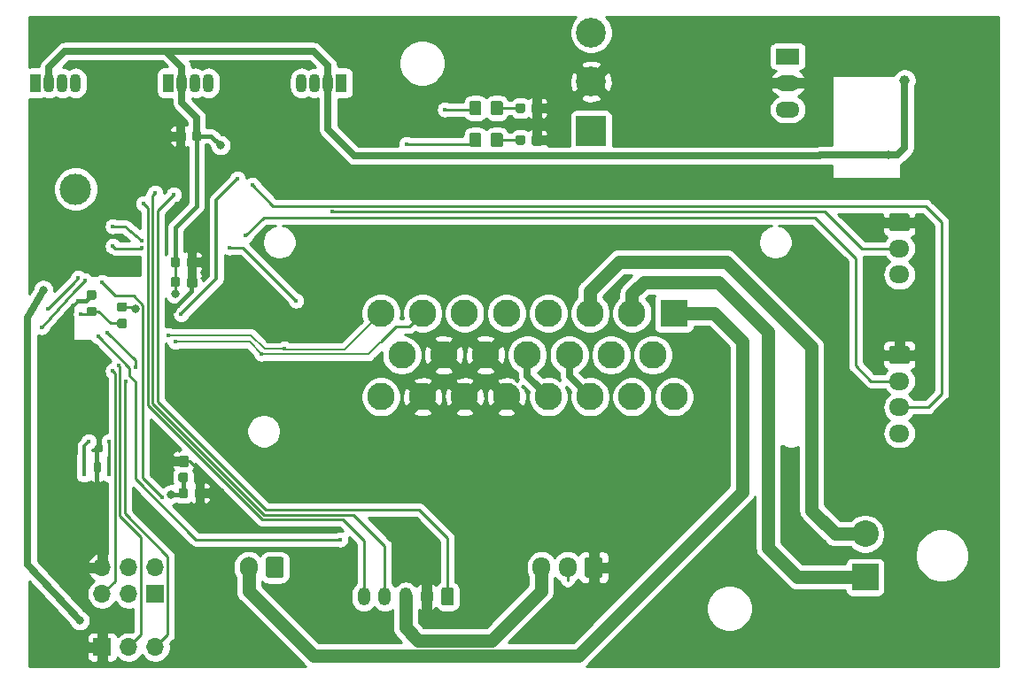
<source format=gbr>
G04 #@! TF.GenerationSoftware,KiCad,Pcbnew,5.1.5-52549c5~84~ubuntu18.04.1*
G04 #@! TF.CreationDate,2020-03-09T21:38:05-04:00*
G04 #@! TF.ProjectId,right,72696768-742e-46b6-9963-61645f706362,rev?*
G04 #@! TF.SameCoordinates,Original*
G04 #@! TF.FileFunction,Copper,L2,Bot*
G04 #@! TF.FilePolarity,Positive*
%FSLAX46Y46*%
G04 Gerber Fmt 4.6, Leading zero omitted, Abs format (unit mm)*
G04 Created by KiCad (PCBNEW 5.1.5-52549c5~84~ubuntu18.04.1) date 2020-03-09 21:38:05*
%MOMM*%
%LPD*%
G04 APERTURE LIST*
%ADD10C,3.000000*%
%ADD11C,2.625000*%
%ADD12R,2.625000X2.625000*%
%ADD13R,2.850000X2.850000*%
%ADD14C,2.850000*%
%ADD15R,2.540000X2.540000*%
%ADD16C,2.540000*%
%ADD17C,0.100000*%
%ADD18R,2.300000X1.500000*%
%ADD19O,2.300000X1.500000*%
%ADD20O,1.200000X1.750000*%
%ADD21R,0.400000X1.900000*%
%ADD22C,1.000000*%
%ADD23O,1.700000X1.950000*%
%ADD24R,1.700000X1.700000*%
%ADD25O,1.700000X1.700000*%
%ADD26O,1.700000X2.000000*%
%ADD27O,1.950000X1.700000*%
%ADD28R,1.070000X1.800000*%
%ADD29O,1.070000X1.800000*%
%ADD30C,0.800000*%
%ADD31C,0.450000*%
%ADD32C,0.381000*%
%ADD33C,0.254000*%
%ADD34C,1.270000*%
%ADD35C,0.635000*%
%ADD36C,0.203200*%
%ADD37C,0.304800*%
G04 APERTURE END LIST*
D10*
X144780000Y-73025000D03*
D11*
X173960000Y-92900000D03*
X177960000Y-92900000D03*
X181960000Y-92900000D03*
X185960000Y-92900000D03*
X189960000Y-92900000D03*
X193960000Y-92900000D03*
X197960000Y-92900000D03*
X201960000Y-92900000D03*
X175960000Y-88900000D03*
X179960000Y-88900000D03*
X183960000Y-88900000D03*
X187960000Y-88900000D03*
X191960000Y-88900000D03*
X195960000Y-88900000D03*
X199960000Y-88900000D03*
X173960000Y-84900000D03*
X177960000Y-84900000D03*
X181960000Y-84900000D03*
X185960000Y-84900000D03*
X189960000Y-84900000D03*
X193960000Y-84900000D03*
X197960000Y-84900000D03*
D12*
X201960000Y-84900000D03*
D13*
X194056000Y-67437000D03*
D14*
X194056000Y-62737000D03*
X194056000Y-58037000D03*
D15*
X220243999Y-110146998D03*
D16*
X220243999Y-106007001D03*
G04 #@! TA.AperFunction,SMDPad,CuDef*
D17*
G36*
X185397505Y-64579204D02*
G01*
X185421773Y-64582804D01*
X185445572Y-64588765D01*
X185468671Y-64597030D01*
X185490850Y-64607520D01*
X185511893Y-64620132D01*
X185531599Y-64634747D01*
X185549777Y-64651223D01*
X185566253Y-64669401D01*
X185580868Y-64689107D01*
X185593480Y-64710150D01*
X185603970Y-64732329D01*
X185612235Y-64755428D01*
X185618196Y-64779227D01*
X185621796Y-64803495D01*
X185623000Y-64827999D01*
X185623000Y-65728001D01*
X185621796Y-65752505D01*
X185618196Y-65776773D01*
X185612235Y-65800572D01*
X185603970Y-65823671D01*
X185593480Y-65845850D01*
X185580868Y-65866893D01*
X185566253Y-65886599D01*
X185549777Y-65904777D01*
X185531599Y-65921253D01*
X185511893Y-65935868D01*
X185490850Y-65948480D01*
X185468671Y-65958970D01*
X185445572Y-65967235D01*
X185421773Y-65973196D01*
X185397505Y-65976796D01*
X185373001Y-65978000D01*
X184722999Y-65978000D01*
X184698495Y-65976796D01*
X184674227Y-65973196D01*
X184650428Y-65967235D01*
X184627329Y-65958970D01*
X184605150Y-65948480D01*
X184584107Y-65935868D01*
X184564401Y-65921253D01*
X184546223Y-65904777D01*
X184529747Y-65886599D01*
X184515132Y-65866893D01*
X184502520Y-65845850D01*
X184492030Y-65823671D01*
X184483765Y-65800572D01*
X184477804Y-65776773D01*
X184474204Y-65752505D01*
X184473000Y-65728001D01*
X184473000Y-64827999D01*
X184474204Y-64803495D01*
X184477804Y-64779227D01*
X184483765Y-64755428D01*
X184492030Y-64732329D01*
X184502520Y-64710150D01*
X184515132Y-64689107D01*
X184529747Y-64669401D01*
X184546223Y-64651223D01*
X184564401Y-64634747D01*
X184584107Y-64620132D01*
X184605150Y-64607520D01*
X184627329Y-64597030D01*
X184650428Y-64588765D01*
X184674227Y-64582804D01*
X184698495Y-64579204D01*
X184722999Y-64578000D01*
X185373001Y-64578000D01*
X185397505Y-64579204D01*
G37*
G04 #@! TD.AperFunction*
G04 #@! TA.AperFunction,SMDPad,CuDef*
G36*
X183347505Y-64579204D02*
G01*
X183371773Y-64582804D01*
X183395572Y-64588765D01*
X183418671Y-64597030D01*
X183440850Y-64607520D01*
X183461893Y-64620132D01*
X183481599Y-64634747D01*
X183499777Y-64651223D01*
X183516253Y-64669401D01*
X183530868Y-64689107D01*
X183543480Y-64710150D01*
X183553970Y-64732329D01*
X183562235Y-64755428D01*
X183568196Y-64779227D01*
X183571796Y-64803495D01*
X183573000Y-64827999D01*
X183573000Y-65728001D01*
X183571796Y-65752505D01*
X183568196Y-65776773D01*
X183562235Y-65800572D01*
X183553970Y-65823671D01*
X183543480Y-65845850D01*
X183530868Y-65866893D01*
X183516253Y-65886599D01*
X183499777Y-65904777D01*
X183481599Y-65921253D01*
X183461893Y-65935868D01*
X183440850Y-65948480D01*
X183418671Y-65958970D01*
X183395572Y-65967235D01*
X183371773Y-65973196D01*
X183347505Y-65976796D01*
X183323001Y-65978000D01*
X182672999Y-65978000D01*
X182648495Y-65976796D01*
X182624227Y-65973196D01*
X182600428Y-65967235D01*
X182577329Y-65958970D01*
X182555150Y-65948480D01*
X182534107Y-65935868D01*
X182514401Y-65921253D01*
X182496223Y-65904777D01*
X182479747Y-65886599D01*
X182465132Y-65866893D01*
X182452520Y-65845850D01*
X182442030Y-65823671D01*
X182433765Y-65800572D01*
X182427804Y-65776773D01*
X182424204Y-65752505D01*
X182423000Y-65728001D01*
X182423000Y-64827999D01*
X182424204Y-64803495D01*
X182427804Y-64779227D01*
X182433765Y-64755428D01*
X182442030Y-64732329D01*
X182452520Y-64710150D01*
X182465132Y-64689107D01*
X182479747Y-64669401D01*
X182496223Y-64651223D01*
X182514401Y-64634747D01*
X182534107Y-64620132D01*
X182555150Y-64607520D01*
X182577329Y-64597030D01*
X182600428Y-64588765D01*
X182624227Y-64582804D01*
X182648495Y-64579204D01*
X182672999Y-64578000D01*
X183323001Y-64578000D01*
X183347505Y-64579204D01*
G37*
G04 #@! TD.AperFunction*
G04 #@! TA.AperFunction,SMDPad,CuDef*
G36*
X185397505Y-67627204D02*
G01*
X185421773Y-67630804D01*
X185445572Y-67636765D01*
X185468671Y-67645030D01*
X185490850Y-67655520D01*
X185511893Y-67668132D01*
X185531599Y-67682747D01*
X185549777Y-67699223D01*
X185566253Y-67717401D01*
X185580868Y-67737107D01*
X185593480Y-67758150D01*
X185603970Y-67780329D01*
X185612235Y-67803428D01*
X185618196Y-67827227D01*
X185621796Y-67851495D01*
X185623000Y-67875999D01*
X185623000Y-68776001D01*
X185621796Y-68800505D01*
X185618196Y-68824773D01*
X185612235Y-68848572D01*
X185603970Y-68871671D01*
X185593480Y-68893850D01*
X185580868Y-68914893D01*
X185566253Y-68934599D01*
X185549777Y-68952777D01*
X185531599Y-68969253D01*
X185511893Y-68983868D01*
X185490850Y-68996480D01*
X185468671Y-69006970D01*
X185445572Y-69015235D01*
X185421773Y-69021196D01*
X185397505Y-69024796D01*
X185373001Y-69026000D01*
X184722999Y-69026000D01*
X184698495Y-69024796D01*
X184674227Y-69021196D01*
X184650428Y-69015235D01*
X184627329Y-69006970D01*
X184605150Y-68996480D01*
X184584107Y-68983868D01*
X184564401Y-68969253D01*
X184546223Y-68952777D01*
X184529747Y-68934599D01*
X184515132Y-68914893D01*
X184502520Y-68893850D01*
X184492030Y-68871671D01*
X184483765Y-68848572D01*
X184477804Y-68824773D01*
X184474204Y-68800505D01*
X184473000Y-68776001D01*
X184473000Y-67875999D01*
X184474204Y-67851495D01*
X184477804Y-67827227D01*
X184483765Y-67803428D01*
X184492030Y-67780329D01*
X184502520Y-67758150D01*
X184515132Y-67737107D01*
X184529747Y-67717401D01*
X184546223Y-67699223D01*
X184564401Y-67682747D01*
X184584107Y-67668132D01*
X184605150Y-67655520D01*
X184627329Y-67645030D01*
X184650428Y-67636765D01*
X184674227Y-67630804D01*
X184698495Y-67627204D01*
X184722999Y-67626000D01*
X185373001Y-67626000D01*
X185397505Y-67627204D01*
G37*
G04 #@! TD.AperFunction*
G04 #@! TA.AperFunction,SMDPad,CuDef*
G36*
X183347505Y-67627204D02*
G01*
X183371773Y-67630804D01*
X183395572Y-67636765D01*
X183418671Y-67645030D01*
X183440850Y-67655520D01*
X183461893Y-67668132D01*
X183481599Y-67682747D01*
X183499777Y-67699223D01*
X183516253Y-67717401D01*
X183530868Y-67737107D01*
X183543480Y-67758150D01*
X183553970Y-67780329D01*
X183562235Y-67803428D01*
X183568196Y-67827227D01*
X183571796Y-67851495D01*
X183573000Y-67875999D01*
X183573000Y-68776001D01*
X183571796Y-68800505D01*
X183568196Y-68824773D01*
X183562235Y-68848572D01*
X183553970Y-68871671D01*
X183543480Y-68893850D01*
X183530868Y-68914893D01*
X183516253Y-68934599D01*
X183499777Y-68952777D01*
X183481599Y-68969253D01*
X183461893Y-68983868D01*
X183440850Y-68996480D01*
X183418671Y-69006970D01*
X183395572Y-69015235D01*
X183371773Y-69021196D01*
X183347505Y-69024796D01*
X183323001Y-69026000D01*
X182672999Y-69026000D01*
X182648495Y-69024796D01*
X182624227Y-69021196D01*
X182600428Y-69015235D01*
X182577329Y-69006970D01*
X182555150Y-68996480D01*
X182534107Y-68983868D01*
X182514401Y-68969253D01*
X182496223Y-68952777D01*
X182479747Y-68934599D01*
X182465132Y-68914893D01*
X182452520Y-68893850D01*
X182442030Y-68871671D01*
X182433765Y-68848572D01*
X182427804Y-68824773D01*
X182424204Y-68800505D01*
X182423000Y-68776001D01*
X182423000Y-67875999D01*
X182424204Y-67851495D01*
X182427804Y-67827227D01*
X182433765Y-67803428D01*
X182442030Y-67780329D01*
X182452520Y-67758150D01*
X182465132Y-67737107D01*
X182479747Y-67717401D01*
X182496223Y-67699223D01*
X182514401Y-67682747D01*
X182534107Y-67668132D01*
X182555150Y-67655520D01*
X182577329Y-67645030D01*
X182600428Y-67636765D01*
X182624227Y-67630804D01*
X182648495Y-67627204D01*
X182672999Y-67626000D01*
X183323001Y-67626000D01*
X183347505Y-67627204D01*
G37*
G04 #@! TD.AperFunction*
D18*
X212852000Y-60325000D03*
D19*
X212852000Y-62865000D03*
X212852000Y-65405000D03*
D20*
X172340000Y-112014000D03*
X174340000Y-112014000D03*
X176340000Y-112014000D03*
X178340000Y-112014000D03*
G04 #@! TA.AperFunction,ComponentPad*
D17*
G36*
X180714505Y-111140204D02*
G01*
X180738773Y-111143804D01*
X180762572Y-111149765D01*
X180785671Y-111158030D01*
X180807850Y-111168520D01*
X180828893Y-111181132D01*
X180848599Y-111195747D01*
X180866777Y-111212223D01*
X180883253Y-111230401D01*
X180897868Y-111250107D01*
X180910480Y-111271150D01*
X180920970Y-111293329D01*
X180929235Y-111316428D01*
X180935196Y-111340227D01*
X180938796Y-111364495D01*
X180940000Y-111388999D01*
X180940000Y-112639001D01*
X180938796Y-112663505D01*
X180935196Y-112687773D01*
X180929235Y-112711572D01*
X180920970Y-112734671D01*
X180910480Y-112756850D01*
X180897868Y-112777893D01*
X180883253Y-112797599D01*
X180866777Y-112815777D01*
X180848599Y-112832253D01*
X180828893Y-112846868D01*
X180807850Y-112859480D01*
X180785671Y-112869970D01*
X180762572Y-112878235D01*
X180738773Y-112884196D01*
X180714505Y-112887796D01*
X180690001Y-112889000D01*
X179989999Y-112889000D01*
X179965495Y-112887796D01*
X179941227Y-112884196D01*
X179917428Y-112878235D01*
X179894329Y-112869970D01*
X179872150Y-112859480D01*
X179851107Y-112846868D01*
X179831401Y-112832253D01*
X179813223Y-112815777D01*
X179796747Y-112797599D01*
X179782132Y-112777893D01*
X179769520Y-112756850D01*
X179759030Y-112734671D01*
X179750765Y-112711572D01*
X179744804Y-112687773D01*
X179741204Y-112663505D01*
X179740000Y-112639001D01*
X179740000Y-111388999D01*
X179741204Y-111364495D01*
X179744804Y-111340227D01*
X179750765Y-111316428D01*
X179759030Y-111293329D01*
X179769520Y-111271150D01*
X179782132Y-111250107D01*
X179796747Y-111230401D01*
X179813223Y-111212223D01*
X179831401Y-111195747D01*
X179851107Y-111181132D01*
X179872150Y-111168520D01*
X179894329Y-111158030D01*
X179917428Y-111149765D01*
X179941227Y-111143804D01*
X179965495Y-111140204D01*
X179989999Y-111139000D01*
X180690001Y-111139000D01*
X180714505Y-111140204D01*
G37*
G04 #@! TD.AperFunction*
D21*
X145612000Y-99568000D03*
X146812000Y-99568000D03*
X148012000Y-99568000D03*
D22*
X224028000Y-62611000D03*
G04 #@! TA.AperFunction,SMDPad,CuDef*
D17*
G36*
X146581691Y-84298053D02*
G01*
X146602926Y-84301203D01*
X146623750Y-84306419D01*
X146643962Y-84313651D01*
X146663368Y-84322830D01*
X146681781Y-84333866D01*
X146699024Y-84346654D01*
X146714930Y-84361070D01*
X146729346Y-84376976D01*
X146742134Y-84394219D01*
X146753170Y-84412632D01*
X146762349Y-84432038D01*
X146769581Y-84452250D01*
X146774797Y-84473074D01*
X146777947Y-84494309D01*
X146779000Y-84515750D01*
X146779000Y-84953250D01*
X146777947Y-84974691D01*
X146774797Y-84995926D01*
X146769581Y-85016750D01*
X146762349Y-85036962D01*
X146753170Y-85056368D01*
X146742134Y-85074781D01*
X146729346Y-85092024D01*
X146714930Y-85107930D01*
X146699024Y-85122346D01*
X146681781Y-85135134D01*
X146663368Y-85146170D01*
X146643962Y-85155349D01*
X146623750Y-85162581D01*
X146602926Y-85167797D01*
X146581691Y-85170947D01*
X146560250Y-85172000D01*
X146047750Y-85172000D01*
X146026309Y-85170947D01*
X146005074Y-85167797D01*
X145984250Y-85162581D01*
X145964038Y-85155349D01*
X145944632Y-85146170D01*
X145926219Y-85135134D01*
X145908976Y-85122346D01*
X145893070Y-85107930D01*
X145878654Y-85092024D01*
X145865866Y-85074781D01*
X145854830Y-85056368D01*
X145845651Y-85036962D01*
X145838419Y-85016750D01*
X145833203Y-84995926D01*
X145830053Y-84974691D01*
X145829000Y-84953250D01*
X145829000Y-84515750D01*
X145830053Y-84494309D01*
X145833203Y-84473074D01*
X145838419Y-84452250D01*
X145845651Y-84432038D01*
X145854830Y-84412632D01*
X145865866Y-84394219D01*
X145878654Y-84376976D01*
X145893070Y-84361070D01*
X145908976Y-84346654D01*
X145926219Y-84333866D01*
X145944632Y-84322830D01*
X145964038Y-84313651D01*
X145984250Y-84306419D01*
X146005074Y-84301203D01*
X146026309Y-84298053D01*
X146047750Y-84297000D01*
X146560250Y-84297000D01*
X146581691Y-84298053D01*
G37*
G04 #@! TD.AperFunction*
G04 #@! TA.AperFunction,SMDPad,CuDef*
G36*
X146581691Y-82723053D02*
G01*
X146602926Y-82726203D01*
X146623750Y-82731419D01*
X146643962Y-82738651D01*
X146663368Y-82747830D01*
X146681781Y-82758866D01*
X146699024Y-82771654D01*
X146714930Y-82786070D01*
X146729346Y-82801976D01*
X146742134Y-82819219D01*
X146753170Y-82837632D01*
X146762349Y-82857038D01*
X146769581Y-82877250D01*
X146774797Y-82898074D01*
X146777947Y-82919309D01*
X146779000Y-82940750D01*
X146779000Y-83378250D01*
X146777947Y-83399691D01*
X146774797Y-83420926D01*
X146769581Y-83441750D01*
X146762349Y-83461962D01*
X146753170Y-83481368D01*
X146742134Y-83499781D01*
X146729346Y-83517024D01*
X146714930Y-83532930D01*
X146699024Y-83547346D01*
X146681781Y-83560134D01*
X146663368Y-83571170D01*
X146643962Y-83580349D01*
X146623750Y-83587581D01*
X146602926Y-83592797D01*
X146581691Y-83595947D01*
X146560250Y-83597000D01*
X146047750Y-83597000D01*
X146026309Y-83595947D01*
X146005074Y-83592797D01*
X145984250Y-83587581D01*
X145964038Y-83580349D01*
X145944632Y-83571170D01*
X145926219Y-83560134D01*
X145908976Y-83547346D01*
X145893070Y-83532930D01*
X145878654Y-83517024D01*
X145865866Y-83499781D01*
X145854830Y-83481368D01*
X145845651Y-83461962D01*
X145838419Y-83441750D01*
X145833203Y-83420926D01*
X145830053Y-83399691D01*
X145829000Y-83378250D01*
X145829000Y-82940750D01*
X145830053Y-82919309D01*
X145833203Y-82898074D01*
X145838419Y-82877250D01*
X145845651Y-82857038D01*
X145854830Y-82837632D01*
X145865866Y-82819219D01*
X145878654Y-82801976D01*
X145893070Y-82786070D01*
X145908976Y-82771654D01*
X145926219Y-82758866D01*
X145944632Y-82747830D01*
X145964038Y-82738651D01*
X145984250Y-82731419D01*
X146005074Y-82726203D01*
X146026309Y-82723053D01*
X146047750Y-82722000D01*
X146560250Y-82722000D01*
X146581691Y-82723053D01*
G37*
G04 #@! TD.AperFunction*
G04 #@! TA.AperFunction,SMDPad,CuDef*
G36*
X189114691Y-64804053D02*
G01*
X189135926Y-64807203D01*
X189156750Y-64812419D01*
X189176962Y-64819651D01*
X189196368Y-64828830D01*
X189214781Y-64839866D01*
X189232024Y-64852654D01*
X189247930Y-64867070D01*
X189262346Y-64882976D01*
X189275134Y-64900219D01*
X189286170Y-64918632D01*
X189295349Y-64938038D01*
X189302581Y-64958250D01*
X189307797Y-64979074D01*
X189310947Y-65000309D01*
X189312000Y-65021750D01*
X189312000Y-65534250D01*
X189310947Y-65555691D01*
X189307797Y-65576926D01*
X189302581Y-65597750D01*
X189295349Y-65617962D01*
X189286170Y-65637368D01*
X189275134Y-65655781D01*
X189262346Y-65673024D01*
X189247930Y-65688930D01*
X189232024Y-65703346D01*
X189214781Y-65716134D01*
X189196368Y-65727170D01*
X189176962Y-65736349D01*
X189156750Y-65743581D01*
X189135926Y-65748797D01*
X189114691Y-65751947D01*
X189093250Y-65753000D01*
X188655750Y-65753000D01*
X188634309Y-65751947D01*
X188613074Y-65748797D01*
X188592250Y-65743581D01*
X188572038Y-65736349D01*
X188552632Y-65727170D01*
X188534219Y-65716134D01*
X188516976Y-65703346D01*
X188501070Y-65688930D01*
X188486654Y-65673024D01*
X188473866Y-65655781D01*
X188462830Y-65637368D01*
X188453651Y-65617962D01*
X188446419Y-65597750D01*
X188441203Y-65576926D01*
X188438053Y-65555691D01*
X188437000Y-65534250D01*
X188437000Y-65021750D01*
X188438053Y-65000309D01*
X188441203Y-64979074D01*
X188446419Y-64958250D01*
X188453651Y-64938038D01*
X188462830Y-64918632D01*
X188473866Y-64900219D01*
X188486654Y-64882976D01*
X188501070Y-64867070D01*
X188516976Y-64852654D01*
X188534219Y-64839866D01*
X188552632Y-64828830D01*
X188572038Y-64819651D01*
X188592250Y-64812419D01*
X188613074Y-64807203D01*
X188634309Y-64804053D01*
X188655750Y-64803000D01*
X189093250Y-64803000D01*
X189114691Y-64804053D01*
G37*
G04 #@! TD.AperFunction*
G04 #@! TA.AperFunction,SMDPad,CuDef*
G36*
X187539691Y-64804053D02*
G01*
X187560926Y-64807203D01*
X187581750Y-64812419D01*
X187601962Y-64819651D01*
X187621368Y-64828830D01*
X187639781Y-64839866D01*
X187657024Y-64852654D01*
X187672930Y-64867070D01*
X187687346Y-64882976D01*
X187700134Y-64900219D01*
X187711170Y-64918632D01*
X187720349Y-64938038D01*
X187727581Y-64958250D01*
X187732797Y-64979074D01*
X187735947Y-65000309D01*
X187737000Y-65021750D01*
X187737000Y-65534250D01*
X187735947Y-65555691D01*
X187732797Y-65576926D01*
X187727581Y-65597750D01*
X187720349Y-65617962D01*
X187711170Y-65637368D01*
X187700134Y-65655781D01*
X187687346Y-65673024D01*
X187672930Y-65688930D01*
X187657024Y-65703346D01*
X187639781Y-65716134D01*
X187621368Y-65727170D01*
X187601962Y-65736349D01*
X187581750Y-65743581D01*
X187560926Y-65748797D01*
X187539691Y-65751947D01*
X187518250Y-65753000D01*
X187080750Y-65753000D01*
X187059309Y-65751947D01*
X187038074Y-65748797D01*
X187017250Y-65743581D01*
X186997038Y-65736349D01*
X186977632Y-65727170D01*
X186959219Y-65716134D01*
X186941976Y-65703346D01*
X186926070Y-65688930D01*
X186911654Y-65673024D01*
X186898866Y-65655781D01*
X186887830Y-65637368D01*
X186878651Y-65617962D01*
X186871419Y-65597750D01*
X186866203Y-65576926D01*
X186863053Y-65555691D01*
X186862000Y-65534250D01*
X186862000Y-65021750D01*
X186863053Y-65000309D01*
X186866203Y-64979074D01*
X186871419Y-64958250D01*
X186878651Y-64938038D01*
X186887830Y-64918632D01*
X186898866Y-64900219D01*
X186911654Y-64882976D01*
X186926070Y-64867070D01*
X186941976Y-64852654D01*
X186959219Y-64839866D01*
X186977632Y-64828830D01*
X186997038Y-64819651D01*
X187017250Y-64812419D01*
X187038074Y-64807203D01*
X187059309Y-64804053D01*
X187080750Y-64803000D01*
X187518250Y-64803000D01*
X187539691Y-64804053D01*
G37*
G04 #@! TD.AperFunction*
G04 #@! TA.AperFunction,SMDPad,CuDef*
G36*
X189114691Y-67852053D02*
G01*
X189135926Y-67855203D01*
X189156750Y-67860419D01*
X189176962Y-67867651D01*
X189196368Y-67876830D01*
X189214781Y-67887866D01*
X189232024Y-67900654D01*
X189247930Y-67915070D01*
X189262346Y-67930976D01*
X189275134Y-67948219D01*
X189286170Y-67966632D01*
X189295349Y-67986038D01*
X189302581Y-68006250D01*
X189307797Y-68027074D01*
X189310947Y-68048309D01*
X189312000Y-68069750D01*
X189312000Y-68582250D01*
X189310947Y-68603691D01*
X189307797Y-68624926D01*
X189302581Y-68645750D01*
X189295349Y-68665962D01*
X189286170Y-68685368D01*
X189275134Y-68703781D01*
X189262346Y-68721024D01*
X189247930Y-68736930D01*
X189232024Y-68751346D01*
X189214781Y-68764134D01*
X189196368Y-68775170D01*
X189176962Y-68784349D01*
X189156750Y-68791581D01*
X189135926Y-68796797D01*
X189114691Y-68799947D01*
X189093250Y-68801000D01*
X188655750Y-68801000D01*
X188634309Y-68799947D01*
X188613074Y-68796797D01*
X188592250Y-68791581D01*
X188572038Y-68784349D01*
X188552632Y-68775170D01*
X188534219Y-68764134D01*
X188516976Y-68751346D01*
X188501070Y-68736930D01*
X188486654Y-68721024D01*
X188473866Y-68703781D01*
X188462830Y-68685368D01*
X188453651Y-68665962D01*
X188446419Y-68645750D01*
X188441203Y-68624926D01*
X188438053Y-68603691D01*
X188437000Y-68582250D01*
X188437000Y-68069750D01*
X188438053Y-68048309D01*
X188441203Y-68027074D01*
X188446419Y-68006250D01*
X188453651Y-67986038D01*
X188462830Y-67966632D01*
X188473866Y-67948219D01*
X188486654Y-67930976D01*
X188501070Y-67915070D01*
X188516976Y-67900654D01*
X188534219Y-67887866D01*
X188552632Y-67876830D01*
X188572038Y-67867651D01*
X188592250Y-67860419D01*
X188613074Y-67855203D01*
X188634309Y-67852053D01*
X188655750Y-67851000D01*
X189093250Y-67851000D01*
X189114691Y-67852053D01*
G37*
G04 #@! TD.AperFunction*
G04 #@! TA.AperFunction,SMDPad,CuDef*
G36*
X187539691Y-67852053D02*
G01*
X187560926Y-67855203D01*
X187581750Y-67860419D01*
X187601962Y-67867651D01*
X187621368Y-67876830D01*
X187639781Y-67887866D01*
X187657024Y-67900654D01*
X187672930Y-67915070D01*
X187687346Y-67930976D01*
X187700134Y-67948219D01*
X187711170Y-67966632D01*
X187720349Y-67986038D01*
X187727581Y-68006250D01*
X187732797Y-68027074D01*
X187735947Y-68048309D01*
X187737000Y-68069750D01*
X187737000Y-68582250D01*
X187735947Y-68603691D01*
X187732797Y-68624926D01*
X187727581Y-68645750D01*
X187720349Y-68665962D01*
X187711170Y-68685368D01*
X187700134Y-68703781D01*
X187687346Y-68721024D01*
X187672930Y-68736930D01*
X187657024Y-68751346D01*
X187639781Y-68764134D01*
X187621368Y-68775170D01*
X187601962Y-68784349D01*
X187581750Y-68791581D01*
X187560926Y-68796797D01*
X187539691Y-68799947D01*
X187518250Y-68801000D01*
X187080750Y-68801000D01*
X187059309Y-68799947D01*
X187038074Y-68796797D01*
X187017250Y-68791581D01*
X186997038Y-68784349D01*
X186977632Y-68775170D01*
X186959219Y-68764134D01*
X186941976Y-68751346D01*
X186926070Y-68736930D01*
X186911654Y-68721024D01*
X186898866Y-68703781D01*
X186887830Y-68685368D01*
X186878651Y-68665962D01*
X186871419Y-68645750D01*
X186866203Y-68624926D01*
X186863053Y-68603691D01*
X186862000Y-68582250D01*
X186862000Y-68069750D01*
X186863053Y-68048309D01*
X186866203Y-68027074D01*
X186871419Y-68006250D01*
X186878651Y-67986038D01*
X186887830Y-67966632D01*
X186898866Y-67948219D01*
X186911654Y-67930976D01*
X186926070Y-67915070D01*
X186941976Y-67900654D01*
X186959219Y-67887866D01*
X186977632Y-67876830D01*
X186997038Y-67867651D01*
X187017250Y-67860419D01*
X187038074Y-67855203D01*
X187059309Y-67852053D01*
X187080750Y-67851000D01*
X187518250Y-67851000D01*
X187539691Y-67852053D01*
G37*
G04 #@! TD.AperFunction*
G04 #@! TA.AperFunction,SMDPad,CuDef*
G36*
X149502691Y-83866053D02*
G01*
X149523926Y-83869203D01*
X149544750Y-83874419D01*
X149564962Y-83881651D01*
X149584368Y-83890830D01*
X149602781Y-83901866D01*
X149620024Y-83914654D01*
X149635930Y-83929070D01*
X149650346Y-83944976D01*
X149663134Y-83962219D01*
X149674170Y-83980632D01*
X149683349Y-84000038D01*
X149690581Y-84020250D01*
X149695797Y-84041074D01*
X149698947Y-84062309D01*
X149700000Y-84083750D01*
X149700000Y-84521250D01*
X149698947Y-84542691D01*
X149695797Y-84563926D01*
X149690581Y-84584750D01*
X149683349Y-84604962D01*
X149674170Y-84624368D01*
X149663134Y-84642781D01*
X149650346Y-84660024D01*
X149635930Y-84675930D01*
X149620024Y-84690346D01*
X149602781Y-84703134D01*
X149584368Y-84714170D01*
X149564962Y-84723349D01*
X149544750Y-84730581D01*
X149523926Y-84735797D01*
X149502691Y-84738947D01*
X149481250Y-84740000D01*
X148968750Y-84740000D01*
X148947309Y-84738947D01*
X148926074Y-84735797D01*
X148905250Y-84730581D01*
X148885038Y-84723349D01*
X148865632Y-84714170D01*
X148847219Y-84703134D01*
X148829976Y-84690346D01*
X148814070Y-84675930D01*
X148799654Y-84660024D01*
X148786866Y-84642781D01*
X148775830Y-84624368D01*
X148766651Y-84604962D01*
X148759419Y-84584750D01*
X148754203Y-84563926D01*
X148751053Y-84542691D01*
X148750000Y-84521250D01*
X148750000Y-84083750D01*
X148751053Y-84062309D01*
X148754203Y-84041074D01*
X148759419Y-84020250D01*
X148766651Y-84000038D01*
X148775830Y-83980632D01*
X148786866Y-83962219D01*
X148799654Y-83944976D01*
X148814070Y-83929070D01*
X148829976Y-83914654D01*
X148847219Y-83901866D01*
X148865632Y-83890830D01*
X148885038Y-83881651D01*
X148905250Y-83874419D01*
X148926074Y-83869203D01*
X148947309Y-83866053D01*
X148968750Y-83865000D01*
X149481250Y-83865000D01*
X149502691Y-83866053D01*
G37*
G04 #@! TD.AperFunction*
G04 #@! TA.AperFunction,SMDPad,CuDef*
G36*
X149502691Y-85441053D02*
G01*
X149523926Y-85444203D01*
X149544750Y-85449419D01*
X149564962Y-85456651D01*
X149584368Y-85465830D01*
X149602781Y-85476866D01*
X149620024Y-85489654D01*
X149635930Y-85504070D01*
X149650346Y-85519976D01*
X149663134Y-85537219D01*
X149674170Y-85555632D01*
X149683349Y-85575038D01*
X149690581Y-85595250D01*
X149695797Y-85616074D01*
X149698947Y-85637309D01*
X149700000Y-85658750D01*
X149700000Y-86096250D01*
X149698947Y-86117691D01*
X149695797Y-86138926D01*
X149690581Y-86159750D01*
X149683349Y-86179962D01*
X149674170Y-86199368D01*
X149663134Y-86217781D01*
X149650346Y-86235024D01*
X149635930Y-86250930D01*
X149620024Y-86265346D01*
X149602781Y-86278134D01*
X149584368Y-86289170D01*
X149564962Y-86298349D01*
X149544750Y-86305581D01*
X149523926Y-86310797D01*
X149502691Y-86313947D01*
X149481250Y-86315000D01*
X148968750Y-86315000D01*
X148947309Y-86313947D01*
X148926074Y-86310797D01*
X148905250Y-86305581D01*
X148885038Y-86298349D01*
X148865632Y-86289170D01*
X148847219Y-86278134D01*
X148829976Y-86265346D01*
X148814070Y-86250930D01*
X148799654Y-86235024D01*
X148786866Y-86217781D01*
X148775830Y-86199368D01*
X148766651Y-86179962D01*
X148759419Y-86159750D01*
X148754203Y-86138926D01*
X148751053Y-86117691D01*
X148750000Y-86096250D01*
X148750000Y-85658750D01*
X148751053Y-85637309D01*
X148754203Y-85616074D01*
X148759419Y-85595250D01*
X148766651Y-85575038D01*
X148775830Y-85555632D01*
X148786866Y-85537219D01*
X148799654Y-85519976D01*
X148814070Y-85504070D01*
X148829976Y-85489654D01*
X148847219Y-85476866D01*
X148865632Y-85465830D01*
X148885038Y-85456651D01*
X148905250Y-85449419D01*
X148926074Y-85444203D01*
X148947309Y-85441053D01*
X148968750Y-85440000D01*
X149481250Y-85440000D01*
X149502691Y-85441053D01*
G37*
G04 #@! TD.AperFunction*
G04 #@! TA.AperFunction,ComponentPad*
G36*
X194934504Y-108246204D02*
G01*
X194958773Y-108249804D01*
X194982571Y-108255765D01*
X195005671Y-108264030D01*
X195027849Y-108274520D01*
X195048893Y-108287133D01*
X195068598Y-108301747D01*
X195086777Y-108318223D01*
X195103253Y-108336402D01*
X195117867Y-108356107D01*
X195130480Y-108377151D01*
X195140970Y-108399329D01*
X195149235Y-108422429D01*
X195155196Y-108446227D01*
X195158796Y-108470496D01*
X195160000Y-108495000D01*
X195160000Y-109945000D01*
X195158796Y-109969504D01*
X195155196Y-109993773D01*
X195149235Y-110017571D01*
X195140970Y-110040671D01*
X195130480Y-110062849D01*
X195117867Y-110083893D01*
X195103253Y-110103598D01*
X195086777Y-110121777D01*
X195068598Y-110138253D01*
X195048893Y-110152867D01*
X195027849Y-110165480D01*
X195005671Y-110175970D01*
X194982571Y-110184235D01*
X194958773Y-110190196D01*
X194934504Y-110193796D01*
X194910000Y-110195000D01*
X193710000Y-110195000D01*
X193685496Y-110193796D01*
X193661227Y-110190196D01*
X193637429Y-110184235D01*
X193614329Y-110175970D01*
X193592151Y-110165480D01*
X193571107Y-110152867D01*
X193551402Y-110138253D01*
X193533223Y-110121777D01*
X193516747Y-110103598D01*
X193502133Y-110083893D01*
X193489520Y-110062849D01*
X193479030Y-110040671D01*
X193470765Y-110017571D01*
X193464804Y-109993773D01*
X193461204Y-109969504D01*
X193460000Y-109945000D01*
X193460000Y-108495000D01*
X193461204Y-108470496D01*
X193464804Y-108446227D01*
X193470765Y-108422429D01*
X193479030Y-108399329D01*
X193489520Y-108377151D01*
X193502133Y-108356107D01*
X193516747Y-108336402D01*
X193533223Y-108318223D01*
X193551402Y-108301747D01*
X193571107Y-108287133D01*
X193592151Y-108274520D01*
X193614329Y-108264030D01*
X193637429Y-108255765D01*
X193661227Y-108249804D01*
X193685496Y-108246204D01*
X193710000Y-108245000D01*
X194910000Y-108245000D01*
X194934504Y-108246204D01*
G37*
G04 #@! TD.AperFunction*
D23*
X191810000Y-109220000D03*
X189310000Y-109220000D03*
D24*
X152400000Y-111760000D03*
D25*
X152400000Y-109220000D03*
X149860000Y-111760000D03*
X149860000Y-109220000D03*
X147320000Y-111760000D03*
X147320000Y-109220000D03*
D24*
X147320000Y-116840000D03*
D25*
X149860000Y-116840000D03*
X152400000Y-116840000D03*
G04 #@! TA.AperFunction,ComponentPad*
D17*
G36*
X164454504Y-108221204D02*
G01*
X164478773Y-108224804D01*
X164502571Y-108230765D01*
X164525671Y-108239030D01*
X164547849Y-108249520D01*
X164568893Y-108262133D01*
X164588598Y-108276747D01*
X164606777Y-108293223D01*
X164623253Y-108311402D01*
X164637867Y-108331107D01*
X164650480Y-108352151D01*
X164660970Y-108374329D01*
X164669235Y-108397429D01*
X164675196Y-108421227D01*
X164678796Y-108445496D01*
X164680000Y-108470000D01*
X164680000Y-109970000D01*
X164678796Y-109994504D01*
X164675196Y-110018773D01*
X164669235Y-110042571D01*
X164660970Y-110065671D01*
X164650480Y-110087849D01*
X164637867Y-110108893D01*
X164623253Y-110128598D01*
X164606777Y-110146777D01*
X164588598Y-110163253D01*
X164568893Y-110177867D01*
X164547849Y-110190480D01*
X164525671Y-110200970D01*
X164502571Y-110209235D01*
X164478773Y-110215196D01*
X164454504Y-110218796D01*
X164430000Y-110220000D01*
X163230000Y-110220000D01*
X163205496Y-110218796D01*
X163181227Y-110215196D01*
X163157429Y-110209235D01*
X163134329Y-110200970D01*
X163112151Y-110190480D01*
X163091107Y-110177867D01*
X163071402Y-110163253D01*
X163053223Y-110146777D01*
X163036747Y-110128598D01*
X163022133Y-110108893D01*
X163009520Y-110087849D01*
X162999030Y-110065671D01*
X162990765Y-110042571D01*
X162984804Y-110018773D01*
X162981204Y-109994504D01*
X162980000Y-109970000D01*
X162980000Y-108470000D01*
X162981204Y-108445496D01*
X162984804Y-108421227D01*
X162990765Y-108397429D01*
X162999030Y-108374329D01*
X163009520Y-108352151D01*
X163022133Y-108331107D01*
X163036747Y-108311402D01*
X163053223Y-108293223D01*
X163071402Y-108276747D01*
X163091107Y-108262133D01*
X163112151Y-108249520D01*
X163134329Y-108239030D01*
X163157429Y-108230765D01*
X163181227Y-108224804D01*
X163205496Y-108221204D01*
X163230000Y-108220000D01*
X164430000Y-108220000D01*
X164454504Y-108221204D01*
G37*
G04 #@! TD.AperFunction*
D26*
X161330000Y-109220000D03*
G04 #@! TA.AperFunction,ComponentPad*
D17*
G36*
X224269504Y-75351204D02*
G01*
X224293773Y-75354804D01*
X224317571Y-75360765D01*
X224340671Y-75369030D01*
X224362849Y-75379520D01*
X224383893Y-75392133D01*
X224403598Y-75406747D01*
X224421777Y-75423223D01*
X224438253Y-75441402D01*
X224452867Y-75461107D01*
X224465480Y-75482151D01*
X224475970Y-75504329D01*
X224484235Y-75527429D01*
X224490196Y-75551227D01*
X224493796Y-75575496D01*
X224495000Y-75600000D01*
X224495000Y-76800000D01*
X224493796Y-76824504D01*
X224490196Y-76848773D01*
X224484235Y-76872571D01*
X224475970Y-76895671D01*
X224465480Y-76917849D01*
X224452867Y-76938893D01*
X224438253Y-76958598D01*
X224421777Y-76976777D01*
X224403598Y-76993253D01*
X224383893Y-77007867D01*
X224362849Y-77020480D01*
X224340671Y-77030970D01*
X224317571Y-77039235D01*
X224293773Y-77045196D01*
X224269504Y-77048796D01*
X224245000Y-77050000D01*
X222795000Y-77050000D01*
X222770496Y-77048796D01*
X222746227Y-77045196D01*
X222722429Y-77039235D01*
X222699329Y-77030970D01*
X222677151Y-77020480D01*
X222656107Y-77007867D01*
X222636402Y-76993253D01*
X222618223Y-76976777D01*
X222601747Y-76958598D01*
X222587133Y-76938893D01*
X222574520Y-76917849D01*
X222564030Y-76895671D01*
X222555765Y-76872571D01*
X222549804Y-76848773D01*
X222546204Y-76824504D01*
X222545000Y-76800000D01*
X222545000Y-75600000D01*
X222546204Y-75575496D01*
X222549804Y-75551227D01*
X222555765Y-75527429D01*
X222564030Y-75504329D01*
X222574520Y-75482151D01*
X222587133Y-75461107D01*
X222601747Y-75441402D01*
X222618223Y-75423223D01*
X222636402Y-75406747D01*
X222656107Y-75392133D01*
X222677151Y-75379520D01*
X222699329Y-75369030D01*
X222722429Y-75360765D01*
X222746227Y-75354804D01*
X222770496Y-75351204D01*
X222795000Y-75350000D01*
X224245000Y-75350000D01*
X224269504Y-75351204D01*
G37*
G04 #@! TD.AperFunction*
D27*
X223520000Y-78700000D03*
X223520000Y-81200000D03*
X223520000Y-96400000D03*
X223520000Y-93900000D03*
X223520000Y-91400000D03*
G04 #@! TA.AperFunction,ComponentPad*
D17*
G36*
X224269504Y-88051204D02*
G01*
X224293773Y-88054804D01*
X224317571Y-88060765D01*
X224340671Y-88069030D01*
X224362849Y-88079520D01*
X224383893Y-88092133D01*
X224403598Y-88106747D01*
X224421777Y-88123223D01*
X224438253Y-88141402D01*
X224452867Y-88161107D01*
X224465480Y-88182151D01*
X224475970Y-88204329D01*
X224484235Y-88227429D01*
X224490196Y-88251227D01*
X224493796Y-88275496D01*
X224495000Y-88300000D01*
X224495000Y-89500000D01*
X224493796Y-89524504D01*
X224490196Y-89548773D01*
X224484235Y-89572571D01*
X224475970Y-89595671D01*
X224465480Y-89617849D01*
X224452867Y-89638893D01*
X224438253Y-89658598D01*
X224421777Y-89676777D01*
X224403598Y-89693253D01*
X224383893Y-89707867D01*
X224362849Y-89720480D01*
X224340671Y-89730970D01*
X224317571Y-89739235D01*
X224293773Y-89745196D01*
X224269504Y-89748796D01*
X224245000Y-89750000D01*
X222795000Y-89750000D01*
X222770496Y-89748796D01*
X222746227Y-89745196D01*
X222722429Y-89739235D01*
X222699329Y-89730970D01*
X222677151Y-89720480D01*
X222656107Y-89707867D01*
X222636402Y-89693253D01*
X222618223Y-89676777D01*
X222601747Y-89658598D01*
X222587133Y-89638893D01*
X222574520Y-89617849D01*
X222564030Y-89595671D01*
X222555765Y-89572571D01*
X222549804Y-89548773D01*
X222546204Y-89524504D01*
X222545000Y-89500000D01*
X222545000Y-88300000D01*
X222546204Y-88275496D01*
X222549804Y-88251227D01*
X222555765Y-88227429D01*
X222564030Y-88204329D01*
X222574520Y-88182151D01*
X222587133Y-88161107D01*
X222601747Y-88141402D01*
X222618223Y-88123223D01*
X222636402Y-88106747D01*
X222656107Y-88092133D01*
X222677151Y-88079520D01*
X222699329Y-88069030D01*
X222722429Y-88060765D01*
X222746227Y-88054804D01*
X222770496Y-88051204D01*
X222795000Y-88050000D01*
X224245000Y-88050000D01*
X224269504Y-88051204D01*
G37*
G04 #@! TD.AperFunction*
D28*
X170180000Y-62865000D03*
D29*
X168910000Y-62865000D03*
X167640000Y-62865000D03*
X166370000Y-62865000D03*
D28*
X153670000Y-62865000D03*
D29*
X154940000Y-62865000D03*
X156210000Y-62865000D03*
X157480000Y-62865000D03*
D28*
X140970000Y-62865000D03*
D29*
X142240000Y-62865000D03*
X143510000Y-62865000D03*
X144780000Y-62865000D03*
G04 #@! TA.AperFunction,SMDPad,CuDef*
D17*
G36*
X156602691Y-67471053D02*
G01*
X156623926Y-67474203D01*
X156644750Y-67479419D01*
X156664962Y-67486651D01*
X156684368Y-67495830D01*
X156702781Y-67506866D01*
X156720024Y-67519654D01*
X156735930Y-67534070D01*
X156750346Y-67549976D01*
X156763134Y-67567219D01*
X156774170Y-67585632D01*
X156783349Y-67605038D01*
X156790581Y-67625250D01*
X156795797Y-67646074D01*
X156798947Y-67667309D01*
X156800000Y-67688750D01*
X156800000Y-68201250D01*
X156798947Y-68222691D01*
X156795797Y-68243926D01*
X156790581Y-68264750D01*
X156783349Y-68284962D01*
X156774170Y-68304368D01*
X156763134Y-68322781D01*
X156750346Y-68340024D01*
X156735930Y-68355930D01*
X156720024Y-68370346D01*
X156702781Y-68383134D01*
X156684368Y-68394170D01*
X156664962Y-68403349D01*
X156644750Y-68410581D01*
X156623926Y-68415797D01*
X156602691Y-68418947D01*
X156581250Y-68420000D01*
X156143750Y-68420000D01*
X156122309Y-68418947D01*
X156101074Y-68415797D01*
X156080250Y-68410581D01*
X156060038Y-68403349D01*
X156040632Y-68394170D01*
X156022219Y-68383134D01*
X156004976Y-68370346D01*
X155989070Y-68355930D01*
X155974654Y-68340024D01*
X155961866Y-68322781D01*
X155950830Y-68304368D01*
X155941651Y-68284962D01*
X155934419Y-68264750D01*
X155929203Y-68243926D01*
X155926053Y-68222691D01*
X155925000Y-68201250D01*
X155925000Y-67688750D01*
X155926053Y-67667309D01*
X155929203Y-67646074D01*
X155934419Y-67625250D01*
X155941651Y-67605038D01*
X155950830Y-67585632D01*
X155961866Y-67567219D01*
X155974654Y-67549976D01*
X155989070Y-67534070D01*
X156004976Y-67519654D01*
X156022219Y-67506866D01*
X156040632Y-67495830D01*
X156060038Y-67486651D01*
X156080250Y-67479419D01*
X156101074Y-67474203D01*
X156122309Y-67471053D01*
X156143750Y-67470000D01*
X156581250Y-67470000D01*
X156602691Y-67471053D01*
G37*
G04 #@! TD.AperFunction*
G04 #@! TA.AperFunction,SMDPad,CuDef*
G36*
X155027691Y-67471053D02*
G01*
X155048926Y-67474203D01*
X155069750Y-67479419D01*
X155089962Y-67486651D01*
X155109368Y-67495830D01*
X155127781Y-67506866D01*
X155145024Y-67519654D01*
X155160930Y-67534070D01*
X155175346Y-67549976D01*
X155188134Y-67567219D01*
X155199170Y-67585632D01*
X155208349Y-67605038D01*
X155215581Y-67625250D01*
X155220797Y-67646074D01*
X155223947Y-67667309D01*
X155225000Y-67688750D01*
X155225000Y-68201250D01*
X155223947Y-68222691D01*
X155220797Y-68243926D01*
X155215581Y-68264750D01*
X155208349Y-68284962D01*
X155199170Y-68304368D01*
X155188134Y-68322781D01*
X155175346Y-68340024D01*
X155160930Y-68355930D01*
X155145024Y-68370346D01*
X155127781Y-68383134D01*
X155109368Y-68394170D01*
X155089962Y-68403349D01*
X155069750Y-68410581D01*
X155048926Y-68415797D01*
X155027691Y-68418947D01*
X155006250Y-68420000D01*
X154568750Y-68420000D01*
X154547309Y-68418947D01*
X154526074Y-68415797D01*
X154505250Y-68410581D01*
X154485038Y-68403349D01*
X154465632Y-68394170D01*
X154447219Y-68383134D01*
X154429976Y-68370346D01*
X154414070Y-68355930D01*
X154399654Y-68340024D01*
X154386866Y-68322781D01*
X154375830Y-68304368D01*
X154366651Y-68284962D01*
X154359419Y-68264750D01*
X154354203Y-68243926D01*
X154351053Y-68222691D01*
X154350000Y-68201250D01*
X154350000Y-67688750D01*
X154351053Y-67667309D01*
X154354203Y-67646074D01*
X154359419Y-67625250D01*
X154366651Y-67605038D01*
X154375830Y-67585632D01*
X154386866Y-67567219D01*
X154399654Y-67549976D01*
X154414070Y-67534070D01*
X154429976Y-67519654D01*
X154447219Y-67506866D01*
X154465632Y-67495830D01*
X154485038Y-67486651D01*
X154505250Y-67479419D01*
X154526074Y-67474203D01*
X154547309Y-67471053D01*
X154568750Y-67470000D01*
X155006250Y-67470000D01*
X155027691Y-67471053D01*
G37*
G04 #@! TD.AperFunction*
G04 #@! TA.AperFunction,SMDPad,CuDef*
G36*
X155344691Y-100173053D02*
G01*
X155365926Y-100176203D01*
X155386750Y-100181419D01*
X155406962Y-100188651D01*
X155426368Y-100197830D01*
X155444781Y-100208866D01*
X155462024Y-100221654D01*
X155477930Y-100236070D01*
X155492346Y-100251976D01*
X155505134Y-100269219D01*
X155516170Y-100287632D01*
X155525349Y-100307038D01*
X155532581Y-100327250D01*
X155537797Y-100348074D01*
X155540947Y-100369309D01*
X155542000Y-100390750D01*
X155542000Y-100828250D01*
X155540947Y-100849691D01*
X155537797Y-100870926D01*
X155532581Y-100891750D01*
X155525349Y-100911962D01*
X155516170Y-100931368D01*
X155505134Y-100949781D01*
X155492346Y-100967024D01*
X155477930Y-100982930D01*
X155462024Y-100997346D01*
X155444781Y-101010134D01*
X155426368Y-101021170D01*
X155406962Y-101030349D01*
X155386750Y-101037581D01*
X155365926Y-101042797D01*
X155344691Y-101045947D01*
X155323250Y-101047000D01*
X154810750Y-101047000D01*
X154789309Y-101045947D01*
X154768074Y-101042797D01*
X154747250Y-101037581D01*
X154727038Y-101030349D01*
X154707632Y-101021170D01*
X154689219Y-101010134D01*
X154671976Y-100997346D01*
X154656070Y-100982930D01*
X154641654Y-100967024D01*
X154628866Y-100949781D01*
X154617830Y-100931368D01*
X154608651Y-100911962D01*
X154601419Y-100891750D01*
X154596203Y-100870926D01*
X154593053Y-100849691D01*
X154592000Y-100828250D01*
X154592000Y-100390750D01*
X154593053Y-100369309D01*
X154596203Y-100348074D01*
X154601419Y-100327250D01*
X154608651Y-100307038D01*
X154617830Y-100287632D01*
X154628866Y-100269219D01*
X154641654Y-100251976D01*
X154656070Y-100236070D01*
X154671976Y-100221654D01*
X154689219Y-100208866D01*
X154707632Y-100197830D01*
X154727038Y-100188651D01*
X154747250Y-100181419D01*
X154768074Y-100176203D01*
X154789309Y-100173053D01*
X154810750Y-100172000D01*
X155323250Y-100172000D01*
X155344691Y-100173053D01*
G37*
G04 #@! TD.AperFunction*
G04 #@! TA.AperFunction,SMDPad,CuDef*
G36*
X155344691Y-98598053D02*
G01*
X155365926Y-98601203D01*
X155386750Y-98606419D01*
X155406962Y-98613651D01*
X155426368Y-98622830D01*
X155444781Y-98633866D01*
X155462024Y-98646654D01*
X155477930Y-98661070D01*
X155492346Y-98676976D01*
X155505134Y-98694219D01*
X155516170Y-98712632D01*
X155525349Y-98732038D01*
X155532581Y-98752250D01*
X155537797Y-98773074D01*
X155540947Y-98794309D01*
X155542000Y-98815750D01*
X155542000Y-99253250D01*
X155540947Y-99274691D01*
X155537797Y-99295926D01*
X155532581Y-99316750D01*
X155525349Y-99336962D01*
X155516170Y-99356368D01*
X155505134Y-99374781D01*
X155492346Y-99392024D01*
X155477930Y-99407930D01*
X155462024Y-99422346D01*
X155444781Y-99435134D01*
X155426368Y-99446170D01*
X155406962Y-99455349D01*
X155386750Y-99462581D01*
X155365926Y-99467797D01*
X155344691Y-99470947D01*
X155323250Y-99472000D01*
X154810750Y-99472000D01*
X154789309Y-99470947D01*
X154768074Y-99467797D01*
X154747250Y-99462581D01*
X154727038Y-99455349D01*
X154707632Y-99446170D01*
X154689219Y-99435134D01*
X154671976Y-99422346D01*
X154656070Y-99407930D01*
X154641654Y-99392024D01*
X154628866Y-99374781D01*
X154617830Y-99356368D01*
X154608651Y-99336962D01*
X154601419Y-99316750D01*
X154596203Y-99295926D01*
X154593053Y-99274691D01*
X154592000Y-99253250D01*
X154592000Y-98815750D01*
X154593053Y-98794309D01*
X154596203Y-98773074D01*
X154601419Y-98752250D01*
X154608651Y-98732038D01*
X154617830Y-98712632D01*
X154628866Y-98694219D01*
X154641654Y-98676976D01*
X154656070Y-98661070D01*
X154671976Y-98646654D01*
X154689219Y-98633866D01*
X154707632Y-98622830D01*
X154727038Y-98613651D01*
X154747250Y-98606419D01*
X154768074Y-98601203D01*
X154789309Y-98598053D01*
X154810750Y-98597000D01*
X155323250Y-98597000D01*
X155344691Y-98598053D01*
G37*
G04 #@! TD.AperFunction*
G04 #@! TA.AperFunction,SMDPad,CuDef*
G36*
X155307191Y-101634053D02*
G01*
X155328426Y-101637203D01*
X155349250Y-101642419D01*
X155369462Y-101649651D01*
X155388868Y-101658830D01*
X155407281Y-101669866D01*
X155424524Y-101682654D01*
X155440430Y-101697070D01*
X155454846Y-101712976D01*
X155467634Y-101730219D01*
X155478670Y-101748632D01*
X155487849Y-101768038D01*
X155495081Y-101788250D01*
X155500297Y-101809074D01*
X155503447Y-101830309D01*
X155504500Y-101851750D01*
X155504500Y-102364250D01*
X155503447Y-102385691D01*
X155500297Y-102406926D01*
X155495081Y-102427750D01*
X155487849Y-102447962D01*
X155478670Y-102467368D01*
X155467634Y-102485781D01*
X155454846Y-102503024D01*
X155440430Y-102518930D01*
X155424524Y-102533346D01*
X155407281Y-102546134D01*
X155388868Y-102557170D01*
X155369462Y-102566349D01*
X155349250Y-102573581D01*
X155328426Y-102578797D01*
X155307191Y-102581947D01*
X155285750Y-102583000D01*
X154848250Y-102583000D01*
X154826809Y-102581947D01*
X154805574Y-102578797D01*
X154784750Y-102573581D01*
X154764538Y-102566349D01*
X154745132Y-102557170D01*
X154726719Y-102546134D01*
X154709476Y-102533346D01*
X154693570Y-102518930D01*
X154679154Y-102503024D01*
X154666366Y-102485781D01*
X154655330Y-102467368D01*
X154646151Y-102447962D01*
X154638919Y-102427750D01*
X154633703Y-102406926D01*
X154630553Y-102385691D01*
X154629500Y-102364250D01*
X154629500Y-101851750D01*
X154630553Y-101830309D01*
X154633703Y-101809074D01*
X154638919Y-101788250D01*
X154646151Y-101768038D01*
X154655330Y-101748632D01*
X154666366Y-101730219D01*
X154679154Y-101712976D01*
X154693570Y-101697070D01*
X154709476Y-101682654D01*
X154726719Y-101669866D01*
X154745132Y-101658830D01*
X154764538Y-101649651D01*
X154784750Y-101642419D01*
X154805574Y-101637203D01*
X154826809Y-101634053D01*
X154848250Y-101633000D01*
X155285750Y-101633000D01*
X155307191Y-101634053D01*
G37*
G04 #@! TD.AperFunction*
G04 #@! TA.AperFunction,SMDPad,CuDef*
G36*
X156882191Y-101634053D02*
G01*
X156903426Y-101637203D01*
X156924250Y-101642419D01*
X156944462Y-101649651D01*
X156963868Y-101658830D01*
X156982281Y-101669866D01*
X156999524Y-101682654D01*
X157015430Y-101697070D01*
X157029846Y-101712976D01*
X157042634Y-101730219D01*
X157053670Y-101748632D01*
X157062849Y-101768038D01*
X157070081Y-101788250D01*
X157075297Y-101809074D01*
X157078447Y-101830309D01*
X157079500Y-101851750D01*
X157079500Y-102364250D01*
X157078447Y-102385691D01*
X157075297Y-102406926D01*
X157070081Y-102427750D01*
X157062849Y-102447962D01*
X157053670Y-102467368D01*
X157042634Y-102485781D01*
X157029846Y-102503024D01*
X157015430Y-102518930D01*
X156999524Y-102533346D01*
X156982281Y-102546134D01*
X156963868Y-102557170D01*
X156944462Y-102566349D01*
X156924250Y-102573581D01*
X156903426Y-102578797D01*
X156882191Y-102581947D01*
X156860750Y-102583000D01*
X156423250Y-102583000D01*
X156401809Y-102581947D01*
X156380574Y-102578797D01*
X156359750Y-102573581D01*
X156339538Y-102566349D01*
X156320132Y-102557170D01*
X156301719Y-102546134D01*
X156284476Y-102533346D01*
X156268570Y-102518930D01*
X156254154Y-102503024D01*
X156241366Y-102485781D01*
X156230330Y-102467368D01*
X156221151Y-102447962D01*
X156213919Y-102427750D01*
X156208703Y-102406926D01*
X156205553Y-102385691D01*
X156204500Y-102364250D01*
X156204500Y-101851750D01*
X156205553Y-101830309D01*
X156208703Y-101809074D01*
X156213919Y-101788250D01*
X156221151Y-101768038D01*
X156230330Y-101748632D01*
X156241366Y-101730219D01*
X156254154Y-101712976D01*
X156268570Y-101697070D01*
X156284476Y-101682654D01*
X156301719Y-101669866D01*
X156320132Y-101658830D01*
X156339538Y-101649651D01*
X156359750Y-101642419D01*
X156380574Y-101637203D01*
X156401809Y-101634053D01*
X156423250Y-101633000D01*
X156860750Y-101633000D01*
X156882191Y-101634053D01*
G37*
G04 #@! TD.AperFunction*
G04 #@! TA.AperFunction,SMDPad,CuDef*
G36*
X154545191Y-79536053D02*
G01*
X154566426Y-79539203D01*
X154587250Y-79544419D01*
X154607462Y-79551651D01*
X154626868Y-79560830D01*
X154645281Y-79571866D01*
X154662524Y-79584654D01*
X154678430Y-79599070D01*
X154692846Y-79614976D01*
X154705634Y-79632219D01*
X154716670Y-79650632D01*
X154725849Y-79670038D01*
X154733081Y-79690250D01*
X154738297Y-79711074D01*
X154741447Y-79732309D01*
X154742500Y-79753750D01*
X154742500Y-80266250D01*
X154741447Y-80287691D01*
X154738297Y-80308926D01*
X154733081Y-80329750D01*
X154725849Y-80349962D01*
X154716670Y-80369368D01*
X154705634Y-80387781D01*
X154692846Y-80405024D01*
X154678430Y-80420930D01*
X154662524Y-80435346D01*
X154645281Y-80448134D01*
X154626868Y-80459170D01*
X154607462Y-80468349D01*
X154587250Y-80475581D01*
X154566426Y-80480797D01*
X154545191Y-80483947D01*
X154523750Y-80485000D01*
X154086250Y-80485000D01*
X154064809Y-80483947D01*
X154043574Y-80480797D01*
X154022750Y-80475581D01*
X154002538Y-80468349D01*
X153983132Y-80459170D01*
X153964719Y-80448134D01*
X153947476Y-80435346D01*
X153931570Y-80420930D01*
X153917154Y-80405024D01*
X153904366Y-80387781D01*
X153893330Y-80369368D01*
X153884151Y-80349962D01*
X153876919Y-80329750D01*
X153871703Y-80308926D01*
X153868553Y-80287691D01*
X153867500Y-80266250D01*
X153867500Y-79753750D01*
X153868553Y-79732309D01*
X153871703Y-79711074D01*
X153876919Y-79690250D01*
X153884151Y-79670038D01*
X153893330Y-79650632D01*
X153904366Y-79632219D01*
X153917154Y-79614976D01*
X153931570Y-79599070D01*
X153947476Y-79584654D01*
X153964719Y-79571866D01*
X153983132Y-79560830D01*
X154002538Y-79551651D01*
X154022750Y-79544419D01*
X154043574Y-79539203D01*
X154064809Y-79536053D01*
X154086250Y-79535000D01*
X154523750Y-79535000D01*
X154545191Y-79536053D01*
G37*
G04 #@! TD.AperFunction*
G04 #@! TA.AperFunction,SMDPad,CuDef*
G36*
X156120191Y-79536053D02*
G01*
X156141426Y-79539203D01*
X156162250Y-79544419D01*
X156182462Y-79551651D01*
X156201868Y-79560830D01*
X156220281Y-79571866D01*
X156237524Y-79584654D01*
X156253430Y-79599070D01*
X156267846Y-79614976D01*
X156280634Y-79632219D01*
X156291670Y-79650632D01*
X156300849Y-79670038D01*
X156308081Y-79690250D01*
X156313297Y-79711074D01*
X156316447Y-79732309D01*
X156317500Y-79753750D01*
X156317500Y-80266250D01*
X156316447Y-80287691D01*
X156313297Y-80308926D01*
X156308081Y-80329750D01*
X156300849Y-80349962D01*
X156291670Y-80369368D01*
X156280634Y-80387781D01*
X156267846Y-80405024D01*
X156253430Y-80420930D01*
X156237524Y-80435346D01*
X156220281Y-80448134D01*
X156201868Y-80459170D01*
X156182462Y-80468349D01*
X156162250Y-80475581D01*
X156141426Y-80480797D01*
X156120191Y-80483947D01*
X156098750Y-80485000D01*
X155661250Y-80485000D01*
X155639809Y-80483947D01*
X155618574Y-80480797D01*
X155597750Y-80475581D01*
X155577538Y-80468349D01*
X155558132Y-80459170D01*
X155539719Y-80448134D01*
X155522476Y-80435346D01*
X155506570Y-80420930D01*
X155492154Y-80405024D01*
X155479366Y-80387781D01*
X155468330Y-80369368D01*
X155459151Y-80349962D01*
X155451919Y-80329750D01*
X155446703Y-80308926D01*
X155443553Y-80287691D01*
X155442500Y-80266250D01*
X155442500Y-79753750D01*
X155443553Y-79732309D01*
X155446703Y-79711074D01*
X155451919Y-79690250D01*
X155459151Y-79670038D01*
X155468330Y-79650632D01*
X155479366Y-79632219D01*
X155492154Y-79614976D01*
X155506570Y-79599070D01*
X155522476Y-79584654D01*
X155539719Y-79571866D01*
X155558132Y-79560830D01*
X155577538Y-79551651D01*
X155597750Y-79544419D01*
X155618574Y-79539203D01*
X155639809Y-79536053D01*
X155661250Y-79535000D01*
X156098750Y-79535000D01*
X156120191Y-79536053D01*
G37*
G04 #@! TD.AperFunction*
G04 #@! TA.AperFunction,SMDPad,CuDef*
G36*
X154545191Y-81441053D02*
G01*
X154566426Y-81444203D01*
X154587250Y-81449419D01*
X154607462Y-81456651D01*
X154626868Y-81465830D01*
X154645281Y-81476866D01*
X154662524Y-81489654D01*
X154678430Y-81504070D01*
X154692846Y-81519976D01*
X154705634Y-81537219D01*
X154716670Y-81555632D01*
X154725849Y-81575038D01*
X154733081Y-81595250D01*
X154738297Y-81616074D01*
X154741447Y-81637309D01*
X154742500Y-81658750D01*
X154742500Y-82171250D01*
X154741447Y-82192691D01*
X154738297Y-82213926D01*
X154733081Y-82234750D01*
X154725849Y-82254962D01*
X154716670Y-82274368D01*
X154705634Y-82292781D01*
X154692846Y-82310024D01*
X154678430Y-82325930D01*
X154662524Y-82340346D01*
X154645281Y-82353134D01*
X154626868Y-82364170D01*
X154607462Y-82373349D01*
X154587250Y-82380581D01*
X154566426Y-82385797D01*
X154545191Y-82388947D01*
X154523750Y-82390000D01*
X154086250Y-82390000D01*
X154064809Y-82388947D01*
X154043574Y-82385797D01*
X154022750Y-82380581D01*
X154002538Y-82373349D01*
X153983132Y-82364170D01*
X153964719Y-82353134D01*
X153947476Y-82340346D01*
X153931570Y-82325930D01*
X153917154Y-82310024D01*
X153904366Y-82292781D01*
X153893330Y-82274368D01*
X153884151Y-82254962D01*
X153876919Y-82234750D01*
X153871703Y-82213926D01*
X153868553Y-82192691D01*
X153867500Y-82171250D01*
X153867500Y-81658750D01*
X153868553Y-81637309D01*
X153871703Y-81616074D01*
X153876919Y-81595250D01*
X153884151Y-81575038D01*
X153893330Y-81555632D01*
X153904366Y-81537219D01*
X153917154Y-81519976D01*
X153931570Y-81504070D01*
X153947476Y-81489654D01*
X153964719Y-81476866D01*
X153983132Y-81465830D01*
X154002538Y-81456651D01*
X154022750Y-81449419D01*
X154043574Y-81444203D01*
X154064809Y-81441053D01*
X154086250Y-81440000D01*
X154523750Y-81440000D01*
X154545191Y-81441053D01*
G37*
G04 #@! TD.AperFunction*
G04 #@! TA.AperFunction,SMDPad,CuDef*
G36*
X156120191Y-81441053D02*
G01*
X156141426Y-81444203D01*
X156162250Y-81449419D01*
X156182462Y-81456651D01*
X156201868Y-81465830D01*
X156220281Y-81476866D01*
X156237524Y-81489654D01*
X156253430Y-81504070D01*
X156267846Y-81519976D01*
X156280634Y-81537219D01*
X156291670Y-81555632D01*
X156300849Y-81575038D01*
X156308081Y-81595250D01*
X156313297Y-81616074D01*
X156316447Y-81637309D01*
X156317500Y-81658750D01*
X156317500Y-82171250D01*
X156316447Y-82192691D01*
X156313297Y-82213926D01*
X156308081Y-82234750D01*
X156300849Y-82254962D01*
X156291670Y-82274368D01*
X156280634Y-82292781D01*
X156267846Y-82310024D01*
X156253430Y-82325930D01*
X156237524Y-82340346D01*
X156220281Y-82353134D01*
X156201868Y-82364170D01*
X156182462Y-82373349D01*
X156162250Y-82380581D01*
X156141426Y-82385797D01*
X156120191Y-82388947D01*
X156098750Y-82390000D01*
X155661250Y-82390000D01*
X155639809Y-82388947D01*
X155618574Y-82385797D01*
X155597750Y-82380581D01*
X155577538Y-82373349D01*
X155558132Y-82364170D01*
X155539719Y-82353134D01*
X155522476Y-82340346D01*
X155506570Y-82325930D01*
X155492154Y-82310024D01*
X155479366Y-82292781D01*
X155468330Y-82274368D01*
X155459151Y-82254962D01*
X155451919Y-82234750D01*
X155446703Y-82213926D01*
X155443553Y-82192691D01*
X155442500Y-82171250D01*
X155442500Y-81658750D01*
X155443553Y-81637309D01*
X155446703Y-81616074D01*
X155451919Y-81595250D01*
X155459151Y-81575038D01*
X155468330Y-81555632D01*
X155479366Y-81537219D01*
X155492154Y-81519976D01*
X155506570Y-81504070D01*
X155522476Y-81489654D01*
X155539719Y-81476866D01*
X155558132Y-81465830D01*
X155577538Y-81456651D01*
X155597750Y-81449419D01*
X155618574Y-81444203D01*
X155639809Y-81441053D01*
X155661250Y-81440000D01*
X156098750Y-81440000D01*
X156120191Y-81441053D01*
G37*
G04 #@! TD.AperFunction*
D30*
X154051000Y-84582000D03*
X151765000Y-69596000D03*
X159385000Y-67437000D03*
X159766000Y-64770000D03*
X162052000Y-62992000D03*
X164211000Y-64135000D03*
X164465000Y-67056000D03*
X140970000Y-67183000D03*
X140843000Y-70993000D03*
X140843000Y-73914000D03*
X140843000Y-77470000D03*
X156337000Y-76835000D03*
D31*
X145034000Y-83693000D03*
X143510000Y-89281000D03*
X143510000Y-92075000D03*
X143510000Y-95123000D03*
D30*
X160274000Y-93472000D03*
X165989000Y-85979000D03*
X158623000Y-101981000D03*
X153162000Y-99187000D03*
D31*
X142875000Y-103378000D03*
X142875000Y-107315000D03*
X168783000Y-108712000D03*
X168783000Y-113030000D03*
X230505000Y-76327000D03*
X230505000Y-80983666D03*
X230505000Y-85640332D03*
X230505000Y-90297000D03*
X223647000Y-83947000D03*
X223647000Y-85471000D03*
X173355000Y-58420000D03*
X173355000Y-62611000D03*
X148844000Y-57785000D03*
X161798000Y-57658000D03*
X184531000Y-57658000D03*
X181864000Y-61722000D03*
X169037000Y-81026000D03*
X171323000Y-83947000D03*
X175260000Y-77470000D03*
X177800000Y-77470000D03*
X175260000Y-79375000D03*
X177800000Y-79375000D03*
X178435000Y-72390000D03*
X182245000Y-72390000D03*
X186690000Y-72390000D03*
X191135000Y-72390000D03*
X195580000Y-72390000D03*
X222885000Y-59055000D03*
X225425000Y-59055000D03*
X228600000Y-59055000D03*
X231140000Y-59055000D03*
D30*
X150495000Y-84455000D03*
X222504000Y-69789000D03*
X154305000Y-83058200D03*
X158623000Y-68834000D03*
X153924000Y-102235000D03*
X141700200Y-82677000D03*
X145161000Y-114300000D03*
D31*
X176403000Y-68707000D03*
X180086000Y-65405000D03*
X161671000Y-72644000D03*
X161036000Y-77470000D03*
X148336000Y-76581000D03*
X151127211Y-77978000D03*
X150495000Y-90043000D03*
X169291000Y-75184000D03*
X147828000Y-86741000D03*
X154305000Y-87630000D03*
X153670000Y-86995000D03*
X154178000Y-73533000D03*
X152393015Y-73389029D03*
X151257000Y-74422000D03*
X149554611Y-91440000D03*
X148891200Y-89916000D03*
X148336000Y-90424000D03*
X145669000Y-81772800D03*
X141525200Y-86233000D03*
X145034000Y-81534000D03*
X142113000Y-84455000D03*
X146939000Y-87122000D03*
X170053000Y-106553000D03*
X148336000Y-78486000D03*
X151127211Y-78631203D03*
X159512000Y-78613000D03*
X165862000Y-83693000D03*
X145288000Y-84963000D03*
X162560000Y-88773000D03*
X164719000Y-88313001D03*
X146050000Y-97155000D03*
X153035000Y-102489000D03*
X147320000Y-81915000D03*
X147955000Y-97155000D03*
X160274000Y-72009000D03*
X154864914Y-85014914D03*
D32*
X155880000Y-82753000D02*
X154051000Y-84582000D01*
X155880000Y-81915000D02*
X155880000Y-82753000D01*
X145770500Y-83693000D02*
X146304000Y-83159500D01*
X145034000Y-83693000D02*
X145770500Y-83693000D01*
D33*
X155676500Y-99034500D02*
X158623000Y-101981000D01*
X155067000Y-99034500D02*
X155676500Y-99034500D01*
X143510000Y-85217000D02*
X143510000Y-89281000D01*
X145034000Y-83693000D02*
X143510000Y-85217000D01*
D34*
X167518210Y-117678210D02*
X192836790Y-117678210D01*
X161330000Y-109220000D02*
X161330000Y-111490000D01*
X161330000Y-111490000D02*
X167518210Y-117678210D01*
X192836790Y-117678210D02*
X208534000Y-101981000D01*
X208534000Y-101981000D02*
X208534000Y-87630000D01*
X205804000Y-84900000D02*
X201960000Y-84900000D01*
X208534000Y-87630000D02*
X205804000Y-84900000D01*
D33*
X149225000Y-84302500D02*
X150342500Y-84302500D01*
X150342500Y-84302500D02*
X150495000Y-84455000D01*
D35*
X222504000Y-69789000D02*
X223327000Y-69789000D01*
X224028000Y-69088000D02*
X224028000Y-62611000D01*
X223327000Y-69789000D02*
X224028000Y-69088000D01*
D33*
X154305000Y-82550000D02*
X154305000Y-81915000D01*
X154305000Y-81915000D02*
X154305000Y-80010000D01*
X154305000Y-83058200D02*
X154305000Y-81915000D01*
D35*
X167513000Y-59817000D02*
X168910000Y-61214000D01*
X142240000Y-62865000D02*
X142240000Y-61341000D01*
X168910000Y-61214000D02*
X168910000Y-62865000D01*
X142240000Y-61341000D02*
X143764000Y-59817000D01*
X153035000Y-59817000D02*
X167513000Y-59817000D01*
X143764000Y-59817000D02*
X153035000Y-59817000D01*
X154940000Y-61330000D02*
X154940000Y-62865000D01*
X153427000Y-59817000D02*
X154940000Y-61330000D01*
X153035000Y-59817000D02*
X153427000Y-59817000D01*
X215961000Y-69789000D02*
X222504000Y-69789000D01*
X171450000Y-69850000D02*
X215900000Y-69850000D01*
X215900000Y-69850000D02*
X215961000Y-69789000D01*
X168910000Y-62865000D02*
X168910000Y-67310000D01*
X168910000Y-67310000D02*
X171450000Y-69850000D01*
X154940000Y-62865000D02*
X154940000Y-64770000D01*
X156362500Y-66192500D02*
X156362500Y-67945000D01*
X154940000Y-64770000D02*
X156362500Y-66192500D01*
D32*
X156362500Y-67945000D02*
X157734000Y-67945000D01*
X157734000Y-67945000D02*
X158623000Y-68834000D01*
X156362500Y-67945000D02*
X156362500Y-74650500D01*
X154305000Y-76708000D02*
X154305000Y-80010000D01*
X156362500Y-74650500D02*
X154305000Y-76708000D01*
X154940000Y-102235000D02*
X155067000Y-102108000D01*
X153924000Y-102235000D02*
X154940000Y-102235000D01*
X155067000Y-100609500D02*
X155067000Y-102108000D01*
D35*
X140208000Y-108966000D02*
X145161000Y-114300000D01*
X141700200Y-82677000D02*
X140208000Y-85344000D01*
X140208000Y-85344000D02*
X140208000Y-108966000D01*
D34*
X189310000Y-111465000D02*
X184570000Y-116205000D01*
X189310000Y-109220000D02*
X189310000Y-111465000D01*
X184570000Y-116205000D02*
X177546000Y-116205000D01*
X176340000Y-114999000D02*
X176340000Y-112014000D01*
X177546000Y-116205000D02*
X176340000Y-114999000D01*
D35*
X187960000Y-90900000D02*
X189960000Y-92900000D01*
X187960000Y-88900000D02*
X187960000Y-90900000D01*
X191960000Y-90900000D02*
X193960000Y-92900000D01*
X191960000Y-88900000D02*
X191960000Y-90900000D01*
D33*
X182617000Y-68707000D02*
X182998000Y-68326000D01*
X176403000Y-68707000D02*
X182617000Y-68707000D01*
X187299500Y-68326000D02*
X185048000Y-68326000D01*
X182871000Y-65151000D02*
X182998000Y-65278000D01*
X182871000Y-65405000D02*
X182998000Y-65278000D01*
X180086000Y-65405000D02*
X182871000Y-65405000D01*
X187299500Y-65278000D02*
X185048000Y-65278000D01*
X161671000Y-72644000D02*
X163655799Y-74628799D01*
X163655799Y-74628799D02*
X226012799Y-74628799D01*
X226012799Y-74628799D02*
X227584000Y-76200000D01*
X227584000Y-76200000D02*
X227584000Y-92583000D01*
X226267000Y-93900000D02*
X223520000Y-93900000D01*
X227584000Y-92583000D02*
X226267000Y-93900000D01*
X161036000Y-77470000D02*
X162766799Y-75739201D01*
X162766799Y-75739201D02*
X215439201Y-75739201D01*
X215439201Y-75739201D02*
X219329000Y-79629000D01*
X219329000Y-79629000D02*
X219329000Y-89916000D01*
X220813000Y-91400000D02*
X223520000Y-91400000D01*
X219329000Y-89916000D02*
X220813000Y-91400000D01*
X149476211Y-76581000D02*
X148336000Y-76581000D01*
X151127211Y-77978000D02*
X149476211Y-76581000D01*
X169291000Y-75184000D02*
X216408000Y-75184000D01*
X219924000Y-78700000D02*
X223520000Y-78700000D01*
X216408000Y-75184000D02*
X219924000Y-78700000D01*
X150495000Y-89408000D02*
X150495000Y-90043000D01*
X147828000Y-86741000D02*
X150495000Y-89408000D01*
X173990000Y-87630000D02*
X175407501Y-86212499D01*
X176647501Y-86212499D02*
X177960000Y-84900000D01*
X175407501Y-86212499D02*
X176647501Y-86212499D01*
X154178000Y-73533000D02*
X152603210Y-75107790D01*
X152603210Y-75107790D02*
X152603210Y-93338328D01*
X162998462Y-103733580D02*
X177647580Y-103733580D01*
X152603210Y-93338328D02*
X162998462Y-103733580D01*
X180340000Y-106426000D02*
X180340000Y-109220000D01*
X177647580Y-103733580D02*
X180340000Y-106426000D01*
X180340000Y-109220000D02*
X180340000Y-112014000D01*
X174340000Y-107157000D02*
X174340000Y-109220000D01*
X171373790Y-104190790D02*
X174340000Y-107157000D01*
X152393015Y-73389029D02*
X152146000Y-73636044D01*
X162809080Y-104190790D02*
X171373790Y-104190790D01*
X152146000Y-93527710D02*
X162809080Y-104190790D01*
X152146000Y-73636044D02*
X152146000Y-93527710D01*
X174340000Y-109220000D02*
X174340000Y-112014000D01*
X151257000Y-74422000D02*
X151682411Y-74847411D01*
X151682411Y-93710713D02*
X162619698Y-104648000D01*
X151682411Y-74847411D02*
X151682411Y-93710713D01*
X162619698Y-104648000D02*
X170307000Y-104648000D01*
X172340000Y-106681000D02*
X172340000Y-109220000D01*
X170307000Y-104648000D02*
X172340000Y-106681000D01*
X172340000Y-109220000D02*
X172340000Y-112014000D01*
X149456621Y-104070704D02*
X149456621Y-91694000D01*
X153580201Y-108194284D02*
X149456621Y-104070704D01*
X152400000Y-116840000D02*
X153580201Y-115659799D01*
X153580201Y-115659799D02*
X153580201Y-108194284D01*
X149456621Y-91694000D02*
X149456621Y-91537990D01*
X149456621Y-91537990D02*
X149554611Y-91440000D01*
X151040201Y-115659799D02*
X151040201Y-106336201D01*
X149860000Y-116840000D02*
X151040201Y-115659799D01*
X151040201Y-106336201D02*
X148999411Y-104295411D01*
X148999411Y-104295411D02*
X148999411Y-90024211D01*
X148999411Y-90024211D02*
X148891200Y-89916000D01*
X148542201Y-90630201D02*
X148336000Y-90424000D01*
X147320000Y-111760000D02*
X148542201Y-110537799D01*
X148542201Y-110537799D02*
X148542201Y-90630201D01*
X144637800Y-82804000D02*
X145669000Y-81772800D01*
X141525200Y-86233000D02*
X144637800Y-82804000D01*
X144544199Y-82023801D02*
X145034000Y-81534000D01*
X142113000Y-84455000D02*
X144544199Y-82023801D01*
X191810000Y-110449000D02*
X191810000Y-109220000D01*
X149939799Y-90122799D02*
X149939799Y-90884799D01*
X146939000Y-87122000D02*
X149939799Y-90122799D01*
X150495000Y-100770698D02*
X156277302Y-106553000D01*
X149939799Y-90884799D02*
X150495000Y-91440000D01*
X150495000Y-91440000D02*
X150495000Y-100770698D01*
X156277302Y-106553000D02*
X156337000Y-106553000D01*
X156277302Y-106553000D02*
X170053000Y-106553000D01*
X151047415Y-78710999D02*
X151127211Y-78631203D01*
X148336000Y-78486000D02*
X148560999Y-78710999D01*
X148560999Y-78710999D02*
X151047415Y-78710999D01*
X159512000Y-78613000D02*
X160782000Y-78613000D01*
X160782000Y-78613000D02*
X165862000Y-83693000D01*
X149199500Y-85852000D02*
X149225000Y-85877500D01*
X146075500Y-84963000D02*
X146304000Y-84734500D01*
X145288000Y-84963000D02*
X146075500Y-84963000D01*
X146304000Y-84734500D02*
X146964500Y-84734500D01*
X148107500Y-85877500D02*
X149225000Y-85877500D01*
X146964500Y-84734500D02*
X148107500Y-85877500D01*
D36*
X154305000Y-87630000D02*
X161417000Y-87630000D01*
X161417000Y-87630000D02*
X162560000Y-88773000D01*
X172777199Y-88842801D02*
X173990000Y-87630000D01*
X162560000Y-88773000D02*
X162629801Y-88842801D01*
X162629801Y-88842801D02*
X172777199Y-88842801D01*
X173960000Y-84900000D02*
X170468000Y-88392000D01*
X170468000Y-88392000D02*
X164797999Y-88392000D01*
X164797999Y-88392000D02*
X164719000Y-88313001D01*
X164719000Y-88313001D02*
X162862001Y-88313001D01*
X161544000Y-86995000D02*
X153670000Y-86995000D01*
X162862001Y-88313001D02*
X161544000Y-86995000D01*
D37*
X145612000Y-97593000D02*
X145612000Y-99568000D01*
X146050000Y-97155000D02*
X145612000Y-97593000D01*
D33*
X151225201Y-100679201D02*
X153035000Y-102489000D01*
X150305698Y-83185000D02*
X151225201Y-84104503D01*
X151225201Y-84104503D02*
X151225201Y-100679201D01*
X147320000Y-81915000D02*
X148590000Y-83185000D01*
X148590000Y-83185000D02*
X150305698Y-83185000D01*
X147955000Y-99511000D02*
X148012000Y-99568000D01*
X147955000Y-97155000D02*
X147955000Y-99511000D01*
D37*
X160274000Y-72009000D02*
X158242000Y-74041000D01*
X158242000Y-74041000D02*
X158242000Y-81637828D01*
X158242000Y-81637828D02*
X154864914Y-85014914D01*
D34*
X217386001Y-106007001D02*
X220243999Y-106007001D01*
X193960000Y-82773000D02*
X196723000Y-80010000D01*
X193960000Y-84900000D02*
X193960000Y-82773000D01*
X196723000Y-80010000D02*
X207010000Y-80010000D01*
X207010000Y-80010000D02*
X215137999Y-88137999D01*
X215137999Y-88137999D02*
X215138000Y-103759000D01*
X215138000Y-103759000D02*
X217386001Y-106007001D01*
X197960000Y-83043845D02*
X199088845Y-81915000D01*
X199088845Y-81915000D02*
X206248000Y-81915000D01*
X206248000Y-81915000D02*
X210998002Y-86665002D01*
X197960000Y-84900000D02*
X197960000Y-83043845D01*
X210998002Y-86665002D02*
X210998002Y-107366002D01*
X213778998Y-110146998D02*
X220243999Y-110146998D01*
X210998002Y-107366002D02*
X213778998Y-110146998D01*
D33*
G36*
X192455894Y-56723827D02*
G01*
X192230452Y-57061224D01*
X192075165Y-57436120D01*
X191996000Y-57834108D01*
X191996000Y-58239892D01*
X192075165Y-58637880D01*
X192230452Y-59012776D01*
X192455894Y-59350173D01*
X192742827Y-59637106D01*
X193080224Y-59862548D01*
X193455120Y-60017835D01*
X193853108Y-60097000D01*
X194258892Y-60097000D01*
X194656880Y-60017835D01*
X195031776Y-59862548D01*
X195369173Y-59637106D01*
X195431279Y-59575000D01*
X211063928Y-59575000D01*
X211063928Y-61075000D01*
X211076188Y-61199482D01*
X211112498Y-61319180D01*
X211171463Y-61429494D01*
X211250815Y-61526185D01*
X211347506Y-61605537D01*
X211457820Y-61664502D01*
X211577518Y-61700812D01*
X211687847Y-61711678D01*
X211529225Y-61826971D01*
X211344446Y-62026941D01*
X211202230Y-62259117D01*
X211192944Y-62287936D01*
X211283856Y-62492000D01*
X212479000Y-62492000D01*
X212479000Y-62472000D01*
X213225000Y-62472000D01*
X213225000Y-62492000D01*
X214420144Y-62492000D01*
X214511056Y-62287936D01*
X214501770Y-62259117D01*
X214359554Y-62026941D01*
X214174775Y-61826971D01*
X214016153Y-61711678D01*
X214126482Y-61700812D01*
X214246180Y-61664502D01*
X214356494Y-61605537D01*
X214453185Y-61526185D01*
X214532537Y-61429494D01*
X214591502Y-61319180D01*
X214627812Y-61199482D01*
X214640072Y-61075000D01*
X214640072Y-59575000D01*
X214627812Y-59450518D01*
X214591502Y-59330820D01*
X214532537Y-59220506D01*
X214453185Y-59123815D01*
X214356494Y-59044463D01*
X214246180Y-58985498D01*
X214126482Y-58949188D01*
X214002000Y-58936928D01*
X211702000Y-58936928D01*
X211577518Y-58949188D01*
X211457820Y-58985498D01*
X211347506Y-59044463D01*
X211250815Y-59123815D01*
X211171463Y-59220506D01*
X211112498Y-59330820D01*
X211076188Y-59450518D01*
X211063928Y-59575000D01*
X195431279Y-59575000D01*
X195656106Y-59350173D01*
X195881548Y-59012776D01*
X196036835Y-58637880D01*
X196116000Y-58239892D01*
X196116000Y-57834108D01*
X196036835Y-57436120D01*
X195881548Y-57061224D01*
X195656106Y-56723827D01*
X195497279Y-56565000D01*
X232995000Y-56565000D01*
X232995001Y-118695000D01*
X193599739Y-118695000D01*
X193739160Y-118580580D01*
X193778931Y-118532119D01*
X199374178Y-112936872D01*
X205029000Y-112936872D01*
X205029000Y-113377128D01*
X205114890Y-113808925D01*
X205283369Y-114215669D01*
X205527962Y-114581729D01*
X205839271Y-114893038D01*
X206205331Y-115137631D01*
X206612075Y-115306110D01*
X207043872Y-115392000D01*
X207484128Y-115392000D01*
X207915925Y-115306110D01*
X208322669Y-115137631D01*
X208688729Y-114893038D01*
X209000038Y-114581729D01*
X209244631Y-114215669D01*
X209413110Y-113808925D01*
X209499000Y-113377128D01*
X209499000Y-112936872D01*
X209413110Y-112505075D01*
X209244631Y-112098331D01*
X209000038Y-111732271D01*
X208688729Y-111420962D01*
X208322669Y-111176369D01*
X207915925Y-111007890D01*
X207484128Y-110922000D01*
X207043872Y-110922000D01*
X206612075Y-111007890D01*
X206205331Y-111176369D01*
X205839271Y-111420962D01*
X205527962Y-111732271D01*
X205283369Y-112098331D01*
X205114890Y-112505075D01*
X205029000Y-112936872D01*
X199374178Y-112936872D01*
X209387915Y-102923136D01*
X209436370Y-102883370D01*
X209595075Y-102689988D01*
X209713003Y-102469359D01*
X209728003Y-102419911D01*
X209728003Y-107303619D01*
X209721859Y-107366002D01*
X209746379Y-107614965D01*
X209809131Y-107821828D01*
X209819000Y-107854361D01*
X209936928Y-108074990D01*
X210095633Y-108268372D01*
X210144088Y-108308138D01*
X212836861Y-111000912D01*
X212876628Y-111049368D01*
X213070010Y-111208073D01*
X213290639Y-111326001D01*
X213457414Y-111376592D01*
X213530034Y-111398621D01*
X213555753Y-111401154D01*
X213716618Y-111416998D01*
X213716624Y-111416998D01*
X213778997Y-111423141D01*
X213841370Y-111416998D01*
X218335927Y-111416998D01*
X218348187Y-111541480D01*
X218384497Y-111661178D01*
X218443462Y-111771492D01*
X218522814Y-111868183D01*
X218619505Y-111947535D01*
X218729819Y-112006500D01*
X218849517Y-112042810D01*
X218973999Y-112055070D01*
X221513999Y-112055070D01*
X221638481Y-112042810D01*
X221758179Y-112006500D01*
X221868493Y-111947535D01*
X221965184Y-111868183D01*
X222044536Y-111771492D01*
X222103501Y-111661178D01*
X222139811Y-111541480D01*
X222152071Y-111416998D01*
X222152071Y-108876998D01*
X222139811Y-108752516D01*
X222103501Y-108632818D01*
X222044536Y-108522504D01*
X221965184Y-108425813D01*
X221868493Y-108346461D01*
X221758179Y-108287496D01*
X221638481Y-108251186D01*
X221513999Y-108238926D01*
X218973999Y-108238926D01*
X218849517Y-108251186D01*
X218729819Y-108287496D01*
X218619505Y-108346461D01*
X218522814Y-108425813D01*
X218443462Y-108522504D01*
X218384497Y-108632818D01*
X218348187Y-108752516D01*
X218335927Y-108876998D01*
X214305049Y-108876998D01*
X212268002Y-106839952D01*
X212268002Y-97570384D01*
X212385537Y-97648918D01*
X212683088Y-97772168D01*
X212998967Y-97835000D01*
X213321033Y-97835000D01*
X213636912Y-97772168D01*
X213868000Y-97676448D01*
X213868001Y-103696617D01*
X213861857Y-103759000D01*
X213886377Y-104007963D01*
X213951490Y-104222608D01*
X213958998Y-104247359D01*
X214076926Y-104467988D01*
X214235631Y-104661370D01*
X214284086Y-104701136D01*
X216443864Y-106860915D01*
X216483631Y-106909371D01*
X216677013Y-107068076D01*
X216880746Y-107176973D01*
X216897642Y-107186004D01*
X217137038Y-107258624D01*
X217386001Y-107283145D01*
X217448381Y-107277001D01*
X218819923Y-107277001D01*
X219029633Y-107486711D01*
X219341643Y-107695190D01*
X219688331Y-107838792D01*
X220056373Y-107912001D01*
X220431625Y-107912001D01*
X220799667Y-107838792D01*
X220840621Y-107821828D01*
X224993200Y-107821828D01*
X224993200Y-108332172D01*
X225092763Y-108832709D01*
X225288063Y-109304204D01*
X225571594Y-109728539D01*
X225932461Y-110089406D01*
X226356796Y-110372937D01*
X226828291Y-110568237D01*
X227328828Y-110667800D01*
X227839172Y-110667800D01*
X228339709Y-110568237D01*
X228811204Y-110372937D01*
X229235539Y-110089406D01*
X229596406Y-109728539D01*
X229879937Y-109304204D01*
X230075237Y-108832709D01*
X230174800Y-108332172D01*
X230174800Y-107821828D01*
X230075237Y-107321291D01*
X229879937Y-106849796D01*
X229596406Y-106425461D01*
X229235539Y-106064594D01*
X228811204Y-105781063D01*
X228339709Y-105585763D01*
X227839172Y-105486200D01*
X227328828Y-105486200D01*
X226828291Y-105585763D01*
X226356796Y-105781063D01*
X225932461Y-106064594D01*
X225571594Y-106425461D01*
X225288063Y-106849796D01*
X225092763Y-107321291D01*
X224993200Y-107821828D01*
X220840621Y-107821828D01*
X221146355Y-107695190D01*
X221458365Y-107486711D01*
X221723709Y-107221367D01*
X221932188Y-106909357D01*
X222075790Y-106562669D01*
X222148999Y-106194627D01*
X222148999Y-105819375D01*
X222075790Y-105451333D01*
X221932188Y-105104645D01*
X221723709Y-104792635D01*
X221458365Y-104527291D01*
X221146355Y-104318812D01*
X220799667Y-104175210D01*
X220431625Y-104102001D01*
X220056373Y-104102001D01*
X219688331Y-104175210D01*
X219341643Y-104318812D01*
X219029633Y-104527291D01*
X218819923Y-104737001D01*
X217912052Y-104737001D01*
X216408000Y-103232950D01*
X216407998Y-88200381D01*
X216414142Y-88137998D01*
X216389622Y-87889035D01*
X216317001Y-87649639D01*
X216199073Y-87429011D01*
X216080133Y-87284082D01*
X216080130Y-87284079D01*
X216040368Y-87235629D01*
X215991918Y-87195867D01*
X207952141Y-79156091D01*
X207912370Y-79107630D01*
X207718988Y-78948925D01*
X207498359Y-78830997D01*
X207258963Y-78758377D01*
X207072380Y-78740000D01*
X207072373Y-78740000D01*
X207010000Y-78733857D01*
X206947627Y-78740000D01*
X196785372Y-78740000D01*
X196722999Y-78733857D01*
X196660626Y-78740000D01*
X196660620Y-78740000D01*
X196499755Y-78755844D01*
X196474036Y-78758377D01*
X196460847Y-78762378D01*
X196234641Y-78830997D01*
X196014012Y-78948925D01*
X195820630Y-79107630D01*
X195780863Y-79156086D01*
X193106086Y-81830864D01*
X193057631Y-81870630D01*
X192898926Y-82064012D01*
X192827684Y-82197297D01*
X192780998Y-82284641D01*
X192708377Y-82524037D01*
X192683857Y-82773000D01*
X192690001Y-82835382D01*
X192690001Y-83415818D01*
X192447278Y-83658541D01*
X192234148Y-83977513D01*
X192087341Y-84331935D01*
X192012500Y-84708188D01*
X192012500Y-85091812D01*
X192087341Y-85468065D01*
X192234148Y-85822487D01*
X192447278Y-86141459D01*
X192718541Y-86412722D01*
X193037513Y-86625852D01*
X193391935Y-86772659D01*
X193768188Y-86847500D01*
X194151812Y-86847500D01*
X194528065Y-86772659D01*
X194882487Y-86625852D01*
X195201459Y-86412722D01*
X195472722Y-86141459D01*
X195685852Y-85822487D01*
X195832659Y-85468065D01*
X195907500Y-85091812D01*
X195907500Y-84708188D01*
X195832659Y-84331935D01*
X195685852Y-83977513D01*
X195472722Y-83658541D01*
X195230000Y-83415819D01*
X195230000Y-83299050D01*
X197249051Y-81280000D01*
X197927794Y-81280000D01*
X197106086Y-82101709D01*
X197057631Y-82141475D01*
X196898926Y-82334857D01*
X196822868Y-82477152D01*
X196780998Y-82555486D01*
X196708377Y-82794882D01*
X196683857Y-83043845D01*
X196690001Y-83106227D01*
X196690001Y-83415818D01*
X196447278Y-83658541D01*
X196234148Y-83977513D01*
X196087341Y-84331935D01*
X196012500Y-84708188D01*
X196012500Y-85091812D01*
X196087341Y-85468065D01*
X196234148Y-85822487D01*
X196447278Y-86141459D01*
X196718541Y-86412722D01*
X197037513Y-86625852D01*
X197391935Y-86772659D01*
X197768188Y-86847500D01*
X198151812Y-86847500D01*
X198528065Y-86772659D01*
X198882487Y-86625852D01*
X199201459Y-86412722D01*
X199472722Y-86141459D01*
X199685852Y-85822487D01*
X199832659Y-85468065D01*
X199907500Y-85091812D01*
X199907500Y-84708188D01*
X199832659Y-84331935D01*
X199685852Y-83977513D01*
X199472722Y-83658541D01*
X199307038Y-83492857D01*
X199614896Y-83185000D01*
X200156360Y-83185000D01*
X200116963Y-83233006D01*
X200057998Y-83343320D01*
X200021688Y-83463018D01*
X200009428Y-83587500D01*
X200009428Y-86212500D01*
X200021688Y-86336982D01*
X200057998Y-86456680D01*
X200116963Y-86566994D01*
X200196315Y-86663685D01*
X200293006Y-86743037D01*
X200403320Y-86802002D01*
X200523018Y-86838312D01*
X200647500Y-86850572D01*
X203272500Y-86850572D01*
X203396982Y-86838312D01*
X203516680Y-86802002D01*
X203626994Y-86743037D01*
X203723685Y-86663685D01*
X203803037Y-86566994D01*
X203862002Y-86456680D01*
X203898312Y-86336982D01*
X203910572Y-86212500D01*
X203910572Y-86170000D01*
X205277950Y-86170000D01*
X207264001Y-88156052D01*
X207264000Y-101454949D01*
X192310740Y-116408210D01*
X186162840Y-116408210D01*
X190163914Y-112407137D01*
X190212370Y-112367370D01*
X190371075Y-112173988D01*
X190489003Y-111953359D01*
X190547658Y-111760000D01*
X190561623Y-111713964D01*
X190571801Y-111610622D01*
X190580000Y-111527380D01*
X190580000Y-111527374D01*
X190586143Y-111465001D01*
X190580000Y-111402628D01*
X190580000Y-110187058D01*
X190754866Y-110400134D01*
X190980986Y-110585706D01*
X191069541Y-110633039D01*
X191102598Y-110742014D01*
X191173355Y-110874391D01*
X191268578Y-110990422D01*
X191384608Y-111085645D01*
X191516985Y-111156402D01*
X191660622Y-111199974D01*
X191810000Y-111214686D01*
X191959377Y-111199974D01*
X192103014Y-111156402D01*
X192235391Y-111085645D01*
X192351422Y-110990422D01*
X192446645Y-110874392D01*
X192517402Y-110742015D01*
X192550460Y-110633039D01*
X192639013Y-110585706D01*
X192859945Y-110404392D01*
X192870498Y-110439180D01*
X192929463Y-110549494D01*
X193008815Y-110646185D01*
X193105506Y-110725537D01*
X193215820Y-110784502D01*
X193335518Y-110820812D01*
X193460000Y-110833072D01*
X193778250Y-110830000D01*
X193937000Y-110671250D01*
X193937000Y-109593000D01*
X194683000Y-109593000D01*
X194683000Y-110671250D01*
X194841750Y-110830000D01*
X195160000Y-110833072D01*
X195284482Y-110820812D01*
X195404180Y-110784502D01*
X195514494Y-110725537D01*
X195611185Y-110646185D01*
X195690537Y-110549494D01*
X195749502Y-110439180D01*
X195785812Y-110319482D01*
X195798072Y-110195000D01*
X195795000Y-109751750D01*
X195636250Y-109593000D01*
X194683000Y-109593000D01*
X193937000Y-109593000D01*
X193917000Y-109593000D01*
X193917000Y-108847000D01*
X193937000Y-108847000D01*
X193937000Y-107768750D01*
X194683000Y-107768750D01*
X194683000Y-108847000D01*
X195636250Y-108847000D01*
X195795000Y-108688250D01*
X195798072Y-108245000D01*
X195785812Y-108120518D01*
X195749502Y-108000820D01*
X195690537Y-107890506D01*
X195611185Y-107793815D01*
X195514494Y-107714463D01*
X195404180Y-107655498D01*
X195284482Y-107619188D01*
X195160000Y-107606928D01*
X194841750Y-107610000D01*
X194683000Y-107768750D01*
X193937000Y-107768750D01*
X193778250Y-107610000D01*
X193460000Y-107606928D01*
X193335518Y-107619188D01*
X193215820Y-107655498D01*
X193105506Y-107714463D01*
X193008815Y-107793815D01*
X192929463Y-107890506D01*
X192870498Y-108000820D01*
X192859945Y-108035608D01*
X192639014Y-107854294D01*
X192381034Y-107716401D01*
X192101111Y-107631487D01*
X191810000Y-107602815D01*
X191518890Y-107631487D01*
X191238967Y-107716401D01*
X190980987Y-107854294D01*
X190754866Y-108039866D01*
X190569294Y-108265986D01*
X190560000Y-108283374D01*
X190550706Y-108265986D01*
X190365134Y-108039866D01*
X190139014Y-107854294D01*
X189881034Y-107716401D01*
X189601111Y-107631487D01*
X189310000Y-107602815D01*
X189018890Y-107631487D01*
X188738967Y-107716401D01*
X188480987Y-107854294D01*
X188254866Y-108039866D01*
X188069294Y-108265986D01*
X187931401Y-108523966D01*
X187846487Y-108803889D01*
X187825000Y-109022050D01*
X187825000Y-109417949D01*
X187846487Y-109636110D01*
X187931401Y-109916033D01*
X188040000Y-110119208D01*
X188040001Y-110938948D01*
X184043950Y-114935000D01*
X178072051Y-114935000D01*
X177610000Y-114472950D01*
X177610000Y-113264200D01*
X177702118Y-113333698D01*
X177787418Y-113393481D01*
X177967000Y-113298547D01*
X177967000Y-112387000D01*
X177947000Y-112387000D01*
X177947000Y-111641000D01*
X177967000Y-111641000D01*
X177967000Y-110729453D01*
X177787418Y-110634519D01*
X177702118Y-110694302D01*
X177510564Y-110838820D01*
X177350885Y-111017932D01*
X177348797Y-111021481D01*
X177217502Y-110861498D01*
X177029449Y-110707167D01*
X176814901Y-110592489D01*
X176582102Y-110521870D01*
X176340000Y-110498025D01*
X176097899Y-110521870D01*
X175865100Y-110592489D01*
X175650552Y-110707167D01*
X175462499Y-110861498D01*
X175340001Y-111010763D01*
X175217502Y-110861498D01*
X175102000Y-110766708D01*
X175102000Y-107194422D01*
X175105686Y-107156999D01*
X175101750Y-107117039D01*
X175090974Y-107007622D01*
X175047402Y-106863985D01*
X174976645Y-106731608D01*
X174881422Y-106615578D01*
X174852353Y-106591722D01*
X172756210Y-104495580D01*
X177331950Y-104495580D01*
X179578000Y-106741631D01*
X179578001Y-109182565D01*
X179578000Y-109182575D01*
X179578000Y-110607092D01*
X179496613Y-110650595D01*
X179362038Y-110761038D01*
X179251595Y-110895613D01*
X179239777Y-110917722D01*
X179169436Y-110838820D01*
X178977882Y-110694302D01*
X178892582Y-110634519D01*
X178713000Y-110729453D01*
X178713000Y-111641000D01*
X178733000Y-111641000D01*
X178733000Y-112387000D01*
X178713000Y-112387000D01*
X178713000Y-113298547D01*
X178892582Y-113393481D01*
X178977882Y-113333698D01*
X179169436Y-113189180D01*
X179239777Y-113110278D01*
X179251595Y-113132387D01*
X179362038Y-113266962D01*
X179496613Y-113377405D01*
X179650149Y-113459472D01*
X179816745Y-113510008D01*
X179989999Y-113527072D01*
X180690001Y-113527072D01*
X180863255Y-113510008D01*
X181029851Y-113459472D01*
X181183387Y-113377405D01*
X181317962Y-113266962D01*
X181428405Y-113132387D01*
X181510472Y-112978851D01*
X181561008Y-112812255D01*
X181578072Y-112639001D01*
X181578072Y-111388999D01*
X181561008Y-111215745D01*
X181510472Y-111049149D01*
X181428405Y-110895613D01*
X181317962Y-110761038D01*
X181183387Y-110650595D01*
X181102000Y-110607093D01*
X181102000Y-106463423D01*
X181105686Y-106426000D01*
X181101942Y-106387984D01*
X181090974Y-106276622D01*
X181047402Y-106132985D01*
X181000028Y-106044355D01*
X180976645Y-106000607D01*
X180905279Y-105913648D01*
X180881422Y-105884578D01*
X180852353Y-105860722D01*
X178212864Y-103221234D01*
X178189002Y-103192158D01*
X178072972Y-103096935D01*
X177940595Y-103026178D01*
X177796958Y-102982606D01*
X177685006Y-102971580D01*
X177685003Y-102971580D01*
X177647580Y-102967894D01*
X177610157Y-102971580D01*
X163314093Y-102971580D01*
X156381480Y-96038967D01*
X161125000Y-96038967D01*
X161125000Y-96361033D01*
X161187832Y-96676912D01*
X161311082Y-96974463D01*
X161490013Y-97242252D01*
X161717748Y-97469987D01*
X161985537Y-97648918D01*
X162283088Y-97772168D01*
X162598967Y-97835000D01*
X162921033Y-97835000D01*
X163236912Y-97772168D01*
X163534463Y-97648918D01*
X163802252Y-97469987D01*
X164029987Y-97242252D01*
X164208918Y-96974463D01*
X164332168Y-96676912D01*
X164395000Y-96361033D01*
X164395000Y-96038967D01*
X164332168Y-95723088D01*
X164208918Y-95425537D01*
X164029987Y-95157748D01*
X163802252Y-94930013D01*
X163534463Y-94751082D01*
X163236912Y-94627832D01*
X162921033Y-94565000D01*
X162598967Y-94565000D01*
X162283088Y-94627832D01*
X161985537Y-94751082D01*
X161717748Y-94930013D01*
X161490013Y-95157748D01*
X161311082Y-95425537D01*
X161187832Y-95723088D01*
X161125000Y-96038967D01*
X156381480Y-96038967D01*
X153365210Y-93022698D01*
X153365210Y-92708188D01*
X172012500Y-92708188D01*
X172012500Y-93091812D01*
X172087341Y-93468065D01*
X172234148Y-93822487D01*
X172447278Y-94141459D01*
X172718541Y-94412722D01*
X173037513Y-94625852D01*
X173391935Y-94772659D01*
X173768188Y-94847500D01*
X174151812Y-94847500D01*
X174528065Y-94772659D01*
X174882487Y-94625852D01*
X175201459Y-94412722D01*
X175206586Y-94407595D01*
X176979907Y-94407595D01*
X177132601Y-94673403D01*
X177494473Y-94800745D01*
X177874235Y-94855043D01*
X178257292Y-94834209D01*
X178628926Y-94739045D01*
X178787399Y-94673403D01*
X178940093Y-94407595D01*
X180979907Y-94407595D01*
X181132601Y-94673403D01*
X181494473Y-94800745D01*
X181874235Y-94855043D01*
X182257292Y-94834209D01*
X182628926Y-94739045D01*
X182787399Y-94673403D01*
X182940093Y-94407595D01*
X184979907Y-94407595D01*
X185132601Y-94673403D01*
X185494473Y-94800745D01*
X185874235Y-94855043D01*
X186257292Y-94834209D01*
X186628926Y-94739045D01*
X186787399Y-94673403D01*
X186940093Y-94407595D01*
X185960000Y-93427502D01*
X184979907Y-94407595D01*
X182940093Y-94407595D01*
X181960000Y-93427502D01*
X180979907Y-94407595D01*
X178940093Y-94407595D01*
X177960000Y-93427502D01*
X176979907Y-94407595D01*
X175206586Y-94407595D01*
X175472722Y-94141459D01*
X175685852Y-93822487D01*
X175832659Y-93468065D01*
X175907500Y-93091812D01*
X175907500Y-92814235D01*
X176004957Y-92814235D01*
X176025791Y-93197292D01*
X176120955Y-93568926D01*
X176186597Y-93727399D01*
X176452405Y-93880093D01*
X177432498Y-92900000D01*
X178487502Y-92900000D01*
X179467595Y-93880093D01*
X179733403Y-93727399D01*
X179860745Y-93365527D01*
X179915043Y-92985765D01*
X179905714Y-92814235D01*
X180004957Y-92814235D01*
X180025791Y-93197292D01*
X180120955Y-93568926D01*
X180186597Y-93727399D01*
X180452405Y-93880093D01*
X181432498Y-92900000D01*
X182487502Y-92900000D01*
X183467595Y-93880093D01*
X183733403Y-93727399D01*
X183860745Y-93365527D01*
X183915043Y-92985765D01*
X183905714Y-92814235D01*
X184004957Y-92814235D01*
X184025791Y-93197292D01*
X184120955Y-93568926D01*
X184186597Y-93727399D01*
X184452405Y-93880093D01*
X185432498Y-92900000D01*
X184452405Y-91919907D01*
X184186597Y-92072601D01*
X184059255Y-92434473D01*
X184004957Y-92814235D01*
X183905714Y-92814235D01*
X183894209Y-92602708D01*
X183799045Y-92231074D01*
X183733403Y-92072601D01*
X183467595Y-91919907D01*
X182487502Y-92900000D01*
X181432498Y-92900000D01*
X180452405Y-91919907D01*
X180186597Y-92072601D01*
X180059255Y-92434473D01*
X180004957Y-92814235D01*
X179905714Y-92814235D01*
X179894209Y-92602708D01*
X179799045Y-92231074D01*
X179733403Y-92072601D01*
X179467595Y-91919907D01*
X178487502Y-92900000D01*
X177432498Y-92900000D01*
X176452405Y-91919907D01*
X176186597Y-92072601D01*
X176059255Y-92434473D01*
X176004957Y-92814235D01*
X175907500Y-92814235D01*
X175907500Y-92708188D01*
X175832659Y-92331935D01*
X175685852Y-91977513D01*
X175472722Y-91658541D01*
X175206586Y-91392405D01*
X176979907Y-91392405D01*
X177960000Y-92372498D01*
X178940093Y-91392405D01*
X180979907Y-91392405D01*
X181960000Y-92372498D01*
X182940093Y-91392405D01*
X184979907Y-91392405D01*
X185960000Y-92372498D01*
X185974142Y-92358356D01*
X186501644Y-92885858D01*
X186487502Y-92900000D01*
X187467595Y-93880093D01*
X187733403Y-93727399D01*
X187860745Y-93365527D01*
X187915043Y-92985765D01*
X187894209Y-92602708D01*
X187799045Y-92231074D01*
X187733403Y-92072601D01*
X187467597Y-91919908D01*
X187550233Y-91837271D01*
X188080299Y-92367337D01*
X188012500Y-92708188D01*
X188012500Y-93091812D01*
X188087341Y-93468065D01*
X188234148Y-93822487D01*
X188447278Y-94141459D01*
X188718541Y-94412722D01*
X189037513Y-94625852D01*
X189391935Y-94772659D01*
X189768188Y-94847500D01*
X190151812Y-94847500D01*
X190528065Y-94772659D01*
X190882487Y-94625852D01*
X191201459Y-94412722D01*
X191472722Y-94141459D01*
X191685852Y-93822487D01*
X191832659Y-93468065D01*
X191907500Y-93091812D01*
X191907500Y-92708188D01*
X191832659Y-92331935D01*
X191685852Y-91977513D01*
X191676543Y-91963581D01*
X192080299Y-92367337D01*
X192012500Y-92708188D01*
X192012500Y-93091812D01*
X192087341Y-93468065D01*
X192234148Y-93822487D01*
X192447278Y-94141459D01*
X192718541Y-94412722D01*
X193037513Y-94625852D01*
X193391935Y-94772659D01*
X193768188Y-94847500D01*
X194151812Y-94847500D01*
X194528065Y-94772659D01*
X194882487Y-94625852D01*
X195201459Y-94412722D01*
X195472722Y-94141459D01*
X195685852Y-93822487D01*
X195832659Y-93468065D01*
X195907500Y-93091812D01*
X195907500Y-92708188D01*
X196012500Y-92708188D01*
X196012500Y-93091812D01*
X196087341Y-93468065D01*
X196234148Y-93822487D01*
X196447278Y-94141459D01*
X196718541Y-94412722D01*
X197037513Y-94625852D01*
X197391935Y-94772659D01*
X197768188Y-94847500D01*
X198151812Y-94847500D01*
X198528065Y-94772659D01*
X198882487Y-94625852D01*
X199201459Y-94412722D01*
X199472722Y-94141459D01*
X199685852Y-93822487D01*
X199832659Y-93468065D01*
X199907500Y-93091812D01*
X199907500Y-92708188D01*
X200012500Y-92708188D01*
X200012500Y-93091812D01*
X200087341Y-93468065D01*
X200234148Y-93822487D01*
X200447278Y-94141459D01*
X200718541Y-94412722D01*
X201037513Y-94625852D01*
X201391935Y-94772659D01*
X201768188Y-94847500D01*
X202151812Y-94847500D01*
X202528065Y-94772659D01*
X202882487Y-94625852D01*
X203201459Y-94412722D01*
X203472722Y-94141459D01*
X203685852Y-93822487D01*
X203832659Y-93468065D01*
X203907500Y-93091812D01*
X203907500Y-92708188D01*
X203832659Y-92331935D01*
X203685852Y-91977513D01*
X203472722Y-91658541D01*
X203201459Y-91387278D01*
X202882487Y-91174148D01*
X202528065Y-91027341D01*
X202151812Y-90952500D01*
X201768188Y-90952500D01*
X201391935Y-91027341D01*
X201037513Y-91174148D01*
X200718541Y-91387278D01*
X200447278Y-91658541D01*
X200234148Y-91977513D01*
X200087341Y-92331935D01*
X200012500Y-92708188D01*
X199907500Y-92708188D01*
X199832659Y-92331935D01*
X199685852Y-91977513D01*
X199472722Y-91658541D01*
X199201459Y-91387278D01*
X198882487Y-91174148D01*
X198528065Y-91027341D01*
X198151812Y-90952500D01*
X197768188Y-90952500D01*
X197391935Y-91027341D01*
X197037513Y-91174148D01*
X196718541Y-91387278D01*
X196447278Y-91658541D01*
X196234148Y-91977513D01*
X196087341Y-92331935D01*
X196012500Y-92708188D01*
X195907500Y-92708188D01*
X195832659Y-92331935D01*
X195685852Y-91977513D01*
X195472722Y-91658541D01*
X195201459Y-91387278D01*
X194882487Y-91174148D01*
X194528065Y-91027341D01*
X194151812Y-90952500D01*
X193768188Y-90952500D01*
X193427337Y-91020299D01*
X192972647Y-90565609D01*
X193201459Y-90412722D01*
X193472722Y-90141459D01*
X193685852Y-89822487D01*
X193832659Y-89468065D01*
X193907500Y-89091812D01*
X193907500Y-88708188D01*
X194012500Y-88708188D01*
X194012500Y-89091812D01*
X194087341Y-89468065D01*
X194234148Y-89822487D01*
X194447278Y-90141459D01*
X194718541Y-90412722D01*
X195037513Y-90625852D01*
X195391935Y-90772659D01*
X195768188Y-90847500D01*
X196151812Y-90847500D01*
X196528065Y-90772659D01*
X196882487Y-90625852D01*
X197201459Y-90412722D01*
X197472722Y-90141459D01*
X197685852Y-89822487D01*
X197832659Y-89468065D01*
X197907500Y-89091812D01*
X197907500Y-88708188D01*
X198012500Y-88708188D01*
X198012500Y-89091812D01*
X198087341Y-89468065D01*
X198234148Y-89822487D01*
X198447278Y-90141459D01*
X198718541Y-90412722D01*
X199037513Y-90625852D01*
X199391935Y-90772659D01*
X199768188Y-90847500D01*
X200151812Y-90847500D01*
X200528065Y-90772659D01*
X200882487Y-90625852D01*
X201201459Y-90412722D01*
X201472722Y-90141459D01*
X201685852Y-89822487D01*
X201832659Y-89468065D01*
X201907500Y-89091812D01*
X201907500Y-88708188D01*
X201832659Y-88331935D01*
X201685852Y-87977513D01*
X201472722Y-87658541D01*
X201201459Y-87387278D01*
X200882487Y-87174148D01*
X200528065Y-87027341D01*
X200151812Y-86952500D01*
X199768188Y-86952500D01*
X199391935Y-87027341D01*
X199037513Y-87174148D01*
X198718541Y-87387278D01*
X198447278Y-87658541D01*
X198234148Y-87977513D01*
X198087341Y-88331935D01*
X198012500Y-88708188D01*
X197907500Y-88708188D01*
X197832659Y-88331935D01*
X197685852Y-87977513D01*
X197472722Y-87658541D01*
X197201459Y-87387278D01*
X196882487Y-87174148D01*
X196528065Y-87027341D01*
X196151812Y-86952500D01*
X195768188Y-86952500D01*
X195391935Y-87027341D01*
X195037513Y-87174148D01*
X194718541Y-87387278D01*
X194447278Y-87658541D01*
X194234148Y-87977513D01*
X194087341Y-88331935D01*
X194012500Y-88708188D01*
X193907500Y-88708188D01*
X193832659Y-88331935D01*
X193685852Y-87977513D01*
X193472722Y-87658541D01*
X193201459Y-87387278D01*
X192882487Y-87174148D01*
X192528065Y-87027341D01*
X192151812Y-86952500D01*
X191768188Y-86952500D01*
X191391935Y-87027341D01*
X191037513Y-87174148D01*
X190718541Y-87387278D01*
X190447278Y-87658541D01*
X190234148Y-87977513D01*
X190087341Y-88331935D01*
X190012500Y-88708188D01*
X190012500Y-89091812D01*
X190087341Y-89468065D01*
X190234148Y-89822487D01*
X190447278Y-90141459D01*
X190718541Y-90412722D01*
X191007501Y-90605799D01*
X191007501Y-90853206D01*
X191002892Y-90900000D01*
X191021283Y-91086722D01*
X191075749Y-91266269D01*
X191106523Y-91323844D01*
X190882487Y-91174148D01*
X190528065Y-91027341D01*
X190151812Y-90952500D01*
X189768188Y-90952500D01*
X189427337Y-91020299D01*
X188972647Y-90565609D01*
X189201459Y-90412722D01*
X189472722Y-90141459D01*
X189685852Y-89822487D01*
X189832659Y-89468065D01*
X189907500Y-89091812D01*
X189907500Y-88708188D01*
X189832659Y-88331935D01*
X189685852Y-87977513D01*
X189472722Y-87658541D01*
X189201459Y-87387278D01*
X188882487Y-87174148D01*
X188528065Y-87027341D01*
X188151812Y-86952500D01*
X187768188Y-86952500D01*
X187391935Y-87027341D01*
X187037513Y-87174148D01*
X186718541Y-87387278D01*
X186447278Y-87658541D01*
X186234148Y-87977513D01*
X186087341Y-88331935D01*
X186012500Y-88708188D01*
X186012500Y-89091812D01*
X186087341Y-89468065D01*
X186234148Y-89822487D01*
X186447278Y-90141459D01*
X186718541Y-90412722D01*
X187007501Y-90605799D01*
X187007501Y-90853206D01*
X187002892Y-90900000D01*
X187021283Y-91086722D01*
X187073533Y-91258962D01*
X186940092Y-91392403D01*
X186787399Y-91126597D01*
X186425527Y-90999255D01*
X186045765Y-90944957D01*
X185662708Y-90965791D01*
X185291074Y-91060955D01*
X185132601Y-91126597D01*
X184979907Y-91392405D01*
X182940093Y-91392405D01*
X182787399Y-91126597D01*
X182425527Y-90999255D01*
X182045765Y-90944957D01*
X181662708Y-90965791D01*
X181291074Y-91060955D01*
X181132601Y-91126597D01*
X180979907Y-91392405D01*
X178940093Y-91392405D01*
X178787399Y-91126597D01*
X178425527Y-90999255D01*
X178045765Y-90944957D01*
X177662708Y-90965791D01*
X177291074Y-91060955D01*
X177132601Y-91126597D01*
X176979907Y-91392405D01*
X175206586Y-91392405D01*
X175201459Y-91387278D01*
X174882487Y-91174148D01*
X174528065Y-91027341D01*
X174151812Y-90952500D01*
X173768188Y-90952500D01*
X173391935Y-91027341D01*
X173037513Y-91174148D01*
X172718541Y-91387278D01*
X172447278Y-91658541D01*
X172234148Y-91977513D01*
X172087341Y-92331935D01*
X172012500Y-92708188D01*
X153365210Y-92708188D01*
X153365210Y-87799609D01*
X153419147Y-87821951D01*
X153468277Y-87831723D01*
X153478049Y-87880853D01*
X153542878Y-88037363D01*
X153636995Y-88178218D01*
X153756782Y-88298005D01*
X153897637Y-88392122D01*
X154054147Y-88456951D01*
X154220297Y-88490000D01*
X154389703Y-88490000D01*
X154555853Y-88456951D01*
X154712363Y-88392122D01*
X154750559Y-88366600D01*
X161111891Y-88366600D01*
X161724087Y-88978796D01*
X161733049Y-89023853D01*
X161797878Y-89180363D01*
X161891995Y-89321218D01*
X162011782Y-89441005D01*
X162152637Y-89535122D01*
X162309147Y-89599951D01*
X162475297Y-89633000D01*
X162644703Y-89633000D01*
X162810853Y-89599951D01*
X162860465Y-89579401D01*
X172741016Y-89579401D01*
X172777199Y-89582965D01*
X172813382Y-89579401D01*
X172813385Y-89579401D01*
X172921598Y-89568743D01*
X173060448Y-89526623D01*
X173188412Y-89458225D01*
X173300574Y-89366176D01*
X173323644Y-89338065D01*
X174027144Y-88634565D01*
X174012500Y-88708188D01*
X174012500Y-89091812D01*
X174087341Y-89468065D01*
X174234148Y-89822487D01*
X174447278Y-90141459D01*
X174718541Y-90412722D01*
X175037513Y-90625852D01*
X175391935Y-90772659D01*
X175768188Y-90847500D01*
X176151812Y-90847500D01*
X176528065Y-90772659D01*
X176882487Y-90625852D01*
X177201459Y-90412722D01*
X177206586Y-90407595D01*
X178979907Y-90407595D01*
X179132601Y-90673403D01*
X179494473Y-90800745D01*
X179874235Y-90855043D01*
X180257292Y-90834209D01*
X180628926Y-90739045D01*
X180787399Y-90673403D01*
X180940093Y-90407595D01*
X182979907Y-90407595D01*
X183132601Y-90673403D01*
X183494473Y-90800745D01*
X183874235Y-90855043D01*
X184257292Y-90834209D01*
X184628926Y-90739045D01*
X184787399Y-90673403D01*
X184940093Y-90407595D01*
X183960000Y-89427502D01*
X182979907Y-90407595D01*
X180940093Y-90407595D01*
X179960000Y-89427502D01*
X178979907Y-90407595D01*
X177206586Y-90407595D01*
X177472722Y-90141459D01*
X177685852Y-89822487D01*
X177832659Y-89468065D01*
X177907500Y-89091812D01*
X177907500Y-88814235D01*
X178004957Y-88814235D01*
X178025791Y-89197292D01*
X178120955Y-89568926D01*
X178186597Y-89727399D01*
X178452405Y-89880093D01*
X179432498Y-88900000D01*
X180487502Y-88900000D01*
X181467595Y-89880093D01*
X181733403Y-89727399D01*
X181860745Y-89365527D01*
X181915043Y-88985765D01*
X181905714Y-88814235D01*
X182004957Y-88814235D01*
X182025791Y-89197292D01*
X182120955Y-89568926D01*
X182186597Y-89727399D01*
X182452405Y-89880093D01*
X183432498Y-88900000D01*
X184487502Y-88900000D01*
X185467595Y-89880093D01*
X185733403Y-89727399D01*
X185860745Y-89365527D01*
X185915043Y-88985765D01*
X185894209Y-88602708D01*
X185799045Y-88231074D01*
X185733403Y-88072601D01*
X185467595Y-87919907D01*
X184487502Y-88900000D01*
X183432498Y-88900000D01*
X182452405Y-87919907D01*
X182186597Y-88072601D01*
X182059255Y-88434473D01*
X182004957Y-88814235D01*
X181905714Y-88814235D01*
X181894209Y-88602708D01*
X181799045Y-88231074D01*
X181733403Y-88072601D01*
X181467595Y-87919907D01*
X180487502Y-88900000D01*
X179432498Y-88900000D01*
X178452405Y-87919907D01*
X178186597Y-88072601D01*
X178059255Y-88434473D01*
X178004957Y-88814235D01*
X177907500Y-88814235D01*
X177907500Y-88708188D01*
X177832659Y-88331935D01*
X177685852Y-87977513D01*
X177472722Y-87658541D01*
X177206586Y-87392405D01*
X178979907Y-87392405D01*
X179960000Y-88372498D01*
X180940093Y-87392405D01*
X182979907Y-87392405D01*
X183960000Y-88372498D01*
X184940093Y-87392405D01*
X184787399Y-87126597D01*
X184425527Y-86999255D01*
X184045765Y-86944957D01*
X183662708Y-86965791D01*
X183291074Y-87060955D01*
X183132601Y-87126597D01*
X182979907Y-87392405D01*
X180940093Y-87392405D01*
X180787399Y-87126597D01*
X180425527Y-86999255D01*
X180045765Y-86944957D01*
X179662708Y-86965791D01*
X179291074Y-87060955D01*
X179132601Y-87126597D01*
X178979907Y-87392405D01*
X177206586Y-87392405D01*
X177201459Y-87387278D01*
X176882487Y-87174148D01*
X176528065Y-87027341D01*
X176262409Y-86974499D01*
X176610078Y-86974499D01*
X176647501Y-86978185D01*
X176684924Y-86974499D01*
X176684927Y-86974499D01*
X176796879Y-86963473D01*
X176940516Y-86919901D01*
X177072893Y-86849144D01*
X177188923Y-86753921D01*
X177212785Y-86724845D01*
X177231447Y-86706183D01*
X177391935Y-86772659D01*
X177768188Y-86847500D01*
X178151812Y-86847500D01*
X178528065Y-86772659D01*
X178882487Y-86625852D01*
X179201459Y-86412722D01*
X179472722Y-86141459D01*
X179685852Y-85822487D01*
X179832659Y-85468065D01*
X179907500Y-85091812D01*
X179907500Y-84708188D01*
X180012500Y-84708188D01*
X180012500Y-85091812D01*
X180087341Y-85468065D01*
X180234148Y-85822487D01*
X180447278Y-86141459D01*
X180718541Y-86412722D01*
X181037513Y-86625852D01*
X181391935Y-86772659D01*
X181768188Y-86847500D01*
X182151812Y-86847500D01*
X182528065Y-86772659D01*
X182882487Y-86625852D01*
X183201459Y-86412722D01*
X183472722Y-86141459D01*
X183685852Y-85822487D01*
X183832659Y-85468065D01*
X183907500Y-85091812D01*
X183907500Y-84708188D01*
X184012500Y-84708188D01*
X184012500Y-85091812D01*
X184087341Y-85468065D01*
X184234148Y-85822487D01*
X184447278Y-86141459D01*
X184718541Y-86412722D01*
X185037513Y-86625852D01*
X185391935Y-86772659D01*
X185768188Y-86847500D01*
X186151812Y-86847500D01*
X186528065Y-86772659D01*
X186882487Y-86625852D01*
X187201459Y-86412722D01*
X187472722Y-86141459D01*
X187685852Y-85822487D01*
X187832659Y-85468065D01*
X187907500Y-85091812D01*
X187907500Y-84708188D01*
X188012500Y-84708188D01*
X188012500Y-85091812D01*
X188087341Y-85468065D01*
X188234148Y-85822487D01*
X188447278Y-86141459D01*
X188718541Y-86412722D01*
X189037513Y-86625852D01*
X189391935Y-86772659D01*
X189768188Y-86847500D01*
X190151812Y-86847500D01*
X190528065Y-86772659D01*
X190882487Y-86625852D01*
X191201459Y-86412722D01*
X191472722Y-86141459D01*
X191685852Y-85822487D01*
X191832659Y-85468065D01*
X191907500Y-85091812D01*
X191907500Y-84708188D01*
X191832659Y-84331935D01*
X191685852Y-83977513D01*
X191472722Y-83658541D01*
X191201459Y-83387278D01*
X190882487Y-83174148D01*
X190528065Y-83027341D01*
X190151812Y-82952500D01*
X189768188Y-82952500D01*
X189391935Y-83027341D01*
X189037513Y-83174148D01*
X188718541Y-83387278D01*
X188447278Y-83658541D01*
X188234148Y-83977513D01*
X188087341Y-84331935D01*
X188012500Y-84708188D01*
X187907500Y-84708188D01*
X187832659Y-84331935D01*
X187685852Y-83977513D01*
X187472722Y-83658541D01*
X187201459Y-83387278D01*
X186882487Y-83174148D01*
X186528065Y-83027341D01*
X186151812Y-82952500D01*
X185768188Y-82952500D01*
X185391935Y-83027341D01*
X185037513Y-83174148D01*
X184718541Y-83387278D01*
X184447278Y-83658541D01*
X184234148Y-83977513D01*
X184087341Y-84331935D01*
X184012500Y-84708188D01*
X183907500Y-84708188D01*
X183832659Y-84331935D01*
X183685852Y-83977513D01*
X183472722Y-83658541D01*
X183201459Y-83387278D01*
X182882487Y-83174148D01*
X182528065Y-83027341D01*
X182151812Y-82952500D01*
X181768188Y-82952500D01*
X181391935Y-83027341D01*
X181037513Y-83174148D01*
X180718541Y-83387278D01*
X180447278Y-83658541D01*
X180234148Y-83977513D01*
X180087341Y-84331935D01*
X180012500Y-84708188D01*
X179907500Y-84708188D01*
X179832659Y-84331935D01*
X179685852Y-83977513D01*
X179472722Y-83658541D01*
X179201459Y-83387278D01*
X178882487Y-83174148D01*
X178528065Y-83027341D01*
X178151812Y-82952500D01*
X177768188Y-82952500D01*
X177391935Y-83027341D01*
X177037513Y-83174148D01*
X176718541Y-83387278D01*
X176447278Y-83658541D01*
X176234148Y-83977513D01*
X176087341Y-84331935D01*
X176012500Y-84708188D01*
X176012500Y-85091812D01*
X176083847Y-85450499D01*
X175836153Y-85450499D01*
X175907500Y-85091812D01*
X175907500Y-84708188D01*
X175832659Y-84331935D01*
X175685852Y-83977513D01*
X175472722Y-83658541D01*
X175201459Y-83387278D01*
X174882487Y-83174148D01*
X174528065Y-83027341D01*
X174151812Y-82952500D01*
X173768188Y-82952500D01*
X173391935Y-83027341D01*
X173037513Y-83174148D01*
X172718541Y-83387278D01*
X172447278Y-83658541D01*
X172234148Y-83977513D01*
X172087341Y-84331935D01*
X172012500Y-84708188D01*
X172012500Y-85091812D01*
X172087341Y-85468065D01*
X172164338Y-85653952D01*
X170162891Y-87655400D01*
X165277622Y-87655400D01*
X165267218Y-87644996D01*
X165126363Y-87550879D01*
X164969853Y-87486050D01*
X164803703Y-87453001D01*
X164634297Y-87453001D01*
X164468147Y-87486050D01*
X164311637Y-87550879D01*
X164273441Y-87576401D01*
X163167111Y-87576401D01*
X162090445Y-86499736D01*
X162067375Y-86471625D01*
X161955213Y-86379576D01*
X161827249Y-86311178D01*
X161688399Y-86269058D01*
X161580186Y-86258400D01*
X161580183Y-86258400D01*
X161544000Y-86254836D01*
X161507817Y-86258400D01*
X154115559Y-86258400D01*
X154077363Y-86232878D01*
X153920853Y-86168049D01*
X153754703Y-86135000D01*
X153585297Y-86135000D01*
X153419147Y-86168049D01*
X153365210Y-86190391D01*
X153365210Y-83493931D01*
X153387795Y-83548456D01*
X153501063Y-83717974D01*
X153645226Y-83862137D01*
X153814744Y-83975405D01*
X154003102Y-84053426D01*
X154203061Y-84093200D01*
X154406939Y-84093200D01*
X154606898Y-84053426D01*
X154787773Y-83978504D01*
X154553038Y-84213240D01*
X154457551Y-84252792D01*
X154316696Y-84346909D01*
X154196909Y-84466696D01*
X154102792Y-84607551D01*
X154037963Y-84764061D01*
X154004914Y-84930211D01*
X154004914Y-85099617D01*
X154037963Y-85265767D01*
X154102792Y-85422277D01*
X154196909Y-85563132D01*
X154316696Y-85682919D01*
X154457551Y-85777036D01*
X154614061Y-85841865D01*
X154780211Y-85874914D01*
X154949617Y-85874914D01*
X155115767Y-85841865D01*
X155272277Y-85777036D01*
X155413132Y-85682919D01*
X155532919Y-85563132D01*
X155627036Y-85422277D01*
X155666588Y-85326790D01*
X158771428Y-82221951D01*
X158801469Y-82197297D01*
X158849835Y-82138363D01*
X158899866Y-82077401D01*
X158972982Y-81940611D01*
X158992104Y-81877574D01*
X159018006Y-81792185D01*
X159029400Y-81676501D01*
X159029400Y-81676491D01*
X159033208Y-81637828D01*
X159029400Y-81599165D01*
X159029400Y-79324850D01*
X159104637Y-79375122D01*
X159261147Y-79439951D01*
X159427297Y-79473000D01*
X159596703Y-79473000D01*
X159762853Y-79439951D01*
X159919363Y-79375122D01*
X159919546Y-79375000D01*
X160466370Y-79375000D01*
X165035006Y-83943637D01*
X165035049Y-83943853D01*
X165099878Y-84100363D01*
X165193995Y-84241218D01*
X165313782Y-84361005D01*
X165454637Y-84455122D01*
X165611147Y-84519951D01*
X165777297Y-84553000D01*
X165946703Y-84553000D01*
X166112853Y-84519951D01*
X166269363Y-84455122D01*
X166410218Y-84361005D01*
X166530005Y-84241218D01*
X166624122Y-84100363D01*
X166688951Y-83943853D01*
X166722000Y-83777703D01*
X166722000Y-83608297D01*
X166688951Y-83442147D01*
X166624122Y-83285637D01*
X166530005Y-83144782D01*
X166410218Y-83024995D01*
X166269363Y-82930878D01*
X166112853Y-82866049D01*
X166112637Y-82866006D01*
X161464577Y-78217947D01*
X161584218Y-78138005D01*
X161704005Y-78018218D01*
X161798122Y-77877363D01*
X161862951Y-77720853D01*
X161862994Y-77720636D01*
X163082430Y-76501201D01*
X163916972Y-76501201D01*
X163783088Y-76527832D01*
X163485537Y-76651082D01*
X163217748Y-76830013D01*
X162990013Y-77057748D01*
X162811082Y-77325537D01*
X162687832Y-77623088D01*
X162625000Y-77938967D01*
X162625000Y-78261033D01*
X162687832Y-78576912D01*
X162811082Y-78874463D01*
X162990013Y-79142252D01*
X163217748Y-79369987D01*
X163485537Y-79548918D01*
X163783088Y-79672168D01*
X164098967Y-79735000D01*
X164421033Y-79735000D01*
X164736912Y-79672168D01*
X165034463Y-79548918D01*
X165302252Y-79369987D01*
X165529987Y-79142252D01*
X165708918Y-78874463D01*
X165832168Y-78576912D01*
X165895000Y-78261033D01*
X165895000Y-77938967D01*
X165832168Y-77623088D01*
X165708918Y-77325537D01*
X165529987Y-77057748D01*
X165302252Y-76830013D01*
X165034463Y-76651082D01*
X164736912Y-76527832D01*
X164603028Y-76501201D01*
X211316972Y-76501201D01*
X211183088Y-76527832D01*
X210885537Y-76651082D01*
X210617748Y-76830013D01*
X210390013Y-77057748D01*
X210211082Y-77325537D01*
X210087832Y-77623088D01*
X210025000Y-77938967D01*
X210025000Y-78261033D01*
X210087832Y-78576912D01*
X210211082Y-78874463D01*
X210390013Y-79142252D01*
X210617748Y-79369987D01*
X210885537Y-79548918D01*
X211183088Y-79672168D01*
X211498967Y-79735000D01*
X211821033Y-79735000D01*
X212136912Y-79672168D01*
X212434463Y-79548918D01*
X212702252Y-79369987D01*
X212929987Y-79142252D01*
X213108918Y-78874463D01*
X213232168Y-78576912D01*
X213295000Y-78261033D01*
X213295000Y-77938967D01*
X213232168Y-77623088D01*
X213108918Y-77325537D01*
X212929987Y-77057748D01*
X212702252Y-76830013D01*
X212434463Y-76651082D01*
X212136912Y-76527832D01*
X212003028Y-76501201D01*
X215123571Y-76501201D01*
X218567000Y-79944630D01*
X218567001Y-89878567D01*
X218563314Y-89916000D01*
X218578027Y-90065378D01*
X218621599Y-90209015D01*
X218692355Y-90341392D01*
X218730665Y-90388072D01*
X218787579Y-90457422D01*
X218816649Y-90481279D01*
X220247721Y-91912352D01*
X220271578Y-91941422D01*
X220300648Y-91965279D01*
X220387607Y-92036645D01*
X220454877Y-92072601D01*
X220519985Y-92107402D01*
X220663622Y-92150974D01*
X220775574Y-92162000D01*
X220775577Y-92162000D01*
X220813000Y-92165686D01*
X220850423Y-92162000D01*
X222118474Y-92162000D01*
X222154294Y-92229014D01*
X222339866Y-92455134D01*
X222565986Y-92640706D01*
X222583374Y-92650000D01*
X222565986Y-92659294D01*
X222339866Y-92844866D01*
X222154294Y-93070986D01*
X222016401Y-93328966D01*
X221931487Y-93608889D01*
X221902815Y-93900000D01*
X221931487Y-94191111D01*
X222016401Y-94471034D01*
X222154294Y-94729014D01*
X222339866Y-94955134D01*
X222565986Y-95140706D01*
X222583374Y-95150000D01*
X222565986Y-95159294D01*
X222339866Y-95344866D01*
X222154294Y-95570986D01*
X222016401Y-95828966D01*
X221931487Y-96108889D01*
X221902815Y-96400000D01*
X221931487Y-96691111D01*
X222016401Y-96971034D01*
X222154294Y-97229014D01*
X222339866Y-97455134D01*
X222565986Y-97640706D01*
X222823966Y-97778599D01*
X223103889Y-97863513D01*
X223322050Y-97885000D01*
X223717950Y-97885000D01*
X223936111Y-97863513D01*
X224216034Y-97778599D01*
X224474014Y-97640706D01*
X224700134Y-97455134D01*
X224885706Y-97229014D01*
X225023599Y-96971034D01*
X225108513Y-96691111D01*
X225137185Y-96400000D01*
X225108513Y-96108889D01*
X225023599Y-95828966D01*
X224885706Y-95570986D01*
X224700134Y-95344866D01*
X224474014Y-95159294D01*
X224456626Y-95150000D01*
X224474014Y-95140706D01*
X224700134Y-94955134D01*
X224885706Y-94729014D01*
X224921526Y-94662000D01*
X226229577Y-94662000D01*
X226267000Y-94665686D01*
X226304423Y-94662000D01*
X226304426Y-94662000D01*
X226416378Y-94650974D01*
X226560015Y-94607402D01*
X226692392Y-94536645D01*
X226808422Y-94441422D01*
X226832284Y-94412346D01*
X228096352Y-93148279D01*
X228125422Y-93124422D01*
X228220645Y-93008392D01*
X228291402Y-92876015D01*
X228334974Y-92732378D01*
X228346000Y-92620426D01*
X228346000Y-92620424D01*
X228349686Y-92583001D01*
X228346000Y-92545578D01*
X228346000Y-76237423D01*
X228349686Y-76200000D01*
X228345053Y-76152959D01*
X228334974Y-76050622D01*
X228291402Y-75906985D01*
X228220646Y-75774609D01*
X228220645Y-75774607D01*
X228149279Y-75687648D01*
X228125422Y-75658578D01*
X228096353Y-75634722D01*
X226578083Y-74116453D01*
X226554221Y-74087377D01*
X226438191Y-73992154D01*
X226305814Y-73921397D01*
X226162177Y-73877825D01*
X226050225Y-73866799D01*
X226050222Y-73866799D01*
X226012799Y-73863113D01*
X225975376Y-73866799D01*
X163971429Y-73866799D01*
X162497994Y-72393364D01*
X162497951Y-72393147D01*
X162433122Y-72236637D01*
X162339005Y-72095782D01*
X162219218Y-71975995D01*
X162078363Y-71881878D01*
X161921853Y-71817049D01*
X161755703Y-71784000D01*
X161586297Y-71784000D01*
X161420147Y-71817049D01*
X161263637Y-71881878D01*
X161134000Y-71968499D01*
X161134000Y-71924297D01*
X161100951Y-71758147D01*
X161036122Y-71601637D01*
X160942005Y-71460782D01*
X160822218Y-71340995D01*
X160681363Y-71246878D01*
X160524853Y-71182049D01*
X160358703Y-71149000D01*
X160189297Y-71149000D01*
X160023147Y-71182049D01*
X159866637Y-71246878D01*
X159725782Y-71340995D01*
X159605995Y-71460782D01*
X159511878Y-71601637D01*
X159472326Y-71697123D01*
X157712578Y-73456872D01*
X157682531Y-73481531D01*
X157584134Y-73601429D01*
X157511018Y-73738218D01*
X157465994Y-73886644D01*
X157454600Y-74002328D01*
X157454600Y-74002337D01*
X157450792Y-74041000D01*
X157454600Y-74079663D01*
X157454601Y-81311676D01*
X156952500Y-81813777D01*
X156952500Y-81541998D01*
X156818752Y-81541998D01*
X156952500Y-81408250D01*
X156945679Y-81328077D01*
X156911774Y-81207676D01*
X156855031Y-81096203D01*
X156777631Y-80997942D01*
X156736167Y-80962500D01*
X156777631Y-80927058D01*
X156855031Y-80828797D01*
X156911774Y-80717324D01*
X156945679Y-80596923D01*
X156952500Y-80516750D01*
X156793750Y-80358000D01*
X156190500Y-80358000D01*
X156190500Y-80961250D01*
X156191750Y-80962500D01*
X156190500Y-80963750D01*
X156190500Y-81567000D01*
X156273000Y-81567000D01*
X156273000Y-82263000D01*
X156190500Y-82263000D01*
X156190500Y-82308000D01*
X155569500Y-82308000D01*
X155569500Y-82263000D01*
X155487000Y-82263000D01*
X155487000Y-81567000D01*
X155569500Y-81567000D01*
X155569500Y-80963750D01*
X155568250Y-80962500D01*
X155569500Y-80961250D01*
X155569500Y-80358000D01*
X155487000Y-80358000D01*
X155487000Y-79662000D01*
X155569500Y-79662000D01*
X155569500Y-79058750D01*
X156190500Y-79058750D01*
X156190500Y-79662000D01*
X156793750Y-79662000D01*
X156952500Y-79503250D01*
X156945679Y-79423077D01*
X156911774Y-79302676D01*
X156855031Y-79191203D01*
X156777631Y-79092942D01*
X156682548Y-79011669D01*
X156573437Y-78950507D01*
X156454490Y-78911807D01*
X156349250Y-78900000D01*
X156190500Y-79058750D01*
X155569500Y-79058750D01*
X155410750Y-78900000D01*
X155305510Y-78911807D01*
X155186563Y-78950507D01*
X155130500Y-78981933D01*
X155130500Y-77049932D01*
X156917539Y-75262894D01*
X156949041Y-75237041D01*
X157052199Y-75111342D01*
X157128853Y-74967934D01*
X157176056Y-74812326D01*
X157188000Y-74691053D01*
X157188000Y-74691044D01*
X157191993Y-74650501D01*
X157188000Y-74609958D01*
X157188000Y-68806037D01*
X157217164Y-68770500D01*
X157392067Y-68770500D01*
X157595572Y-68974005D01*
X157627774Y-69135898D01*
X157705795Y-69324256D01*
X157819063Y-69493774D01*
X157963226Y-69637937D01*
X158132744Y-69751205D01*
X158321102Y-69829226D01*
X158521061Y-69869000D01*
X158724939Y-69869000D01*
X158924898Y-69829226D01*
X159113256Y-69751205D01*
X159282774Y-69637937D01*
X159426937Y-69493774D01*
X159540205Y-69324256D01*
X159618226Y-69135898D01*
X159658000Y-68935939D01*
X159658000Y-68732061D01*
X159618226Y-68532102D01*
X159540205Y-68343744D01*
X159426937Y-68174226D01*
X159282774Y-68030063D01*
X159113256Y-67916795D01*
X158924898Y-67838774D01*
X158763005Y-67806572D01*
X158346397Y-67389965D01*
X158320541Y-67358459D01*
X158194842Y-67255301D01*
X158051434Y-67178647D01*
X157895826Y-67131444D01*
X157774553Y-67119500D01*
X157774550Y-67119500D01*
X157734000Y-67115506D01*
X157693450Y-67119500D01*
X157315000Y-67119500D01*
X157315000Y-66239285D01*
X157319608Y-66192500D01*
X157301217Y-66005777D01*
X157246752Y-65826230D01*
X157183940Y-65708717D01*
X157158306Y-65660759D01*
X157039278Y-65515722D01*
X157002936Y-65485897D01*
X155892500Y-64375462D01*
X155892500Y-64356334D01*
X155980641Y-64383071D01*
X156210000Y-64405661D01*
X156439360Y-64383071D01*
X156659906Y-64316169D01*
X156845001Y-64217234D01*
X157030095Y-64316169D01*
X157250641Y-64383071D01*
X157480000Y-64405661D01*
X157709360Y-64383071D01*
X157929906Y-64316169D01*
X158133162Y-64207526D01*
X158311318Y-64061318D01*
X158457526Y-63883162D01*
X158566169Y-63679906D01*
X158633071Y-63459359D01*
X158650000Y-63287476D01*
X158650000Y-62442523D01*
X158633071Y-62270640D01*
X158566169Y-62050094D01*
X158457526Y-61846838D01*
X158311318Y-61668682D01*
X158133161Y-61522474D01*
X157929905Y-61413831D01*
X157709359Y-61346929D01*
X157480000Y-61324339D01*
X157250640Y-61346929D01*
X157030094Y-61413831D01*
X156845000Y-61512766D01*
X156659905Y-61413831D01*
X156439359Y-61346929D01*
X156210000Y-61324339D01*
X155980640Y-61346929D01*
X155892817Y-61373570D01*
X155897108Y-61329999D01*
X155878717Y-61143277D01*
X155858005Y-61075000D01*
X155824252Y-60963731D01*
X155735806Y-60798259D01*
X155712204Y-60769500D01*
X167118462Y-60769500D01*
X167676939Y-61327977D01*
X167640000Y-61324339D01*
X167410641Y-61346929D01*
X167190095Y-61413831D01*
X167005001Y-61512766D01*
X166819906Y-61413831D01*
X166599360Y-61346929D01*
X166370000Y-61324339D01*
X166140641Y-61346929D01*
X165920095Y-61413831D01*
X165716839Y-61522474D01*
X165538683Y-61668682D01*
X165392475Y-61846838D01*
X165283831Y-62050094D01*
X165216929Y-62270640D01*
X165200000Y-62442523D01*
X165200000Y-63287476D01*
X165216929Y-63459359D01*
X165283831Y-63679905D01*
X165392474Y-63883161D01*
X165538682Y-64061318D01*
X165716838Y-64207526D01*
X165920094Y-64316169D01*
X166140640Y-64383071D01*
X166370000Y-64405661D01*
X166599359Y-64383071D01*
X166819905Y-64316169D01*
X167005000Y-64217234D01*
X167190094Y-64316169D01*
X167410640Y-64383071D01*
X167640000Y-64405661D01*
X167869359Y-64383071D01*
X167957500Y-64356334D01*
X167957501Y-67263205D01*
X167952892Y-67310000D01*
X167971283Y-67496722D01*
X168025749Y-67676269D01*
X168091350Y-67799000D01*
X168114195Y-67841741D01*
X168233223Y-67986778D01*
X168269565Y-68016603D01*
X170743393Y-70490431D01*
X170773222Y-70526778D01*
X170918259Y-70645806D01*
X171083731Y-70734252D01*
X171248472Y-70784226D01*
X171263277Y-70788717D01*
X171449999Y-70807108D01*
X171496784Y-70802500D01*
X215853215Y-70802500D01*
X215900000Y-70807108D01*
X215946785Y-70802500D01*
X216086723Y-70788717D01*
X216242376Y-70741500D01*
X217043000Y-70741500D01*
X217043000Y-71882000D01*
X217045440Y-71906776D01*
X217052667Y-71930601D01*
X217064403Y-71952557D01*
X217080197Y-71971803D01*
X217099443Y-71987597D01*
X217121399Y-71999333D01*
X217145224Y-72006560D01*
X217170000Y-72009000D01*
X223520000Y-72009000D01*
X223544776Y-72006560D01*
X223568601Y-71999333D01*
X223590557Y-71987597D01*
X223609803Y-71971803D01*
X223625597Y-71952557D01*
X223637333Y-71930601D01*
X223644560Y-71906776D01*
X223647000Y-71882000D01*
X223647000Y-70687288D01*
X223693269Y-70673252D01*
X223858741Y-70584806D01*
X224003778Y-70465778D01*
X224033607Y-70429431D01*
X224668436Y-69794603D01*
X224704778Y-69764778D01*
X224823806Y-69619741D01*
X224887770Y-69500072D01*
X224912252Y-69454270D01*
X224953510Y-69318259D01*
X224966717Y-69274723D01*
X224980500Y-69134785D01*
X224980500Y-69134784D01*
X224985108Y-69088000D01*
X224980500Y-69041215D01*
X224980500Y-63228429D01*
X225033824Y-63148624D01*
X225119383Y-62942067D01*
X225163000Y-62722788D01*
X225163000Y-62499212D01*
X225119383Y-62279933D01*
X225033824Y-62073376D01*
X224909612Y-61887480D01*
X224751520Y-61729388D01*
X224565624Y-61605176D01*
X224359067Y-61519617D01*
X224139788Y-61476000D01*
X223916212Y-61476000D01*
X223696933Y-61519617D01*
X223490376Y-61605176D01*
X223304480Y-61729388D01*
X223146388Y-61887480D01*
X223022176Y-62073376D01*
X223009905Y-62103000D01*
X217170000Y-62103000D01*
X217145224Y-62105440D01*
X217121399Y-62112667D01*
X217099443Y-62124403D01*
X217080197Y-62140197D01*
X217064403Y-62159443D01*
X217052667Y-62181399D01*
X217045440Y-62205224D01*
X217043000Y-62230000D01*
X217043000Y-68836500D01*
X216007784Y-68836500D01*
X215960999Y-68831892D01*
X215914215Y-68836500D01*
X215774277Y-68850283D01*
X215618624Y-68897500D01*
X196115576Y-68897500D01*
X196119072Y-68862000D01*
X196119072Y-66012000D01*
X196106812Y-65887518D01*
X196070502Y-65767820D01*
X196011537Y-65657506D01*
X195932185Y-65560815D01*
X195835494Y-65481463D01*
X195725180Y-65422498D01*
X195667497Y-65405000D01*
X211060299Y-65405000D01*
X211087040Y-65676507D01*
X211166236Y-65937581D01*
X211294843Y-66178188D01*
X211467919Y-66389081D01*
X211678812Y-66562157D01*
X211919419Y-66690764D01*
X212180493Y-66769960D01*
X212383963Y-66790000D01*
X213320037Y-66790000D01*
X213523507Y-66769960D01*
X213784581Y-66690764D01*
X214025188Y-66562157D01*
X214236081Y-66389081D01*
X214409157Y-66178188D01*
X214537764Y-65937581D01*
X214616960Y-65676507D01*
X214643701Y-65405000D01*
X214616960Y-65133493D01*
X214537764Y-64872419D01*
X214409157Y-64631812D01*
X214236081Y-64420919D01*
X214025188Y-64247843D01*
X213806938Y-64131186D01*
X213954535Y-64063108D01*
X214174775Y-63903029D01*
X214359554Y-63703059D01*
X214501770Y-63470883D01*
X214511056Y-63442064D01*
X214420144Y-63238000D01*
X213225000Y-63238000D01*
X213225000Y-63258000D01*
X212479000Y-63258000D01*
X212479000Y-63238000D01*
X211283856Y-63238000D01*
X211192944Y-63442064D01*
X211202230Y-63470883D01*
X211344446Y-63703059D01*
X211529225Y-63903029D01*
X211749465Y-64063108D01*
X211897062Y-64131186D01*
X211678812Y-64247843D01*
X211467919Y-64420919D01*
X211294843Y-64631812D01*
X211166236Y-64872419D01*
X211087040Y-65133493D01*
X211060299Y-65405000D01*
X195667497Y-65405000D01*
X195605482Y-65386188D01*
X195481000Y-65373928D01*
X192631000Y-65373928D01*
X192506518Y-65386188D01*
X192386820Y-65422498D01*
X192276506Y-65481463D01*
X192179815Y-65560815D01*
X192100463Y-65657506D01*
X192041498Y-65767820D01*
X192005188Y-65887518D01*
X191992928Y-66012000D01*
X191992928Y-68862000D01*
X191996424Y-68897500D01*
X189941491Y-68897500D01*
X189947000Y-68832750D01*
X189788250Y-68674000D01*
X189185000Y-68674000D01*
X189185000Y-68719000D01*
X188564000Y-68719000D01*
X188564000Y-68674000D01*
X188481500Y-68674000D01*
X188481500Y-67978000D01*
X188564000Y-67978000D01*
X188564000Y-67374750D01*
X189185000Y-67374750D01*
X189185000Y-67978000D01*
X189788250Y-67978000D01*
X189947000Y-67819250D01*
X189940179Y-67739077D01*
X189906274Y-67618676D01*
X189849531Y-67507203D01*
X189772131Y-67408942D01*
X189677048Y-67327669D01*
X189567937Y-67266507D01*
X189448990Y-67227807D01*
X189343750Y-67216000D01*
X189185000Y-67374750D01*
X188564000Y-67374750D01*
X188405250Y-67216000D01*
X188300010Y-67227807D01*
X188181063Y-67266507D01*
X188071952Y-67327669D01*
X188016201Y-67375323D01*
X187994275Y-67357329D01*
X187846142Y-67278150D01*
X187685408Y-67229392D01*
X187518250Y-67212928D01*
X187080750Y-67212928D01*
X186913592Y-67229392D01*
X186752858Y-67278150D01*
X186604725Y-67357329D01*
X186474885Y-67463885D01*
X186392723Y-67564000D01*
X186201920Y-67564000D01*
X186193472Y-67536149D01*
X186111405Y-67382613D01*
X186000962Y-67248038D01*
X185866387Y-67137595D01*
X185712851Y-67055528D01*
X185546255Y-67004992D01*
X185373001Y-66987928D01*
X184722999Y-66987928D01*
X184549745Y-67004992D01*
X184383149Y-67055528D01*
X184229613Y-67137595D01*
X184095038Y-67248038D01*
X184023000Y-67335816D01*
X183950962Y-67248038D01*
X183816387Y-67137595D01*
X183662851Y-67055528D01*
X183496255Y-67004992D01*
X183323001Y-66987928D01*
X182672999Y-66987928D01*
X182499745Y-67004992D01*
X182333149Y-67055528D01*
X182179613Y-67137595D01*
X182045038Y-67248038D01*
X181934595Y-67382613D01*
X181852528Y-67536149D01*
X181801992Y-67702745D01*
X181784928Y-67875999D01*
X181784928Y-67945000D01*
X176810546Y-67945000D01*
X176810363Y-67944878D01*
X176653853Y-67880049D01*
X176487703Y-67847000D01*
X176318297Y-67847000D01*
X176152147Y-67880049D01*
X175995637Y-67944878D01*
X175854782Y-68038995D01*
X175734995Y-68158782D01*
X175640878Y-68299637D01*
X175576049Y-68456147D01*
X175543000Y-68622297D01*
X175543000Y-68791703D01*
X175564044Y-68897500D01*
X171844538Y-68897500D01*
X169862500Y-66915462D01*
X169862500Y-65320297D01*
X179226000Y-65320297D01*
X179226000Y-65489703D01*
X179259049Y-65655853D01*
X179323878Y-65812363D01*
X179417995Y-65953218D01*
X179537782Y-66073005D01*
X179678637Y-66167122D01*
X179835147Y-66231951D01*
X180001297Y-66265000D01*
X180170703Y-66265000D01*
X180336853Y-66231951D01*
X180493363Y-66167122D01*
X180493546Y-66167000D01*
X181905524Y-66167000D01*
X181934595Y-66221387D01*
X182045038Y-66355962D01*
X182179613Y-66466405D01*
X182333149Y-66548472D01*
X182499745Y-66599008D01*
X182672999Y-66616072D01*
X183323001Y-66616072D01*
X183496255Y-66599008D01*
X183662851Y-66548472D01*
X183816387Y-66466405D01*
X183950962Y-66355962D01*
X184023000Y-66268184D01*
X184095038Y-66355962D01*
X184229613Y-66466405D01*
X184383149Y-66548472D01*
X184549745Y-66599008D01*
X184722999Y-66616072D01*
X185373001Y-66616072D01*
X185546255Y-66599008D01*
X185712851Y-66548472D01*
X185866387Y-66466405D01*
X186000962Y-66355962D01*
X186111405Y-66221387D01*
X186193472Y-66067851D01*
X186201920Y-66040000D01*
X186392723Y-66040000D01*
X186474885Y-66140115D01*
X186604725Y-66246671D01*
X186752858Y-66325850D01*
X186913592Y-66374608D01*
X187080750Y-66391072D01*
X187518250Y-66391072D01*
X187685408Y-66374608D01*
X187846142Y-66325850D01*
X187994275Y-66246671D01*
X188016201Y-66228677D01*
X188071952Y-66276331D01*
X188181063Y-66337493D01*
X188300010Y-66376193D01*
X188405250Y-66388000D01*
X188564000Y-66229250D01*
X188564000Y-65626000D01*
X189185000Y-65626000D01*
X189185000Y-66229250D01*
X189343750Y-66388000D01*
X189448990Y-66376193D01*
X189567937Y-66337493D01*
X189677048Y-66276331D01*
X189772131Y-66195058D01*
X189849531Y-66096797D01*
X189906274Y-65985324D01*
X189940179Y-65864923D01*
X189947000Y-65784750D01*
X189788250Y-65626000D01*
X189185000Y-65626000D01*
X188564000Y-65626000D01*
X188481500Y-65626000D01*
X188481500Y-64930000D01*
X188564000Y-64930000D01*
X188564000Y-64326750D01*
X189185000Y-64326750D01*
X189185000Y-64930000D01*
X189788250Y-64930000D01*
X189947000Y-64771250D01*
X189940179Y-64691077D01*
X189906274Y-64570676D01*
X189849531Y-64459203D01*
X189772131Y-64360942D01*
X189731484Y-64326198D01*
X192994303Y-64326198D01*
X193160984Y-64603469D01*
X193542312Y-64742214D01*
X193943380Y-64803901D01*
X194348776Y-64786157D01*
X194742922Y-64689665D01*
X194951016Y-64603469D01*
X195117697Y-64326198D01*
X194056000Y-63264502D01*
X192994303Y-64326198D01*
X189731484Y-64326198D01*
X189677048Y-64279669D01*
X189567937Y-64218507D01*
X189448990Y-64179807D01*
X189343750Y-64168000D01*
X189185000Y-64326750D01*
X188564000Y-64326750D01*
X188405250Y-64168000D01*
X188300010Y-64179807D01*
X188181063Y-64218507D01*
X188071952Y-64279669D01*
X188016201Y-64327323D01*
X187994275Y-64309329D01*
X187846142Y-64230150D01*
X187685408Y-64181392D01*
X187518250Y-64164928D01*
X187080750Y-64164928D01*
X186913592Y-64181392D01*
X186752858Y-64230150D01*
X186604725Y-64309329D01*
X186474885Y-64415885D01*
X186392723Y-64516000D01*
X186201920Y-64516000D01*
X186193472Y-64488149D01*
X186111405Y-64334613D01*
X186000962Y-64200038D01*
X185866387Y-64089595D01*
X185712851Y-64007528D01*
X185546255Y-63956992D01*
X185373001Y-63939928D01*
X184722999Y-63939928D01*
X184549745Y-63956992D01*
X184383149Y-64007528D01*
X184229613Y-64089595D01*
X184095038Y-64200038D01*
X184023000Y-64287816D01*
X183950962Y-64200038D01*
X183816387Y-64089595D01*
X183662851Y-64007528D01*
X183496255Y-63956992D01*
X183323001Y-63939928D01*
X182672999Y-63939928D01*
X182499745Y-63956992D01*
X182333149Y-64007528D01*
X182179613Y-64089595D01*
X182045038Y-64200038D01*
X181934595Y-64334613D01*
X181852528Y-64488149D01*
X181805555Y-64643000D01*
X180493546Y-64643000D01*
X180493363Y-64642878D01*
X180336853Y-64578049D01*
X180170703Y-64545000D01*
X180001297Y-64545000D01*
X179835147Y-64578049D01*
X179678637Y-64642878D01*
X179537782Y-64736995D01*
X179417995Y-64856782D01*
X179323878Y-64997637D01*
X179259049Y-65154147D01*
X179226000Y-65320297D01*
X169862500Y-65320297D01*
X169862500Y-64403072D01*
X170715000Y-64403072D01*
X170839482Y-64390812D01*
X170959180Y-64354502D01*
X171069494Y-64295537D01*
X171166185Y-64216185D01*
X171245537Y-64119494D01*
X171304502Y-64009180D01*
X171340812Y-63889482D01*
X171353072Y-63765000D01*
X171353072Y-61965000D01*
X171340812Y-61840518D01*
X171304502Y-61720820D01*
X171245537Y-61610506D01*
X171166185Y-61513815D01*
X171069494Y-61434463D01*
X170959180Y-61375498D01*
X170839482Y-61339188D01*
X170715000Y-61326928D01*
X169862500Y-61326928D01*
X169862500Y-61260784D01*
X169867108Y-61213999D01*
X169848717Y-61027277D01*
X169832777Y-60974731D01*
X169794252Y-60847731D01*
X169736601Y-60739872D01*
X175692000Y-60739872D01*
X175692000Y-61180128D01*
X175777890Y-61611925D01*
X175946369Y-62018669D01*
X176190962Y-62384729D01*
X176502271Y-62696038D01*
X176868331Y-62940631D01*
X177275075Y-63109110D01*
X177706872Y-63195000D01*
X178147128Y-63195000D01*
X178578925Y-63109110D01*
X178985669Y-62940631D01*
X179351729Y-62696038D01*
X179423387Y-62624380D01*
X191989099Y-62624380D01*
X192006843Y-63029776D01*
X192103335Y-63423922D01*
X192189531Y-63632016D01*
X192466802Y-63798697D01*
X193528498Y-62737000D01*
X194583502Y-62737000D01*
X195645198Y-63798697D01*
X195922469Y-63632016D01*
X196061214Y-63250688D01*
X196122901Y-62849620D01*
X196105157Y-62444224D01*
X196008665Y-62050078D01*
X195922469Y-61841984D01*
X195645198Y-61675303D01*
X194583502Y-62737000D01*
X193528498Y-62737000D01*
X192466802Y-61675303D01*
X192189531Y-61841984D01*
X192050786Y-62223312D01*
X191989099Y-62624380D01*
X179423387Y-62624380D01*
X179663038Y-62384729D01*
X179907631Y-62018669D01*
X180076110Y-61611925D01*
X180162000Y-61180128D01*
X180162000Y-61147802D01*
X192994303Y-61147802D01*
X194056000Y-62209498D01*
X195117697Y-61147802D01*
X194951016Y-60870531D01*
X194569688Y-60731786D01*
X194168620Y-60670099D01*
X193763224Y-60687843D01*
X193369078Y-60784335D01*
X193160984Y-60870531D01*
X192994303Y-61147802D01*
X180162000Y-61147802D01*
X180162000Y-60739872D01*
X180076110Y-60308075D01*
X179907631Y-59901331D01*
X179663038Y-59535271D01*
X179351729Y-59223962D01*
X178985669Y-58979369D01*
X178578925Y-58810890D01*
X178147128Y-58725000D01*
X177706872Y-58725000D01*
X177275075Y-58810890D01*
X176868331Y-58979369D01*
X176502271Y-59223962D01*
X176190962Y-59535271D01*
X175946369Y-59901331D01*
X175777890Y-60308075D01*
X175692000Y-60739872D01*
X169736601Y-60739872D01*
X169705806Y-60682259D01*
X169586778Y-60537222D01*
X169550431Y-60507393D01*
X168219607Y-59176569D01*
X168189778Y-59140222D01*
X168044741Y-59021194D01*
X167879269Y-58932748D01*
X167699723Y-58878283D01*
X167559785Y-58864500D01*
X167513000Y-58859892D01*
X167466215Y-58864500D01*
X153473785Y-58864500D01*
X153427000Y-58859892D01*
X153380215Y-58864500D01*
X143810784Y-58864500D01*
X143763999Y-58859892D01*
X143577277Y-58878283D01*
X143397731Y-58932748D01*
X143232259Y-59021194D01*
X143087222Y-59140222D01*
X143057393Y-59176569D01*
X141599565Y-60634397D01*
X141563223Y-60664222D01*
X141507775Y-60731786D01*
X141444194Y-60809260D01*
X141355749Y-60974731D01*
X141301283Y-61154278D01*
X141284278Y-61326928D01*
X140435000Y-61326928D01*
X140385000Y-61331852D01*
X140385000Y-56565000D01*
X192614721Y-56565000D01*
X192455894Y-56723827D01*
G37*
X192455894Y-56723827D02*
X192230452Y-57061224D01*
X192075165Y-57436120D01*
X191996000Y-57834108D01*
X191996000Y-58239892D01*
X192075165Y-58637880D01*
X192230452Y-59012776D01*
X192455894Y-59350173D01*
X192742827Y-59637106D01*
X193080224Y-59862548D01*
X193455120Y-60017835D01*
X193853108Y-60097000D01*
X194258892Y-60097000D01*
X194656880Y-60017835D01*
X195031776Y-59862548D01*
X195369173Y-59637106D01*
X195431279Y-59575000D01*
X211063928Y-59575000D01*
X211063928Y-61075000D01*
X211076188Y-61199482D01*
X211112498Y-61319180D01*
X211171463Y-61429494D01*
X211250815Y-61526185D01*
X211347506Y-61605537D01*
X211457820Y-61664502D01*
X211577518Y-61700812D01*
X211687847Y-61711678D01*
X211529225Y-61826971D01*
X211344446Y-62026941D01*
X211202230Y-62259117D01*
X211192944Y-62287936D01*
X211283856Y-62492000D01*
X212479000Y-62492000D01*
X212479000Y-62472000D01*
X213225000Y-62472000D01*
X213225000Y-62492000D01*
X214420144Y-62492000D01*
X214511056Y-62287936D01*
X214501770Y-62259117D01*
X214359554Y-62026941D01*
X214174775Y-61826971D01*
X214016153Y-61711678D01*
X214126482Y-61700812D01*
X214246180Y-61664502D01*
X214356494Y-61605537D01*
X214453185Y-61526185D01*
X214532537Y-61429494D01*
X214591502Y-61319180D01*
X214627812Y-61199482D01*
X214640072Y-61075000D01*
X214640072Y-59575000D01*
X214627812Y-59450518D01*
X214591502Y-59330820D01*
X214532537Y-59220506D01*
X214453185Y-59123815D01*
X214356494Y-59044463D01*
X214246180Y-58985498D01*
X214126482Y-58949188D01*
X214002000Y-58936928D01*
X211702000Y-58936928D01*
X211577518Y-58949188D01*
X211457820Y-58985498D01*
X211347506Y-59044463D01*
X211250815Y-59123815D01*
X211171463Y-59220506D01*
X211112498Y-59330820D01*
X211076188Y-59450518D01*
X211063928Y-59575000D01*
X195431279Y-59575000D01*
X195656106Y-59350173D01*
X195881548Y-59012776D01*
X196036835Y-58637880D01*
X196116000Y-58239892D01*
X196116000Y-57834108D01*
X196036835Y-57436120D01*
X195881548Y-57061224D01*
X195656106Y-56723827D01*
X195497279Y-56565000D01*
X232995000Y-56565000D01*
X232995001Y-118695000D01*
X193599739Y-118695000D01*
X193739160Y-118580580D01*
X193778931Y-118532119D01*
X199374178Y-112936872D01*
X205029000Y-112936872D01*
X205029000Y-113377128D01*
X205114890Y-113808925D01*
X205283369Y-114215669D01*
X205527962Y-114581729D01*
X205839271Y-114893038D01*
X206205331Y-115137631D01*
X206612075Y-115306110D01*
X207043872Y-115392000D01*
X207484128Y-115392000D01*
X207915925Y-115306110D01*
X208322669Y-115137631D01*
X208688729Y-114893038D01*
X209000038Y-114581729D01*
X209244631Y-114215669D01*
X209413110Y-113808925D01*
X209499000Y-113377128D01*
X209499000Y-112936872D01*
X209413110Y-112505075D01*
X209244631Y-112098331D01*
X209000038Y-111732271D01*
X208688729Y-111420962D01*
X208322669Y-111176369D01*
X207915925Y-111007890D01*
X207484128Y-110922000D01*
X207043872Y-110922000D01*
X206612075Y-111007890D01*
X206205331Y-111176369D01*
X205839271Y-111420962D01*
X205527962Y-111732271D01*
X205283369Y-112098331D01*
X205114890Y-112505075D01*
X205029000Y-112936872D01*
X199374178Y-112936872D01*
X209387915Y-102923136D01*
X209436370Y-102883370D01*
X209595075Y-102689988D01*
X209713003Y-102469359D01*
X209728003Y-102419911D01*
X209728003Y-107303619D01*
X209721859Y-107366002D01*
X209746379Y-107614965D01*
X209809131Y-107821828D01*
X209819000Y-107854361D01*
X209936928Y-108074990D01*
X210095633Y-108268372D01*
X210144088Y-108308138D01*
X212836861Y-111000912D01*
X212876628Y-111049368D01*
X213070010Y-111208073D01*
X213290639Y-111326001D01*
X213457414Y-111376592D01*
X213530034Y-111398621D01*
X213555753Y-111401154D01*
X213716618Y-111416998D01*
X213716624Y-111416998D01*
X213778997Y-111423141D01*
X213841370Y-111416998D01*
X218335927Y-111416998D01*
X218348187Y-111541480D01*
X218384497Y-111661178D01*
X218443462Y-111771492D01*
X218522814Y-111868183D01*
X218619505Y-111947535D01*
X218729819Y-112006500D01*
X218849517Y-112042810D01*
X218973999Y-112055070D01*
X221513999Y-112055070D01*
X221638481Y-112042810D01*
X221758179Y-112006500D01*
X221868493Y-111947535D01*
X221965184Y-111868183D01*
X222044536Y-111771492D01*
X222103501Y-111661178D01*
X222139811Y-111541480D01*
X222152071Y-111416998D01*
X222152071Y-108876998D01*
X222139811Y-108752516D01*
X222103501Y-108632818D01*
X222044536Y-108522504D01*
X221965184Y-108425813D01*
X221868493Y-108346461D01*
X221758179Y-108287496D01*
X221638481Y-108251186D01*
X221513999Y-108238926D01*
X218973999Y-108238926D01*
X218849517Y-108251186D01*
X218729819Y-108287496D01*
X218619505Y-108346461D01*
X218522814Y-108425813D01*
X218443462Y-108522504D01*
X218384497Y-108632818D01*
X218348187Y-108752516D01*
X218335927Y-108876998D01*
X214305049Y-108876998D01*
X212268002Y-106839952D01*
X212268002Y-97570384D01*
X212385537Y-97648918D01*
X212683088Y-97772168D01*
X212998967Y-97835000D01*
X213321033Y-97835000D01*
X213636912Y-97772168D01*
X213868000Y-97676448D01*
X213868001Y-103696617D01*
X213861857Y-103759000D01*
X213886377Y-104007963D01*
X213951490Y-104222608D01*
X213958998Y-104247359D01*
X214076926Y-104467988D01*
X214235631Y-104661370D01*
X214284086Y-104701136D01*
X216443864Y-106860915D01*
X216483631Y-106909371D01*
X216677013Y-107068076D01*
X216880746Y-107176973D01*
X216897642Y-107186004D01*
X217137038Y-107258624D01*
X217386001Y-107283145D01*
X217448381Y-107277001D01*
X218819923Y-107277001D01*
X219029633Y-107486711D01*
X219341643Y-107695190D01*
X219688331Y-107838792D01*
X220056373Y-107912001D01*
X220431625Y-107912001D01*
X220799667Y-107838792D01*
X220840621Y-107821828D01*
X224993200Y-107821828D01*
X224993200Y-108332172D01*
X225092763Y-108832709D01*
X225288063Y-109304204D01*
X225571594Y-109728539D01*
X225932461Y-110089406D01*
X226356796Y-110372937D01*
X226828291Y-110568237D01*
X227328828Y-110667800D01*
X227839172Y-110667800D01*
X228339709Y-110568237D01*
X228811204Y-110372937D01*
X229235539Y-110089406D01*
X229596406Y-109728539D01*
X229879937Y-109304204D01*
X230075237Y-108832709D01*
X230174800Y-108332172D01*
X230174800Y-107821828D01*
X230075237Y-107321291D01*
X229879937Y-106849796D01*
X229596406Y-106425461D01*
X229235539Y-106064594D01*
X228811204Y-105781063D01*
X228339709Y-105585763D01*
X227839172Y-105486200D01*
X227328828Y-105486200D01*
X226828291Y-105585763D01*
X226356796Y-105781063D01*
X225932461Y-106064594D01*
X225571594Y-106425461D01*
X225288063Y-106849796D01*
X225092763Y-107321291D01*
X224993200Y-107821828D01*
X220840621Y-107821828D01*
X221146355Y-107695190D01*
X221458365Y-107486711D01*
X221723709Y-107221367D01*
X221932188Y-106909357D01*
X222075790Y-106562669D01*
X222148999Y-106194627D01*
X222148999Y-105819375D01*
X222075790Y-105451333D01*
X221932188Y-105104645D01*
X221723709Y-104792635D01*
X221458365Y-104527291D01*
X221146355Y-104318812D01*
X220799667Y-104175210D01*
X220431625Y-104102001D01*
X220056373Y-104102001D01*
X219688331Y-104175210D01*
X219341643Y-104318812D01*
X219029633Y-104527291D01*
X218819923Y-104737001D01*
X217912052Y-104737001D01*
X216408000Y-103232950D01*
X216407998Y-88200381D01*
X216414142Y-88137998D01*
X216389622Y-87889035D01*
X216317001Y-87649639D01*
X216199073Y-87429011D01*
X216080133Y-87284082D01*
X216080130Y-87284079D01*
X216040368Y-87235629D01*
X215991918Y-87195867D01*
X207952141Y-79156091D01*
X207912370Y-79107630D01*
X207718988Y-78948925D01*
X207498359Y-78830997D01*
X207258963Y-78758377D01*
X207072380Y-78740000D01*
X207072373Y-78740000D01*
X207010000Y-78733857D01*
X206947627Y-78740000D01*
X196785372Y-78740000D01*
X196722999Y-78733857D01*
X196660626Y-78740000D01*
X196660620Y-78740000D01*
X196499755Y-78755844D01*
X196474036Y-78758377D01*
X196460847Y-78762378D01*
X196234641Y-78830997D01*
X196014012Y-78948925D01*
X195820630Y-79107630D01*
X195780863Y-79156086D01*
X193106086Y-81830864D01*
X193057631Y-81870630D01*
X192898926Y-82064012D01*
X192827684Y-82197297D01*
X192780998Y-82284641D01*
X192708377Y-82524037D01*
X192683857Y-82773000D01*
X192690001Y-82835382D01*
X192690001Y-83415818D01*
X192447278Y-83658541D01*
X192234148Y-83977513D01*
X192087341Y-84331935D01*
X192012500Y-84708188D01*
X192012500Y-85091812D01*
X192087341Y-85468065D01*
X192234148Y-85822487D01*
X192447278Y-86141459D01*
X192718541Y-86412722D01*
X193037513Y-86625852D01*
X193391935Y-86772659D01*
X193768188Y-86847500D01*
X194151812Y-86847500D01*
X194528065Y-86772659D01*
X194882487Y-86625852D01*
X195201459Y-86412722D01*
X195472722Y-86141459D01*
X195685852Y-85822487D01*
X195832659Y-85468065D01*
X195907500Y-85091812D01*
X195907500Y-84708188D01*
X195832659Y-84331935D01*
X195685852Y-83977513D01*
X195472722Y-83658541D01*
X195230000Y-83415819D01*
X195230000Y-83299050D01*
X197249051Y-81280000D01*
X197927794Y-81280000D01*
X197106086Y-82101709D01*
X197057631Y-82141475D01*
X196898926Y-82334857D01*
X196822868Y-82477152D01*
X196780998Y-82555486D01*
X196708377Y-82794882D01*
X196683857Y-83043845D01*
X196690001Y-83106227D01*
X196690001Y-83415818D01*
X196447278Y-83658541D01*
X196234148Y-83977513D01*
X196087341Y-84331935D01*
X196012500Y-84708188D01*
X196012500Y-85091812D01*
X196087341Y-85468065D01*
X196234148Y-85822487D01*
X196447278Y-86141459D01*
X196718541Y-86412722D01*
X197037513Y-86625852D01*
X197391935Y-86772659D01*
X197768188Y-86847500D01*
X198151812Y-86847500D01*
X198528065Y-86772659D01*
X198882487Y-86625852D01*
X199201459Y-86412722D01*
X199472722Y-86141459D01*
X199685852Y-85822487D01*
X199832659Y-85468065D01*
X199907500Y-85091812D01*
X199907500Y-84708188D01*
X199832659Y-84331935D01*
X199685852Y-83977513D01*
X199472722Y-83658541D01*
X199307038Y-83492857D01*
X199614896Y-83185000D01*
X200156360Y-83185000D01*
X200116963Y-83233006D01*
X200057998Y-83343320D01*
X200021688Y-83463018D01*
X200009428Y-83587500D01*
X200009428Y-86212500D01*
X200021688Y-86336982D01*
X200057998Y-86456680D01*
X200116963Y-86566994D01*
X200196315Y-86663685D01*
X200293006Y-86743037D01*
X200403320Y-86802002D01*
X200523018Y-86838312D01*
X200647500Y-86850572D01*
X203272500Y-86850572D01*
X203396982Y-86838312D01*
X203516680Y-86802002D01*
X203626994Y-86743037D01*
X203723685Y-86663685D01*
X203803037Y-86566994D01*
X203862002Y-86456680D01*
X203898312Y-86336982D01*
X203910572Y-86212500D01*
X203910572Y-86170000D01*
X205277950Y-86170000D01*
X207264001Y-88156052D01*
X207264000Y-101454949D01*
X192310740Y-116408210D01*
X186162840Y-116408210D01*
X190163914Y-112407137D01*
X190212370Y-112367370D01*
X190371075Y-112173988D01*
X190489003Y-111953359D01*
X190547658Y-111760000D01*
X190561623Y-111713964D01*
X190571801Y-111610622D01*
X190580000Y-111527380D01*
X190580000Y-111527374D01*
X190586143Y-111465001D01*
X190580000Y-111402628D01*
X190580000Y-110187058D01*
X190754866Y-110400134D01*
X190980986Y-110585706D01*
X191069541Y-110633039D01*
X191102598Y-110742014D01*
X191173355Y-110874391D01*
X191268578Y-110990422D01*
X191384608Y-111085645D01*
X191516985Y-111156402D01*
X191660622Y-111199974D01*
X191810000Y-111214686D01*
X191959377Y-111199974D01*
X192103014Y-111156402D01*
X192235391Y-111085645D01*
X192351422Y-110990422D01*
X192446645Y-110874392D01*
X192517402Y-110742015D01*
X192550460Y-110633039D01*
X192639013Y-110585706D01*
X192859945Y-110404392D01*
X192870498Y-110439180D01*
X192929463Y-110549494D01*
X193008815Y-110646185D01*
X193105506Y-110725537D01*
X193215820Y-110784502D01*
X193335518Y-110820812D01*
X193460000Y-110833072D01*
X193778250Y-110830000D01*
X193937000Y-110671250D01*
X193937000Y-109593000D01*
X194683000Y-109593000D01*
X194683000Y-110671250D01*
X194841750Y-110830000D01*
X195160000Y-110833072D01*
X195284482Y-110820812D01*
X195404180Y-110784502D01*
X195514494Y-110725537D01*
X195611185Y-110646185D01*
X195690537Y-110549494D01*
X195749502Y-110439180D01*
X195785812Y-110319482D01*
X195798072Y-110195000D01*
X195795000Y-109751750D01*
X195636250Y-109593000D01*
X194683000Y-109593000D01*
X193937000Y-109593000D01*
X193917000Y-109593000D01*
X193917000Y-108847000D01*
X193937000Y-108847000D01*
X193937000Y-107768750D01*
X194683000Y-107768750D01*
X194683000Y-108847000D01*
X195636250Y-108847000D01*
X195795000Y-108688250D01*
X195798072Y-108245000D01*
X195785812Y-108120518D01*
X195749502Y-108000820D01*
X195690537Y-107890506D01*
X195611185Y-107793815D01*
X195514494Y-107714463D01*
X195404180Y-107655498D01*
X195284482Y-107619188D01*
X195160000Y-107606928D01*
X194841750Y-107610000D01*
X194683000Y-107768750D01*
X193937000Y-107768750D01*
X193778250Y-107610000D01*
X193460000Y-107606928D01*
X193335518Y-107619188D01*
X193215820Y-107655498D01*
X193105506Y-107714463D01*
X193008815Y-107793815D01*
X192929463Y-107890506D01*
X192870498Y-108000820D01*
X192859945Y-108035608D01*
X192639014Y-107854294D01*
X192381034Y-107716401D01*
X192101111Y-107631487D01*
X191810000Y-107602815D01*
X191518890Y-107631487D01*
X191238967Y-107716401D01*
X190980987Y-107854294D01*
X190754866Y-108039866D01*
X190569294Y-108265986D01*
X190560000Y-108283374D01*
X190550706Y-108265986D01*
X190365134Y-108039866D01*
X190139014Y-107854294D01*
X189881034Y-107716401D01*
X189601111Y-107631487D01*
X189310000Y-107602815D01*
X189018890Y-107631487D01*
X188738967Y-107716401D01*
X188480987Y-107854294D01*
X188254866Y-108039866D01*
X188069294Y-108265986D01*
X187931401Y-108523966D01*
X187846487Y-108803889D01*
X187825000Y-109022050D01*
X187825000Y-109417949D01*
X187846487Y-109636110D01*
X187931401Y-109916033D01*
X188040000Y-110119208D01*
X188040001Y-110938948D01*
X184043950Y-114935000D01*
X178072051Y-114935000D01*
X177610000Y-114472950D01*
X177610000Y-113264200D01*
X177702118Y-113333698D01*
X177787418Y-113393481D01*
X177967000Y-113298547D01*
X177967000Y-112387000D01*
X177947000Y-112387000D01*
X177947000Y-111641000D01*
X177967000Y-111641000D01*
X177967000Y-110729453D01*
X177787418Y-110634519D01*
X177702118Y-110694302D01*
X177510564Y-110838820D01*
X177350885Y-111017932D01*
X177348797Y-111021481D01*
X177217502Y-110861498D01*
X177029449Y-110707167D01*
X176814901Y-110592489D01*
X176582102Y-110521870D01*
X176340000Y-110498025D01*
X176097899Y-110521870D01*
X175865100Y-110592489D01*
X175650552Y-110707167D01*
X175462499Y-110861498D01*
X175340001Y-111010763D01*
X175217502Y-110861498D01*
X175102000Y-110766708D01*
X175102000Y-107194422D01*
X175105686Y-107156999D01*
X175101750Y-107117039D01*
X175090974Y-107007622D01*
X175047402Y-106863985D01*
X174976645Y-106731608D01*
X174881422Y-106615578D01*
X174852353Y-106591722D01*
X172756210Y-104495580D01*
X177331950Y-104495580D01*
X179578000Y-106741631D01*
X179578001Y-109182565D01*
X179578000Y-109182575D01*
X179578000Y-110607092D01*
X179496613Y-110650595D01*
X179362038Y-110761038D01*
X179251595Y-110895613D01*
X179239777Y-110917722D01*
X179169436Y-110838820D01*
X178977882Y-110694302D01*
X178892582Y-110634519D01*
X178713000Y-110729453D01*
X178713000Y-111641000D01*
X178733000Y-111641000D01*
X178733000Y-112387000D01*
X178713000Y-112387000D01*
X178713000Y-113298547D01*
X178892582Y-113393481D01*
X178977882Y-113333698D01*
X179169436Y-113189180D01*
X179239777Y-113110278D01*
X179251595Y-113132387D01*
X179362038Y-113266962D01*
X179496613Y-113377405D01*
X179650149Y-113459472D01*
X179816745Y-113510008D01*
X179989999Y-113527072D01*
X180690001Y-113527072D01*
X180863255Y-113510008D01*
X181029851Y-113459472D01*
X181183387Y-113377405D01*
X181317962Y-113266962D01*
X181428405Y-113132387D01*
X181510472Y-112978851D01*
X181561008Y-112812255D01*
X181578072Y-112639001D01*
X181578072Y-111388999D01*
X181561008Y-111215745D01*
X181510472Y-111049149D01*
X181428405Y-110895613D01*
X181317962Y-110761038D01*
X181183387Y-110650595D01*
X181102000Y-110607093D01*
X181102000Y-106463423D01*
X181105686Y-106426000D01*
X181101942Y-106387984D01*
X181090974Y-106276622D01*
X181047402Y-106132985D01*
X181000028Y-106044355D01*
X180976645Y-106000607D01*
X180905279Y-105913648D01*
X180881422Y-105884578D01*
X180852353Y-105860722D01*
X178212864Y-103221234D01*
X178189002Y-103192158D01*
X178072972Y-103096935D01*
X177940595Y-103026178D01*
X177796958Y-102982606D01*
X177685006Y-102971580D01*
X177685003Y-102971580D01*
X177647580Y-102967894D01*
X177610157Y-102971580D01*
X163314093Y-102971580D01*
X156381480Y-96038967D01*
X161125000Y-96038967D01*
X161125000Y-96361033D01*
X161187832Y-96676912D01*
X161311082Y-96974463D01*
X161490013Y-97242252D01*
X161717748Y-97469987D01*
X161985537Y-97648918D01*
X162283088Y-97772168D01*
X162598967Y-97835000D01*
X162921033Y-97835000D01*
X163236912Y-97772168D01*
X163534463Y-97648918D01*
X163802252Y-97469987D01*
X164029987Y-97242252D01*
X164208918Y-96974463D01*
X164332168Y-96676912D01*
X164395000Y-96361033D01*
X164395000Y-96038967D01*
X164332168Y-95723088D01*
X164208918Y-95425537D01*
X164029987Y-95157748D01*
X163802252Y-94930013D01*
X163534463Y-94751082D01*
X163236912Y-94627832D01*
X162921033Y-94565000D01*
X162598967Y-94565000D01*
X162283088Y-94627832D01*
X161985537Y-94751082D01*
X161717748Y-94930013D01*
X161490013Y-95157748D01*
X161311082Y-95425537D01*
X161187832Y-95723088D01*
X161125000Y-96038967D01*
X156381480Y-96038967D01*
X153365210Y-93022698D01*
X153365210Y-92708188D01*
X172012500Y-92708188D01*
X172012500Y-93091812D01*
X172087341Y-93468065D01*
X172234148Y-93822487D01*
X172447278Y-94141459D01*
X172718541Y-94412722D01*
X173037513Y-94625852D01*
X173391935Y-94772659D01*
X173768188Y-94847500D01*
X174151812Y-94847500D01*
X174528065Y-94772659D01*
X174882487Y-94625852D01*
X175201459Y-94412722D01*
X175206586Y-94407595D01*
X176979907Y-94407595D01*
X177132601Y-94673403D01*
X177494473Y-94800745D01*
X177874235Y-94855043D01*
X178257292Y-94834209D01*
X178628926Y-94739045D01*
X178787399Y-94673403D01*
X178940093Y-94407595D01*
X180979907Y-94407595D01*
X181132601Y-94673403D01*
X181494473Y-94800745D01*
X181874235Y-94855043D01*
X182257292Y-94834209D01*
X182628926Y-94739045D01*
X182787399Y-94673403D01*
X182940093Y-94407595D01*
X184979907Y-94407595D01*
X185132601Y-94673403D01*
X185494473Y-94800745D01*
X185874235Y-94855043D01*
X186257292Y-94834209D01*
X186628926Y-94739045D01*
X186787399Y-94673403D01*
X186940093Y-94407595D01*
X185960000Y-93427502D01*
X184979907Y-94407595D01*
X182940093Y-94407595D01*
X181960000Y-93427502D01*
X180979907Y-94407595D01*
X178940093Y-94407595D01*
X177960000Y-93427502D01*
X176979907Y-94407595D01*
X175206586Y-94407595D01*
X175472722Y-94141459D01*
X175685852Y-93822487D01*
X175832659Y-93468065D01*
X175907500Y-93091812D01*
X175907500Y-92814235D01*
X176004957Y-92814235D01*
X176025791Y-93197292D01*
X176120955Y-93568926D01*
X176186597Y-93727399D01*
X176452405Y-93880093D01*
X177432498Y-92900000D01*
X178487502Y-92900000D01*
X179467595Y-93880093D01*
X179733403Y-93727399D01*
X179860745Y-93365527D01*
X179915043Y-92985765D01*
X179905714Y-92814235D01*
X180004957Y-92814235D01*
X180025791Y-93197292D01*
X180120955Y-93568926D01*
X180186597Y-93727399D01*
X180452405Y-93880093D01*
X181432498Y-92900000D01*
X182487502Y-92900000D01*
X183467595Y-93880093D01*
X183733403Y-93727399D01*
X183860745Y-93365527D01*
X183915043Y-92985765D01*
X183905714Y-92814235D01*
X184004957Y-92814235D01*
X184025791Y-93197292D01*
X184120955Y-93568926D01*
X184186597Y-93727399D01*
X184452405Y-93880093D01*
X185432498Y-92900000D01*
X184452405Y-91919907D01*
X184186597Y-92072601D01*
X184059255Y-92434473D01*
X184004957Y-92814235D01*
X183905714Y-92814235D01*
X183894209Y-92602708D01*
X183799045Y-92231074D01*
X183733403Y-92072601D01*
X183467595Y-91919907D01*
X182487502Y-92900000D01*
X181432498Y-92900000D01*
X180452405Y-91919907D01*
X180186597Y-92072601D01*
X180059255Y-92434473D01*
X180004957Y-92814235D01*
X179905714Y-92814235D01*
X179894209Y-92602708D01*
X179799045Y-92231074D01*
X179733403Y-92072601D01*
X179467595Y-91919907D01*
X178487502Y-92900000D01*
X177432498Y-92900000D01*
X176452405Y-91919907D01*
X176186597Y-92072601D01*
X176059255Y-92434473D01*
X176004957Y-92814235D01*
X175907500Y-92814235D01*
X175907500Y-92708188D01*
X175832659Y-92331935D01*
X175685852Y-91977513D01*
X175472722Y-91658541D01*
X175206586Y-91392405D01*
X176979907Y-91392405D01*
X177960000Y-92372498D01*
X178940093Y-91392405D01*
X180979907Y-91392405D01*
X181960000Y-92372498D01*
X182940093Y-91392405D01*
X184979907Y-91392405D01*
X185960000Y-92372498D01*
X185974142Y-92358356D01*
X186501644Y-92885858D01*
X186487502Y-92900000D01*
X187467595Y-93880093D01*
X187733403Y-93727399D01*
X187860745Y-93365527D01*
X187915043Y-92985765D01*
X187894209Y-92602708D01*
X187799045Y-92231074D01*
X187733403Y-92072601D01*
X187467597Y-91919908D01*
X187550233Y-91837271D01*
X188080299Y-92367337D01*
X188012500Y-92708188D01*
X188012500Y-93091812D01*
X188087341Y-93468065D01*
X188234148Y-93822487D01*
X188447278Y-94141459D01*
X188718541Y-94412722D01*
X189037513Y-94625852D01*
X189391935Y-94772659D01*
X189768188Y-94847500D01*
X190151812Y-94847500D01*
X190528065Y-94772659D01*
X190882487Y-94625852D01*
X191201459Y-94412722D01*
X191472722Y-94141459D01*
X191685852Y-93822487D01*
X191832659Y-93468065D01*
X191907500Y-93091812D01*
X191907500Y-92708188D01*
X191832659Y-92331935D01*
X191685852Y-91977513D01*
X191676543Y-91963581D01*
X192080299Y-92367337D01*
X192012500Y-92708188D01*
X192012500Y-93091812D01*
X192087341Y-93468065D01*
X192234148Y-93822487D01*
X192447278Y-94141459D01*
X192718541Y-94412722D01*
X193037513Y-94625852D01*
X193391935Y-94772659D01*
X193768188Y-94847500D01*
X194151812Y-94847500D01*
X194528065Y-94772659D01*
X194882487Y-94625852D01*
X195201459Y-94412722D01*
X195472722Y-94141459D01*
X195685852Y-93822487D01*
X195832659Y-93468065D01*
X195907500Y-93091812D01*
X195907500Y-92708188D01*
X196012500Y-92708188D01*
X196012500Y-93091812D01*
X196087341Y-93468065D01*
X196234148Y-93822487D01*
X196447278Y-94141459D01*
X196718541Y-94412722D01*
X197037513Y-94625852D01*
X197391935Y-94772659D01*
X197768188Y-94847500D01*
X198151812Y-94847500D01*
X198528065Y-94772659D01*
X198882487Y-94625852D01*
X199201459Y-94412722D01*
X199472722Y-94141459D01*
X199685852Y-93822487D01*
X199832659Y-93468065D01*
X199907500Y-93091812D01*
X199907500Y-92708188D01*
X200012500Y-92708188D01*
X200012500Y-93091812D01*
X200087341Y-93468065D01*
X200234148Y-93822487D01*
X200447278Y-94141459D01*
X200718541Y-94412722D01*
X201037513Y-94625852D01*
X201391935Y-94772659D01*
X201768188Y-94847500D01*
X202151812Y-94847500D01*
X202528065Y-94772659D01*
X202882487Y-94625852D01*
X203201459Y-94412722D01*
X203472722Y-94141459D01*
X203685852Y-93822487D01*
X203832659Y-93468065D01*
X203907500Y-93091812D01*
X203907500Y-92708188D01*
X203832659Y-92331935D01*
X203685852Y-91977513D01*
X203472722Y-91658541D01*
X203201459Y-91387278D01*
X202882487Y-91174148D01*
X202528065Y-91027341D01*
X202151812Y-90952500D01*
X201768188Y-90952500D01*
X201391935Y-91027341D01*
X201037513Y-91174148D01*
X200718541Y-91387278D01*
X200447278Y-91658541D01*
X200234148Y-91977513D01*
X200087341Y-92331935D01*
X200012500Y-92708188D01*
X199907500Y-92708188D01*
X199832659Y-92331935D01*
X199685852Y-91977513D01*
X199472722Y-91658541D01*
X199201459Y-91387278D01*
X198882487Y-91174148D01*
X198528065Y-91027341D01*
X198151812Y-90952500D01*
X197768188Y-90952500D01*
X197391935Y-91027341D01*
X197037513Y-91174148D01*
X196718541Y-91387278D01*
X196447278Y-91658541D01*
X196234148Y-91977513D01*
X196087341Y-92331935D01*
X196012500Y-92708188D01*
X195907500Y-92708188D01*
X195832659Y-92331935D01*
X195685852Y-91977513D01*
X195472722Y-91658541D01*
X195201459Y-91387278D01*
X194882487Y-91174148D01*
X194528065Y-91027341D01*
X194151812Y-90952500D01*
X193768188Y-90952500D01*
X193427337Y-91020299D01*
X192972647Y-90565609D01*
X193201459Y-90412722D01*
X193472722Y-90141459D01*
X193685852Y-89822487D01*
X193832659Y-89468065D01*
X193907500Y-89091812D01*
X193907500Y-88708188D01*
X194012500Y-88708188D01*
X194012500Y-89091812D01*
X194087341Y-89468065D01*
X194234148Y-89822487D01*
X194447278Y-90141459D01*
X194718541Y-90412722D01*
X195037513Y-90625852D01*
X195391935Y-90772659D01*
X195768188Y-90847500D01*
X196151812Y-90847500D01*
X196528065Y-90772659D01*
X196882487Y-90625852D01*
X197201459Y-90412722D01*
X197472722Y-90141459D01*
X197685852Y-89822487D01*
X197832659Y-89468065D01*
X197907500Y-89091812D01*
X197907500Y-88708188D01*
X198012500Y-88708188D01*
X198012500Y-89091812D01*
X198087341Y-89468065D01*
X198234148Y-89822487D01*
X198447278Y-90141459D01*
X198718541Y-90412722D01*
X199037513Y-90625852D01*
X199391935Y-90772659D01*
X199768188Y-90847500D01*
X200151812Y-90847500D01*
X200528065Y-90772659D01*
X200882487Y-90625852D01*
X201201459Y-90412722D01*
X201472722Y-90141459D01*
X201685852Y-89822487D01*
X201832659Y-89468065D01*
X201907500Y-89091812D01*
X201907500Y-88708188D01*
X201832659Y-88331935D01*
X201685852Y-87977513D01*
X201472722Y-87658541D01*
X201201459Y-87387278D01*
X200882487Y-87174148D01*
X200528065Y-87027341D01*
X200151812Y-86952500D01*
X199768188Y-86952500D01*
X199391935Y-87027341D01*
X199037513Y-87174148D01*
X198718541Y-87387278D01*
X198447278Y-87658541D01*
X198234148Y-87977513D01*
X198087341Y-88331935D01*
X198012500Y-88708188D01*
X197907500Y-88708188D01*
X197832659Y-88331935D01*
X197685852Y-87977513D01*
X197472722Y-87658541D01*
X197201459Y-87387278D01*
X196882487Y-87174148D01*
X196528065Y-87027341D01*
X196151812Y-86952500D01*
X195768188Y-86952500D01*
X195391935Y-87027341D01*
X195037513Y-87174148D01*
X194718541Y-87387278D01*
X194447278Y-87658541D01*
X194234148Y-87977513D01*
X194087341Y-88331935D01*
X194012500Y-88708188D01*
X193907500Y-88708188D01*
X193832659Y-88331935D01*
X193685852Y-87977513D01*
X193472722Y-87658541D01*
X193201459Y-87387278D01*
X192882487Y-87174148D01*
X192528065Y-87027341D01*
X192151812Y-86952500D01*
X191768188Y-86952500D01*
X191391935Y-87027341D01*
X191037513Y-87174148D01*
X190718541Y-87387278D01*
X190447278Y-87658541D01*
X190234148Y-87977513D01*
X190087341Y-88331935D01*
X190012500Y-88708188D01*
X190012500Y-89091812D01*
X190087341Y-89468065D01*
X190234148Y-89822487D01*
X190447278Y-90141459D01*
X190718541Y-90412722D01*
X191007501Y-90605799D01*
X191007501Y-90853206D01*
X191002892Y-90900000D01*
X191021283Y-91086722D01*
X191075749Y-91266269D01*
X191106523Y-91323844D01*
X190882487Y-91174148D01*
X190528065Y-91027341D01*
X190151812Y-90952500D01*
X189768188Y-90952500D01*
X189427337Y-91020299D01*
X188972647Y-90565609D01*
X189201459Y-90412722D01*
X189472722Y-90141459D01*
X189685852Y-89822487D01*
X189832659Y-89468065D01*
X189907500Y-89091812D01*
X189907500Y-88708188D01*
X189832659Y-88331935D01*
X189685852Y-87977513D01*
X189472722Y-87658541D01*
X189201459Y-87387278D01*
X188882487Y-87174148D01*
X188528065Y-87027341D01*
X188151812Y-86952500D01*
X187768188Y-86952500D01*
X187391935Y-87027341D01*
X187037513Y-87174148D01*
X186718541Y-87387278D01*
X186447278Y-87658541D01*
X186234148Y-87977513D01*
X186087341Y-88331935D01*
X186012500Y-88708188D01*
X186012500Y-89091812D01*
X186087341Y-89468065D01*
X186234148Y-89822487D01*
X186447278Y-90141459D01*
X186718541Y-90412722D01*
X187007501Y-90605799D01*
X187007501Y-90853206D01*
X187002892Y-90900000D01*
X187021283Y-91086722D01*
X187073533Y-91258962D01*
X186940092Y-91392403D01*
X186787399Y-91126597D01*
X186425527Y-90999255D01*
X186045765Y-90944957D01*
X185662708Y-90965791D01*
X185291074Y-91060955D01*
X185132601Y-91126597D01*
X184979907Y-91392405D01*
X182940093Y-91392405D01*
X182787399Y-91126597D01*
X182425527Y-90999255D01*
X182045765Y-90944957D01*
X181662708Y-90965791D01*
X181291074Y-91060955D01*
X181132601Y-91126597D01*
X180979907Y-91392405D01*
X178940093Y-91392405D01*
X178787399Y-91126597D01*
X178425527Y-90999255D01*
X178045765Y-90944957D01*
X177662708Y-90965791D01*
X177291074Y-91060955D01*
X177132601Y-91126597D01*
X176979907Y-91392405D01*
X175206586Y-91392405D01*
X175201459Y-91387278D01*
X174882487Y-91174148D01*
X174528065Y-91027341D01*
X174151812Y-90952500D01*
X173768188Y-90952500D01*
X173391935Y-91027341D01*
X173037513Y-91174148D01*
X172718541Y-91387278D01*
X172447278Y-91658541D01*
X172234148Y-91977513D01*
X172087341Y-92331935D01*
X172012500Y-92708188D01*
X153365210Y-92708188D01*
X153365210Y-87799609D01*
X153419147Y-87821951D01*
X153468277Y-87831723D01*
X153478049Y-87880853D01*
X153542878Y-88037363D01*
X153636995Y-88178218D01*
X153756782Y-88298005D01*
X153897637Y-88392122D01*
X154054147Y-88456951D01*
X154220297Y-88490000D01*
X154389703Y-88490000D01*
X154555853Y-88456951D01*
X154712363Y-88392122D01*
X154750559Y-88366600D01*
X161111891Y-88366600D01*
X161724087Y-88978796D01*
X161733049Y-89023853D01*
X161797878Y-89180363D01*
X161891995Y-89321218D01*
X162011782Y-89441005D01*
X162152637Y-89535122D01*
X162309147Y-89599951D01*
X162475297Y-89633000D01*
X162644703Y-89633000D01*
X162810853Y-89599951D01*
X162860465Y-89579401D01*
X172741016Y-89579401D01*
X172777199Y-89582965D01*
X172813382Y-89579401D01*
X172813385Y-89579401D01*
X172921598Y-89568743D01*
X173060448Y-89526623D01*
X173188412Y-89458225D01*
X173300574Y-89366176D01*
X173323644Y-89338065D01*
X174027144Y-88634565D01*
X174012500Y-88708188D01*
X174012500Y-89091812D01*
X174087341Y-89468065D01*
X174234148Y-89822487D01*
X174447278Y-90141459D01*
X174718541Y-90412722D01*
X175037513Y-90625852D01*
X175391935Y-90772659D01*
X175768188Y-90847500D01*
X176151812Y-90847500D01*
X176528065Y-90772659D01*
X176882487Y-90625852D01*
X177201459Y-90412722D01*
X177206586Y-90407595D01*
X178979907Y-90407595D01*
X179132601Y-90673403D01*
X179494473Y-90800745D01*
X179874235Y-90855043D01*
X180257292Y-90834209D01*
X180628926Y-90739045D01*
X180787399Y-90673403D01*
X180940093Y-90407595D01*
X182979907Y-90407595D01*
X183132601Y-90673403D01*
X183494473Y-90800745D01*
X183874235Y-90855043D01*
X184257292Y-90834209D01*
X184628926Y-90739045D01*
X184787399Y-90673403D01*
X184940093Y-90407595D01*
X183960000Y-89427502D01*
X182979907Y-90407595D01*
X180940093Y-90407595D01*
X179960000Y-89427502D01*
X178979907Y-90407595D01*
X177206586Y-90407595D01*
X177472722Y-90141459D01*
X177685852Y-89822487D01*
X177832659Y-89468065D01*
X177907500Y-89091812D01*
X177907500Y-88814235D01*
X178004957Y-88814235D01*
X178025791Y-89197292D01*
X178120955Y-89568926D01*
X178186597Y-89727399D01*
X178452405Y-89880093D01*
X179432498Y-88900000D01*
X180487502Y-88900000D01*
X181467595Y-89880093D01*
X181733403Y-89727399D01*
X181860745Y-89365527D01*
X181915043Y-88985765D01*
X181905714Y-88814235D01*
X182004957Y-88814235D01*
X182025791Y-89197292D01*
X182120955Y-89568926D01*
X182186597Y-89727399D01*
X182452405Y-89880093D01*
X183432498Y-88900000D01*
X184487502Y-88900000D01*
X185467595Y-89880093D01*
X185733403Y-89727399D01*
X185860745Y-89365527D01*
X185915043Y-88985765D01*
X185894209Y-88602708D01*
X185799045Y-88231074D01*
X185733403Y-88072601D01*
X185467595Y-87919907D01*
X184487502Y-88900000D01*
X183432498Y-88900000D01*
X182452405Y-87919907D01*
X182186597Y-88072601D01*
X182059255Y-88434473D01*
X182004957Y-88814235D01*
X181905714Y-88814235D01*
X181894209Y-88602708D01*
X181799045Y-88231074D01*
X181733403Y-88072601D01*
X181467595Y-87919907D01*
X180487502Y-88900000D01*
X179432498Y-88900000D01*
X178452405Y-87919907D01*
X178186597Y-88072601D01*
X178059255Y-88434473D01*
X178004957Y-88814235D01*
X177907500Y-88814235D01*
X177907500Y-88708188D01*
X177832659Y-88331935D01*
X177685852Y-87977513D01*
X177472722Y-87658541D01*
X177206586Y-87392405D01*
X178979907Y-87392405D01*
X179960000Y-88372498D01*
X180940093Y-87392405D01*
X182979907Y-87392405D01*
X183960000Y-88372498D01*
X184940093Y-87392405D01*
X184787399Y-87126597D01*
X184425527Y-86999255D01*
X184045765Y-86944957D01*
X183662708Y-86965791D01*
X183291074Y-87060955D01*
X183132601Y-87126597D01*
X182979907Y-87392405D01*
X180940093Y-87392405D01*
X180787399Y-87126597D01*
X180425527Y-86999255D01*
X180045765Y-86944957D01*
X179662708Y-86965791D01*
X179291074Y-87060955D01*
X179132601Y-87126597D01*
X178979907Y-87392405D01*
X177206586Y-87392405D01*
X177201459Y-87387278D01*
X176882487Y-87174148D01*
X176528065Y-87027341D01*
X176262409Y-86974499D01*
X176610078Y-86974499D01*
X176647501Y-86978185D01*
X176684924Y-86974499D01*
X176684927Y-86974499D01*
X176796879Y-86963473D01*
X176940516Y-86919901D01*
X177072893Y-86849144D01*
X177188923Y-86753921D01*
X177212785Y-86724845D01*
X177231447Y-86706183D01*
X177391935Y-86772659D01*
X177768188Y-86847500D01*
X178151812Y-86847500D01*
X178528065Y-86772659D01*
X178882487Y-86625852D01*
X179201459Y-86412722D01*
X179472722Y-86141459D01*
X179685852Y-85822487D01*
X179832659Y-85468065D01*
X179907500Y-85091812D01*
X179907500Y-84708188D01*
X180012500Y-84708188D01*
X180012500Y-85091812D01*
X180087341Y-85468065D01*
X180234148Y-85822487D01*
X180447278Y-86141459D01*
X180718541Y-86412722D01*
X181037513Y-86625852D01*
X181391935Y-86772659D01*
X181768188Y-86847500D01*
X182151812Y-86847500D01*
X182528065Y-86772659D01*
X182882487Y-86625852D01*
X183201459Y-86412722D01*
X183472722Y-86141459D01*
X183685852Y-85822487D01*
X183832659Y-85468065D01*
X183907500Y-85091812D01*
X183907500Y-84708188D01*
X184012500Y-84708188D01*
X184012500Y-85091812D01*
X184087341Y-85468065D01*
X184234148Y-85822487D01*
X184447278Y-86141459D01*
X184718541Y-86412722D01*
X185037513Y-86625852D01*
X185391935Y-86772659D01*
X185768188Y-86847500D01*
X186151812Y-86847500D01*
X186528065Y-86772659D01*
X186882487Y-86625852D01*
X187201459Y-86412722D01*
X187472722Y-86141459D01*
X187685852Y-85822487D01*
X187832659Y-85468065D01*
X187907500Y-85091812D01*
X187907500Y-84708188D01*
X188012500Y-84708188D01*
X188012500Y-85091812D01*
X188087341Y-85468065D01*
X188234148Y-85822487D01*
X188447278Y-86141459D01*
X188718541Y-86412722D01*
X189037513Y-86625852D01*
X189391935Y-86772659D01*
X189768188Y-86847500D01*
X190151812Y-86847500D01*
X190528065Y-86772659D01*
X190882487Y-86625852D01*
X191201459Y-86412722D01*
X191472722Y-86141459D01*
X191685852Y-85822487D01*
X191832659Y-85468065D01*
X191907500Y-85091812D01*
X191907500Y-84708188D01*
X191832659Y-84331935D01*
X191685852Y-83977513D01*
X191472722Y-83658541D01*
X191201459Y-83387278D01*
X190882487Y-83174148D01*
X190528065Y-83027341D01*
X190151812Y-82952500D01*
X189768188Y-82952500D01*
X189391935Y-83027341D01*
X189037513Y-83174148D01*
X188718541Y-83387278D01*
X188447278Y-83658541D01*
X188234148Y-83977513D01*
X188087341Y-84331935D01*
X188012500Y-84708188D01*
X187907500Y-84708188D01*
X187832659Y-84331935D01*
X187685852Y-83977513D01*
X187472722Y-83658541D01*
X187201459Y-83387278D01*
X186882487Y-83174148D01*
X186528065Y-83027341D01*
X186151812Y-82952500D01*
X185768188Y-82952500D01*
X185391935Y-83027341D01*
X185037513Y-83174148D01*
X184718541Y-83387278D01*
X184447278Y-83658541D01*
X184234148Y-83977513D01*
X184087341Y-84331935D01*
X184012500Y-84708188D01*
X183907500Y-84708188D01*
X183832659Y-84331935D01*
X183685852Y-83977513D01*
X183472722Y-83658541D01*
X183201459Y-83387278D01*
X182882487Y-83174148D01*
X182528065Y-83027341D01*
X182151812Y-82952500D01*
X181768188Y-82952500D01*
X181391935Y-83027341D01*
X181037513Y-83174148D01*
X180718541Y-83387278D01*
X180447278Y-83658541D01*
X180234148Y-83977513D01*
X180087341Y-84331935D01*
X180012500Y-84708188D01*
X179907500Y-84708188D01*
X179832659Y-84331935D01*
X179685852Y-83977513D01*
X179472722Y-83658541D01*
X179201459Y-83387278D01*
X178882487Y-83174148D01*
X178528065Y-83027341D01*
X178151812Y-82952500D01*
X177768188Y-82952500D01*
X177391935Y-83027341D01*
X177037513Y-83174148D01*
X176718541Y-83387278D01*
X176447278Y-83658541D01*
X176234148Y-83977513D01*
X176087341Y-84331935D01*
X176012500Y-84708188D01*
X176012500Y-85091812D01*
X176083847Y-85450499D01*
X175836153Y-85450499D01*
X175907500Y-85091812D01*
X175907500Y-84708188D01*
X175832659Y-84331935D01*
X175685852Y-83977513D01*
X175472722Y-83658541D01*
X175201459Y-83387278D01*
X174882487Y-83174148D01*
X174528065Y-83027341D01*
X174151812Y-82952500D01*
X173768188Y-82952500D01*
X173391935Y-83027341D01*
X173037513Y-83174148D01*
X172718541Y-83387278D01*
X172447278Y-83658541D01*
X172234148Y-83977513D01*
X172087341Y-84331935D01*
X172012500Y-84708188D01*
X172012500Y-85091812D01*
X172087341Y-85468065D01*
X172164338Y-85653952D01*
X170162891Y-87655400D01*
X165277622Y-87655400D01*
X165267218Y-87644996D01*
X165126363Y-87550879D01*
X164969853Y-87486050D01*
X164803703Y-87453001D01*
X164634297Y-87453001D01*
X164468147Y-87486050D01*
X164311637Y-87550879D01*
X164273441Y-87576401D01*
X163167111Y-87576401D01*
X162090445Y-86499736D01*
X162067375Y-86471625D01*
X161955213Y-86379576D01*
X161827249Y-86311178D01*
X161688399Y-86269058D01*
X161580186Y-86258400D01*
X161580183Y-86258400D01*
X161544000Y-86254836D01*
X161507817Y-86258400D01*
X154115559Y-86258400D01*
X154077363Y-86232878D01*
X153920853Y-86168049D01*
X153754703Y-86135000D01*
X153585297Y-86135000D01*
X153419147Y-86168049D01*
X153365210Y-86190391D01*
X153365210Y-83493931D01*
X153387795Y-83548456D01*
X153501063Y-83717974D01*
X153645226Y-83862137D01*
X153814744Y-83975405D01*
X154003102Y-84053426D01*
X154203061Y-84093200D01*
X154406939Y-84093200D01*
X154606898Y-84053426D01*
X154787773Y-83978504D01*
X154553038Y-84213240D01*
X154457551Y-84252792D01*
X154316696Y-84346909D01*
X154196909Y-84466696D01*
X154102792Y-84607551D01*
X154037963Y-84764061D01*
X154004914Y-84930211D01*
X154004914Y-85099617D01*
X154037963Y-85265767D01*
X154102792Y-85422277D01*
X154196909Y-85563132D01*
X154316696Y-85682919D01*
X154457551Y-85777036D01*
X154614061Y-85841865D01*
X154780211Y-85874914D01*
X154949617Y-85874914D01*
X155115767Y-85841865D01*
X155272277Y-85777036D01*
X155413132Y-85682919D01*
X155532919Y-85563132D01*
X155627036Y-85422277D01*
X155666588Y-85326790D01*
X158771428Y-82221951D01*
X158801469Y-82197297D01*
X158849835Y-82138363D01*
X158899866Y-82077401D01*
X158972982Y-81940611D01*
X158992104Y-81877574D01*
X159018006Y-81792185D01*
X159029400Y-81676501D01*
X159029400Y-81676491D01*
X159033208Y-81637828D01*
X159029400Y-81599165D01*
X159029400Y-79324850D01*
X159104637Y-79375122D01*
X159261147Y-79439951D01*
X159427297Y-79473000D01*
X159596703Y-79473000D01*
X159762853Y-79439951D01*
X159919363Y-79375122D01*
X159919546Y-79375000D01*
X160466370Y-79375000D01*
X165035006Y-83943637D01*
X165035049Y-83943853D01*
X165099878Y-84100363D01*
X165193995Y-84241218D01*
X165313782Y-84361005D01*
X165454637Y-84455122D01*
X165611147Y-84519951D01*
X165777297Y-84553000D01*
X165946703Y-84553000D01*
X166112853Y-84519951D01*
X166269363Y-84455122D01*
X166410218Y-84361005D01*
X166530005Y-84241218D01*
X166624122Y-84100363D01*
X166688951Y-83943853D01*
X166722000Y-83777703D01*
X166722000Y-83608297D01*
X166688951Y-83442147D01*
X166624122Y-83285637D01*
X166530005Y-83144782D01*
X166410218Y-83024995D01*
X166269363Y-82930878D01*
X166112853Y-82866049D01*
X166112637Y-82866006D01*
X161464577Y-78217947D01*
X161584218Y-78138005D01*
X161704005Y-78018218D01*
X161798122Y-77877363D01*
X161862951Y-77720853D01*
X161862994Y-77720636D01*
X163082430Y-76501201D01*
X163916972Y-76501201D01*
X163783088Y-76527832D01*
X163485537Y-76651082D01*
X163217748Y-76830013D01*
X162990013Y-77057748D01*
X162811082Y-77325537D01*
X162687832Y-77623088D01*
X162625000Y-77938967D01*
X162625000Y-78261033D01*
X162687832Y-78576912D01*
X162811082Y-78874463D01*
X162990013Y-79142252D01*
X163217748Y-79369987D01*
X163485537Y-79548918D01*
X163783088Y-79672168D01*
X164098967Y-79735000D01*
X164421033Y-79735000D01*
X164736912Y-79672168D01*
X165034463Y-79548918D01*
X165302252Y-79369987D01*
X165529987Y-79142252D01*
X165708918Y-78874463D01*
X165832168Y-78576912D01*
X165895000Y-78261033D01*
X165895000Y-77938967D01*
X165832168Y-77623088D01*
X165708918Y-77325537D01*
X165529987Y-77057748D01*
X165302252Y-76830013D01*
X165034463Y-76651082D01*
X164736912Y-76527832D01*
X164603028Y-76501201D01*
X211316972Y-76501201D01*
X211183088Y-76527832D01*
X210885537Y-76651082D01*
X210617748Y-76830013D01*
X210390013Y-77057748D01*
X210211082Y-77325537D01*
X210087832Y-77623088D01*
X210025000Y-77938967D01*
X210025000Y-78261033D01*
X210087832Y-78576912D01*
X210211082Y-78874463D01*
X210390013Y-79142252D01*
X210617748Y-79369987D01*
X210885537Y-79548918D01*
X211183088Y-79672168D01*
X211498967Y-79735000D01*
X211821033Y-79735000D01*
X212136912Y-79672168D01*
X212434463Y-79548918D01*
X212702252Y-79369987D01*
X212929987Y-79142252D01*
X213108918Y-78874463D01*
X213232168Y-78576912D01*
X213295000Y-78261033D01*
X213295000Y-77938967D01*
X213232168Y-77623088D01*
X213108918Y-77325537D01*
X212929987Y-77057748D01*
X212702252Y-76830013D01*
X212434463Y-76651082D01*
X212136912Y-76527832D01*
X212003028Y-76501201D01*
X215123571Y-76501201D01*
X218567000Y-79944630D01*
X218567001Y-89878567D01*
X218563314Y-89916000D01*
X218578027Y-90065378D01*
X218621599Y-90209015D01*
X218692355Y-90341392D01*
X218730665Y-90388072D01*
X218787579Y-90457422D01*
X218816649Y-90481279D01*
X220247721Y-91912352D01*
X220271578Y-91941422D01*
X220300648Y-91965279D01*
X220387607Y-92036645D01*
X220454877Y-92072601D01*
X220519985Y-92107402D01*
X220663622Y-92150974D01*
X220775574Y-92162000D01*
X220775577Y-92162000D01*
X220813000Y-92165686D01*
X220850423Y-92162000D01*
X222118474Y-92162000D01*
X222154294Y-92229014D01*
X222339866Y-92455134D01*
X222565986Y-92640706D01*
X222583374Y-92650000D01*
X222565986Y-92659294D01*
X222339866Y-92844866D01*
X222154294Y-93070986D01*
X222016401Y-93328966D01*
X221931487Y-93608889D01*
X221902815Y-93900000D01*
X221931487Y-94191111D01*
X222016401Y-94471034D01*
X222154294Y-94729014D01*
X222339866Y-94955134D01*
X222565986Y-95140706D01*
X222583374Y-95150000D01*
X222565986Y-95159294D01*
X222339866Y-95344866D01*
X222154294Y-95570986D01*
X222016401Y-95828966D01*
X221931487Y-96108889D01*
X221902815Y-96400000D01*
X221931487Y-96691111D01*
X222016401Y-96971034D01*
X222154294Y-97229014D01*
X222339866Y-97455134D01*
X222565986Y-97640706D01*
X222823966Y-97778599D01*
X223103889Y-97863513D01*
X223322050Y-97885000D01*
X223717950Y-97885000D01*
X223936111Y-97863513D01*
X224216034Y-97778599D01*
X224474014Y-97640706D01*
X224700134Y-97455134D01*
X224885706Y-97229014D01*
X225023599Y-96971034D01*
X225108513Y-96691111D01*
X225137185Y-96400000D01*
X225108513Y-96108889D01*
X225023599Y-95828966D01*
X224885706Y-95570986D01*
X224700134Y-95344866D01*
X224474014Y-95159294D01*
X224456626Y-95150000D01*
X224474014Y-95140706D01*
X224700134Y-94955134D01*
X224885706Y-94729014D01*
X224921526Y-94662000D01*
X226229577Y-94662000D01*
X226267000Y-94665686D01*
X226304423Y-94662000D01*
X226304426Y-94662000D01*
X226416378Y-94650974D01*
X226560015Y-94607402D01*
X226692392Y-94536645D01*
X226808422Y-94441422D01*
X226832284Y-94412346D01*
X228096352Y-93148279D01*
X228125422Y-93124422D01*
X228220645Y-93008392D01*
X228291402Y-92876015D01*
X228334974Y-92732378D01*
X228346000Y-92620426D01*
X228346000Y-92620424D01*
X228349686Y-92583001D01*
X228346000Y-92545578D01*
X228346000Y-76237423D01*
X228349686Y-76200000D01*
X228345053Y-76152959D01*
X228334974Y-76050622D01*
X228291402Y-75906985D01*
X228220646Y-75774609D01*
X228220645Y-75774607D01*
X228149279Y-75687648D01*
X228125422Y-75658578D01*
X228096353Y-75634722D01*
X226578083Y-74116453D01*
X226554221Y-74087377D01*
X226438191Y-73992154D01*
X226305814Y-73921397D01*
X226162177Y-73877825D01*
X226050225Y-73866799D01*
X226050222Y-73866799D01*
X226012799Y-73863113D01*
X225975376Y-73866799D01*
X163971429Y-73866799D01*
X162497994Y-72393364D01*
X162497951Y-72393147D01*
X162433122Y-72236637D01*
X162339005Y-72095782D01*
X162219218Y-71975995D01*
X162078363Y-71881878D01*
X161921853Y-71817049D01*
X161755703Y-71784000D01*
X161586297Y-71784000D01*
X161420147Y-71817049D01*
X161263637Y-71881878D01*
X161134000Y-71968499D01*
X161134000Y-71924297D01*
X161100951Y-71758147D01*
X161036122Y-71601637D01*
X160942005Y-71460782D01*
X160822218Y-71340995D01*
X160681363Y-71246878D01*
X160524853Y-71182049D01*
X160358703Y-71149000D01*
X160189297Y-71149000D01*
X160023147Y-71182049D01*
X159866637Y-71246878D01*
X159725782Y-71340995D01*
X159605995Y-71460782D01*
X159511878Y-71601637D01*
X159472326Y-71697123D01*
X157712578Y-73456872D01*
X157682531Y-73481531D01*
X157584134Y-73601429D01*
X157511018Y-73738218D01*
X157465994Y-73886644D01*
X157454600Y-74002328D01*
X157454600Y-74002337D01*
X157450792Y-74041000D01*
X157454600Y-74079663D01*
X157454601Y-81311676D01*
X156952500Y-81813777D01*
X156952500Y-81541998D01*
X156818752Y-81541998D01*
X156952500Y-81408250D01*
X156945679Y-81328077D01*
X156911774Y-81207676D01*
X156855031Y-81096203D01*
X156777631Y-80997942D01*
X156736167Y-80962500D01*
X156777631Y-80927058D01*
X156855031Y-80828797D01*
X156911774Y-80717324D01*
X156945679Y-80596923D01*
X156952500Y-80516750D01*
X156793750Y-80358000D01*
X156190500Y-80358000D01*
X156190500Y-80961250D01*
X156191750Y-80962500D01*
X156190500Y-80963750D01*
X156190500Y-81567000D01*
X156273000Y-81567000D01*
X156273000Y-82263000D01*
X156190500Y-82263000D01*
X156190500Y-82308000D01*
X155569500Y-82308000D01*
X155569500Y-82263000D01*
X155487000Y-82263000D01*
X155487000Y-81567000D01*
X155569500Y-81567000D01*
X155569500Y-80963750D01*
X155568250Y-80962500D01*
X155569500Y-80961250D01*
X155569500Y-80358000D01*
X155487000Y-80358000D01*
X155487000Y-79662000D01*
X155569500Y-79662000D01*
X155569500Y-79058750D01*
X156190500Y-79058750D01*
X156190500Y-79662000D01*
X156793750Y-79662000D01*
X156952500Y-79503250D01*
X156945679Y-79423077D01*
X156911774Y-79302676D01*
X156855031Y-79191203D01*
X156777631Y-79092942D01*
X156682548Y-79011669D01*
X156573437Y-78950507D01*
X156454490Y-78911807D01*
X156349250Y-78900000D01*
X156190500Y-79058750D01*
X155569500Y-79058750D01*
X155410750Y-78900000D01*
X155305510Y-78911807D01*
X155186563Y-78950507D01*
X155130500Y-78981933D01*
X155130500Y-77049932D01*
X156917539Y-75262894D01*
X156949041Y-75237041D01*
X157052199Y-75111342D01*
X157128853Y-74967934D01*
X157176056Y-74812326D01*
X157188000Y-74691053D01*
X157188000Y-74691044D01*
X157191993Y-74650501D01*
X157188000Y-74609958D01*
X157188000Y-68806037D01*
X157217164Y-68770500D01*
X157392067Y-68770500D01*
X157595572Y-68974005D01*
X157627774Y-69135898D01*
X157705795Y-69324256D01*
X157819063Y-69493774D01*
X157963226Y-69637937D01*
X158132744Y-69751205D01*
X158321102Y-69829226D01*
X158521061Y-69869000D01*
X158724939Y-69869000D01*
X158924898Y-69829226D01*
X159113256Y-69751205D01*
X159282774Y-69637937D01*
X159426937Y-69493774D01*
X159540205Y-69324256D01*
X159618226Y-69135898D01*
X159658000Y-68935939D01*
X159658000Y-68732061D01*
X159618226Y-68532102D01*
X159540205Y-68343744D01*
X159426937Y-68174226D01*
X159282774Y-68030063D01*
X159113256Y-67916795D01*
X158924898Y-67838774D01*
X158763005Y-67806572D01*
X158346397Y-67389965D01*
X158320541Y-67358459D01*
X158194842Y-67255301D01*
X158051434Y-67178647D01*
X157895826Y-67131444D01*
X157774553Y-67119500D01*
X157774550Y-67119500D01*
X157734000Y-67115506D01*
X157693450Y-67119500D01*
X157315000Y-67119500D01*
X157315000Y-66239285D01*
X157319608Y-66192500D01*
X157301217Y-66005777D01*
X157246752Y-65826230D01*
X157183940Y-65708717D01*
X157158306Y-65660759D01*
X157039278Y-65515722D01*
X157002936Y-65485897D01*
X155892500Y-64375462D01*
X155892500Y-64356334D01*
X155980641Y-64383071D01*
X156210000Y-64405661D01*
X156439360Y-64383071D01*
X156659906Y-64316169D01*
X156845001Y-64217234D01*
X157030095Y-64316169D01*
X157250641Y-64383071D01*
X157480000Y-64405661D01*
X157709360Y-64383071D01*
X157929906Y-64316169D01*
X158133162Y-64207526D01*
X158311318Y-64061318D01*
X158457526Y-63883162D01*
X158566169Y-63679906D01*
X158633071Y-63459359D01*
X158650000Y-63287476D01*
X158650000Y-62442523D01*
X158633071Y-62270640D01*
X158566169Y-62050094D01*
X158457526Y-61846838D01*
X158311318Y-61668682D01*
X158133161Y-61522474D01*
X157929905Y-61413831D01*
X157709359Y-61346929D01*
X157480000Y-61324339D01*
X157250640Y-61346929D01*
X157030094Y-61413831D01*
X156845000Y-61512766D01*
X156659905Y-61413831D01*
X156439359Y-61346929D01*
X156210000Y-61324339D01*
X155980640Y-61346929D01*
X155892817Y-61373570D01*
X155897108Y-61329999D01*
X155878717Y-61143277D01*
X155858005Y-61075000D01*
X155824252Y-60963731D01*
X155735806Y-60798259D01*
X155712204Y-60769500D01*
X167118462Y-60769500D01*
X167676939Y-61327977D01*
X167640000Y-61324339D01*
X167410641Y-61346929D01*
X167190095Y-61413831D01*
X167005001Y-61512766D01*
X166819906Y-61413831D01*
X166599360Y-61346929D01*
X166370000Y-61324339D01*
X166140641Y-61346929D01*
X165920095Y-61413831D01*
X165716839Y-61522474D01*
X165538683Y-61668682D01*
X165392475Y-61846838D01*
X165283831Y-62050094D01*
X165216929Y-62270640D01*
X165200000Y-62442523D01*
X165200000Y-63287476D01*
X165216929Y-63459359D01*
X165283831Y-63679905D01*
X165392474Y-63883161D01*
X165538682Y-64061318D01*
X165716838Y-64207526D01*
X165920094Y-64316169D01*
X166140640Y-64383071D01*
X166370000Y-64405661D01*
X166599359Y-64383071D01*
X166819905Y-64316169D01*
X167005000Y-64217234D01*
X167190094Y-64316169D01*
X167410640Y-64383071D01*
X167640000Y-64405661D01*
X167869359Y-64383071D01*
X167957500Y-64356334D01*
X167957501Y-67263205D01*
X167952892Y-67310000D01*
X167971283Y-67496722D01*
X168025749Y-67676269D01*
X168091350Y-67799000D01*
X168114195Y-67841741D01*
X168233223Y-67986778D01*
X168269565Y-68016603D01*
X170743393Y-70490431D01*
X170773222Y-70526778D01*
X170918259Y-70645806D01*
X171083731Y-70734252D01*
X171248472Y-70784226D01*
X171263277Y-70788717D01*
X171449999Y-70807108D01*
X171496784Y-70802500D01*
X215853215Y-70802500D01*
X215900000Y-70807108D01*
X215946785Y-70802500D01*
X216086723Y-70788717D01*
X216242376Y-70741500D01*
X217043000Y-70741500D01*
X217043000Y-71882000D01*
X217045440Y-71906776D01*
X217052667Y-71930601D01*
X217064403Y-71952557D01*
X217080197Y-71971803D01*
X217099443Y-71987597D01*
X217121399Y-71999333D01*
X217145224Y-72006560D01*
X217170000Y-72009000D01*
X223520000Y-72009000D01*
X223544776Y-72006560D01*
X223568601Y-71999333D01*
X223590557Y-71987597D01*
X223609803Y-71971803D01*
X223625597Y-71952557D01*
X223637333Y-71930601D01*
X223644560Y-71906776D01*
X223647000Y-71882000D01*
X223647000Y-70687288D01*
X223693269Y-70673252D01*
X223858741Y-70584806D01*
X224003778Y-70465778D01*
X224033607Y-70429431D01*
X224668436Y-69794603D01*
X224704778Y-69764778D01*
X224823806Y-69619741D01*
X224887770Y-69500072D01*
X224912252Y-69454270D01*
X224953510Y-69318259D01*
X224966717Y-69274723D01*
X224980500Y-69134785D01*
X224980500Y-69134784D01*
X224985108Y-69088000D01*
X224980500Y-69041215D01*
X224980500Y-63228429D01*
X225033824Y-63148624D01*
X225119383Y-62942067D01*
X225163000Y-62722788D01*
X225163000Y-62499212D01*
X225119383Y-62279933D01*
X225033824Y-62073376D01*
X224909612Y-61887480D01*
X224751520Y-61729388D01*
X224565624Y-61605176D01*
X224359067Y-61519617D01*
X224139788Y-61476000D01*
X223916212Y-61476000D01*
X223696933Y-61519617D01*
X223490376Y-61605176D01*
X223304480Y-61729388D01*
X223146388Y-61887480D01*
X223022176Y-62073376D01*
X223009905Y-62103000D01*
X217170000Y-62103000D01*
X217145224Y-62105440D01*
X217121399Y-62112667D01*
X217099443Y-62124403D01*
X217080197Y-62140197D01*
X217064403Y-62159443D01*
X217052667Y-62181399D01*
X217045440Y-62205224D01*
X217043000Y-62230000D01*
X217043000Y-68836500D01*
X216007784Y-68836500D01*
X215960999Y-68831892D01*
X215914215Y-68836500D01*
X215774277Y-68850283D01*
X215618624Y-68897500D01*
X196115576Y-68897500D01*
X196119072Y-68862000D01*
X196119072Y-66012000D01*
X196106812Y-65887518D01*
X196070502Y-65767820D01*
X196011537Y-65657506D01*
X195932185Y-65560815D01*
X195835494Y-65481463D01*
X195725180Y-65422498D01*
X195667497Y-65405000D01*
X211060299Y-65405000D01*
X211087040Y-65676507D01*
X211166236Y-65937581D01*
X211294843Y-66178188D01*
X211467919Y-66389081D01*
X211678812Y-66562157D01*
X211919419Y-66690764D01*
X212180493Y-66769960D01*
X212383963Y-66790000D01*
X213320037Y-66790000D01*
X213523507Y-66769960D01*
X213784581Y-66690764D01*
X214025188Y-66562157D01*
X214236081Y-66389081D01*
X214409157Y-66178188D01*
X214537764Y-65937581D01*
X214616960Y-65676507D01*
X214643701Y-65405000D01*
X214616960Y-65133493D01*
X214537764Y-64872419D01*
X214409157Y-64631812D01*
X214236081Y-64420919D01*
X214025188Y-64247843D01*
X213806938Y-64131186D01*
X213954535Y-64063108D01*
X214174775Y-63903029D01*
X214359554Y-63703059D01*
X214501770Y-63470883D01*
X214511056Y-63442064D01*
X214420144Y-63238000D01*
X213225000Y-63238000D01*
X213225000Y-63258000D01*
X212479000Y-63258000D01*
X212479000Y-63238000D01*
X211283856Y-63238000D01*
X211192944Y-63442064D01*
X211202230Y-63470883D01*
X211344446Y-63703059D01*
X211529225Y-63903029D01*
X211749465Y-64063108D01*
X211897062Y-64131186D01*
X211678812Y-64247843D01*
X211467919Y-64420919D01*
X211294843Y-64631812D01*
X211166236Y-64872419D01*
X211087040Y-65133493D01*
X211060299Y-65405000D01*
X195667497Y-65405000D01*
X195605482Y-65386188D01*
X195481000Y-65373928D01*
X192631000Y-65373928D01*
X192506518Y-65386188D01*
X192386820Y-65422498D01*
X192276506Y-65481463D01*
X192179815Y-65560815D01*
X192100463Y-65657506D01*
X192041498Y-65767820D01*
X192005188Y-65887518D01*
X191992928Y-66012000D01*
X191992928Y-68862000D01*
X191996424Y-68897500D01*
X189941491Y-68897500D01*
X189947000Y-68832750D01*
X189788250Y-68674000D01*
X189185000Y-68674000D01*
X189185000Y-68719000D01*
X188564000Y-68719000D01*
X188564000Y-68674000D01*
X188481500Y-68674000D01*
X188481500Y-67978000D01*
X188564000Y-67978000D01*
X188564000Y-67374750D01*
X189185000Y-67374750D01*
X189185000Y-67978000D01*
X189788250Y-67978000D01*
X189947000Y-67819250D01*
X189940179Y-67739077D01*
X189906274Y-67618676D01*
X189849531Y-67507203D01*
X189772131Y-67408942D01*
X189677048Y-67327669D01*
X189567937Y-67266507D01*
X189448990Y-67227807D01*
X189343750Y-67216000D01*
X189185000Y-67374750D01*
X188564000Y-67374750D01*
X188405250Y-67216000D01*
X188300010Y-67227807D01*
X188181063Y-67266507D01*
X188071952Y-67327669D01*
X188016201Y-67375323D01*
X187994275Y-67357329D01*
X187846142Y-67278150D01*
X187685408Y-67229392D01*
X187518250Y-67212928D01*
X187080750Y-67212928D01*
X186913592Y-67229392D01*
X186752858Y-67278150D01*
X186604725Y-67357329D01*
X186474885Y-67463885D01*
X186392723Y-67564000D01*
X186201920Y-67564000D01*
X186193472Y-67536149D01*
X186111405Y-67382613D01*
X186000962Y-67248038D01*
X185866387Y-67137595D01*
X185712851Y-67055528D01*
X185546255Y-67004992D01*
X185373001Y-66987928D01*
X184722999Y-66987928D01*
X184549745Y-67004992D01*
X184383149Y-67055528D01*
X184229613Y-67137595D01*
X184095038Y-67248038D01*
X184023000Y-67335816D01*
X183950962Y-67248038D01*
X183816387Y-67137595D01*
X183662851Y-67055528D01*
X183496255Y-67004992D01*
X183323001Y-66987928D01*
X182672999Y-66987928D01*
X182499745Y-67004992D01*
X182333149Y-67055528D01*
X182179613Y-67137595D01*
X182045038Y-67248038D01*
X181934595Y-67382613D01*
X181852528Y-67536149D01*
X181801992Y-67702745D01*
X181784928Y-67875999D01*
X181784928Y-67945000D01*
X176810546Y-67945000D01*
X176810363Y-67944878D01*
X176653853Y-67880049D01*
X176487703Y-67847000D01*
X176318297Y-67847000D01*
X176152147Y-67880049D01*
X175995637Y-67944878D01*
X175854782Y-68038995D01*
X175734995Y-68158782D01*
X175640878Y-68299637D01*
X175576049Y-68456147D01*
X175543000Y-68622297D01*
X175543000Y-68791703D01*
X175564044Y-68897500D01*
X171844538Y-68897500D01*
X169862500Y-66915462D01*
X169862500Y-65320297D01*
X179226000Y-65320297D01*
X179226000Y-65489703D01*
X179259049Y-65655853D01*
X179323878Y-65812363D01*
X179417995Y-65953218D01*
X179537782Y-66073005D01*
X179678637Y-66167122D01*
X179835147Y-66231951D01*
X180001297Y-66265000D01*
X180170703Y-66265000D01*
X180336853Y-66231951D01*
X180493363Y-66167122D01*
X180493546Y-66167000D01*
X181905524Y-66167000D01*
X181934595Y-66221387D01*
X182045038Y-66355962D01*
X182179613Y-66466405D01*
X182333149Y-66548472D01*
X182499745Y-66599008D01*
X182672999Y-66616072D01*
X183323001Y-66616072D01*
X183496255Y-66599008D01*
X183662851Y-66548472D01*
X183816387Y-66466405D01*
X183950962Y-66355962D01*
X184023000Y-66268184D01*
X184095038Y-66355962D01*
X184229613Y-66466405D01*
X184383149Y-66548472D01*
X184549745Y-66599008D01*
X184722999Y-66616072D01*
X185373001Y-66616072D01*
X185546255Y-66599008D01*
X185712851Y-66548472D01*
X185866387Y-66466405D01*
X186000962Y-66355962D01*
X186111405Y-66221387D01*
X186193472Y-66067851D01*
X186201920Y-66040000D01*
X186392723Y-66040000D01*
X186474885Y-66140115D01*
X186604725Y-66246671D01*
X186752858Y-66325850D01*
X186913592Y-66374608D01*
X187080750Y-66391072D01*
X187518250Y-66391072D01*
X187685408Y-66374608D01*
X187846142Y-66325850D01*
X187994275Y-66246671D01*
X188016201Y-66228677D01*
X188071952Y-66276331D01*
X188181063Y-66337493D01*
X188300010Y-66376193D01*
X188405250Y-66388000D01*
X188564000Y-66229250D01*
X188564000Y-65626000D01*
X189185000Y-65626000D01*
X189185000Y-66229250D01*
X189343750Y-66388000D01*
X189448990Y-66376193D01*
X189567937Y-66337493D01*
X189677048Y-66276331D01*
X189772131Y-66195058D01*
X189849531Y-66096797D01*
X189906274Y-65985324D01*
X189940179Y-65864923D01*
X189947000Y-65784750D01*
X189788250Y-65626000D01*
X189185000Y-65626000D01*
X188564000Y-65626000D01*
X188481500Y-65626000D01*
X188481500Y-64930000D01*
X188564000Y-64930000D01*
X188564000Y-64326750D01*
X189185000Y-64326750D01*
X189185000Y-64930000D01*
X189788250Y-64930000D01*
X189947000Y-64771250D01*
X189940179Y-64691077D01*
X189906274Y-64570676D01*
X189849531Y-64459203D01*
X189772131Y-64360942D01*
X189731484Y-64326198D01*
X192994303Y-64326198D01*
X193160984Y-64603469D01*
X193542312Y-64742214D01*
X193943380Y-64803901D01*
X194348776Y-64786157D01*
X194742922Y-64689665D01*
X194951016Y-64603469D01*
X195117697Y-64326198D01*
X194056000Y-63264502D01*
X192994303Y-64326198D01*
X189731484Y-64326198D01*
X189677048Y-64279669D01*
X189567937Y-64218507D01*
X189448990Y-64179807D01*
X189343750Y-64168000D01*
X189185000Y-64326750D01*
X188564000Y-64326750D01*
X188405250Y-64168000D01*
X188300010Y-64179807D01*
X188181063Y-64218507D01*
X188071952Y-64279669D01*
X188016201Y-64327323D01*
X187994275Y-64309329D01*
X187846142Y-64230150D01*
X187685408Y-64181392D01*
X187518250Y-64164928D01*
X187080750Y-64164928D01*
X186913592Y-64181392D01*
X186752858Y-64230150D01*
X186604725Y-64309329D01*
X186474885Y-64415885D01*
X186392723Y-64516000D01*
X186201920Y-64516000D01*
X186193472Y-64488149D01*
X186111405Y-64334613D01*
X186000962Y-64200038D01*
X185866387Y-64089595D01*
X185712851Y-64007528D01*
X185546255Y-63956992D01*
X185373001Y-63939928D01*
X184722999Y-63939928D01*
X184549745Y-63956992D01*
X184383149Y-64007528D01*
X184229613Y-64089595D01*
X184095038Y-64200038D01*
X184023000Y-64287816D01*
X183950962Y-64200038D01*
X183816387Y-64089595D01*
X183662851Y-64007528D01*
X183496255Y-63956992D01*
X183323001Y-63939928D01*
X182672999Y-63939928D01*
X182499745Y-63956992D01*
X182333149Y-64007528D01*
X182179613Y-64089595D01*
X182045038Y-64200038D01*
X181934595Y-64334613D01*
X181852528Y-64488149D01*
X181805555Y-64643000D01*
X180493546Y-64643000D01*
X180493363Y-64642878D01*
X180336853Y-64578049D01*
X180170703Y-64545000D01*
X180001297Y-64545000D01*
X179835147Y-64578049D01*
X179678637Y-64642878D01*
X179537782Y-64736995D01*
X179417995Y-64856782D01*
X179323878Y-64997637D01*
X179259049Y-65154147D01*
X179226000Y-65320297D01*
X169862500Y-65320297D01*
X169862500Y-64403072D01*
X170715000Y-64403072D01*
X170839482Y-64390812D01*
X170959180Y-64354502D01*
X171069494Y-64295537D01*
X171166185Y-64216185D01*
X171245537Y-64119494D01*
X171304502Y-64009180D01*
X171340812Y-63889482D01*
X171353072Y-63765000D01*
X171353072Y-61965000D01*
X171340812Y-61840518D01*
X171304502Y-61720820D01*
X171245537Y-61610506D01*
X171166185Y-61513815D01*
X171069494Y-61434463D01*
X170959180Y-61375498D01*
X170839482Y-61339188D01*
X170715000Y-61326928D01*
X169862500Y-61326928D01*
X169862500Y-61260784D01*
X169867108Y-61213999D01*
X169848717Y-61027277D01*
X169832777Y-60974731D01*
X169794252Y-60847731D01*
X169736601Y-60739872D01*
X175692000Y-60739872D01*
X175692000Y-61180128D01*
X175777890Y-61611925D01*
X175946369Y-62018669D01*
X176190962Y-62384729D01*
X176502271Y-62696038D01*
X176868331Y-62940631D01*
X177275075Y-63109110D01*
X177706872Y-63195000D01*
X178147128Y-63195000D01*
X178578925Y-63109110D01*
X178985669Y-62940631D01*
X179351729Y-62696038D01*
X179423387Y-62624380D01*
X191989099Y-62624380D01*
X192006843Y-63029776D01*
X192103335Y-63423922D01*
X192189531Y-63632016D01*
X192466802Y-63798697D01*
X193528498Y-62737000D01*
X194583502Y-62737000D01*
X195645198Y-63798697D01*
X195922469Y-63632016D01*
X196061214Y-63250688D01*
X196122901Y-62849620D01*
X196105157Y-62444224D01*
X196008665Y-62050078D01*
X195922469Y-61841984D01*
X195645198Y-61675303D01*
X194583502Y-62737000D01*
X193528498Y-62737000D01*
X192466802Y-61675303D01*
X192189531Y-61841984D01*
X192050786Y-62223312D01*
X191989099Y-62624380D01*
X179423387Y-62624380D01*
X179663038Y-62384729D01*
X179907631Y-62018669D01*
X180076110Y-61611925D01*
X180162000Y-61180128D01*
X180162000Y-61147802D01*
X192994303Y-61147802D01*
X194056000Y-62209498D01*
X195117697Y-61147802D01*
X194951016Y-60870531D01*
X194569688Y-60731786D01*
X194168620Y-60670099D01*
X193763224Y-60687843D01*
X193369078Y-60784335D01*
X193160984Y-60870531D01*
X192994303Y-61147802D01*
X180162000Y-61147802D01*
X180162000Y-60739872D01*
X180076110Y-60308075D01*
X179907631Y-59901331D01*
X179663038Y-59535271D01*
X179351729Y-59223962D01*
X178985669Y-58979369D01*
X178578925Y-58810890D01*
X178147128Y-58725000D01*
X177706872Y-58725000D01*
X177275075Y-58810890D01*
X176868331Y-58979369D01*
X176502271Y-59223962D01*
X176190962Y-59535271D01*
X175946369Y-59901331D01*
X175777890Y-60308075D01*
X175692000Y-60739872D01*
X169736601Y-60739872D01*
X169705806Y-60682259D01*
X169586778Y-60537222D01*
X169550431Y-60507393D01*
X168219607Y-59176569D01*
X168189778Y-59140222D01*
X168044741Y-59021194D01*
X167879269Y-58932748D01*
X167699723Y-58878283D01*
X167559785Y-58864500D01*
X167513000Y-58859892D01*
X167466215Y-58864500D01*
X153473785Y-58864500D01*
X153427000Y-58859892D01*
X153380215Y-58864500D01*
X143810784Y-58864500D01*
X143763999Y-58859892D01*
X143577277Y-58878283D01*
X143397731Y-58932748D01*
X143232259Y-59021194D01*
X143087222Y-59140222D01*
X143057393Y-59176569D01*
X141599565Y-60634397D01*
X141563223Y-60664222D01*
X141507775Y-60731786D01*
X141444194Y-60809260D01*
X141355749Y-60974731D01*
X141301283Y-61154278D01*
X141284278Y-61326928D01*
X140435000Y-61326928D01*
X140385000Y-61331852D01*
X140385000Y-56565000D01*
X192614721Y-56565000D01*
X192455894Y-56723827D01*
G36*
X144526000Y-84555454D02*
G01*
X144525878Y-84555637D01*
X144461049Y-84712147D01*
X144428000Y-84878297D01*
X144428000Y-85047703D01*
X144461049Y-85213853D01*
X144525878Y-85370363D01*
X144526000Y-85370546D01*
X144526000Y-87376000D01*
X144528440Y-87400776D01*
X144535667Y-87424601D01*
X144547403Y-87446557D01*
X144563197Y-87465803D01*
X144582443Y-87481597D01*
X144604399Y-87493333D01*
X144628224Y-87500560D01*
X144653000Y-87503000D01*
X146165958Y-87503000D01*
X146176878Y-87529363D01*
X146270995Y-87670218D01*
X146390782Y-87790005D01*
X146531637Y-87884122D01*
X146688147Y-87948951D01*
X146688364Y-87948994D01*
X148176714Y-89437344D01*
X148129078Y-89508637D01*
X148093113Y-89595465D01*
X148085147Y-89597049D01*
X147928637Y-89661878D01*
X147787782Y-89755995D01*
X147667995Y-89875782D01*
X147573878Y-90016637D01*
X147509049Y-90173147D01*
X147476000Y-90339297D01*
X147476000Y-90508703D01*
X147509049Y-90674853D01*
X147573878Y-90831363D01*
X147667995Y-90972218D01*
X147780202Y-91084425D01*
X147780202Y-96312921D01*
X147704147Y-96328049D01*
X147547637Y-96392878D01*
X147406782Y-96486995D01*
X147286995Y-96606782D01*
X147192878Y-96747637D01*
X147128049Y-96904147D01*
X147095000Y-97070297D01*
X147095000Y-97239703D01*
X147128049Y-97405853D01*
X147192878Y-97562363D01*
X147193000Y-97562546D01*
X147193000Y-98009235D01*
X147144309Y-97993796D01*
X147043750Y-97983000D01*
X146885000Y-98141750D01*
X146885000Y-99195000D01*
X147012000Y-99195000D01*
X147012000Y-99941000D01*
X146885000Y-99941000D01*
X146885000Y-100994250D01*
X147043750Y-101153000D01*
X147144309Y-101142204D01*
X147263543Y-101104397D01*
X147373110Y-101044056D01*
X147412075Y-101011253D01*
X147457506Y-101048537D01*
X147567820Y-101107502D01*
X147687518Y-101143812D01*
X147780201Y-101152940D01*
X147780201Y-107912195D01*
X147693000Y-107947282D01*
X147693000Y-108847000D01*
X147713000Y-108847000D01*
X147713000Y-109593000D01*
X147693000Y-109593000D01*
X147693000Y-109613000D01*
X146947000Y-109613000D01*
X146947000Y-109593000D01*
X146041343Y-109593000D01*
X145958640Y-109813268D01*
X146100539Y-110067457D01*
X146289301Y-110289078D01*
X146517672Y-110469615D01*
X146551340Y-110487608D01*
X146373368Y-110606525D01*
X146166525Y-110813368D01*
X146004010Y-111056589D01*
X145892068Y-111326842D01*
X145835000Y-111613740D01*
X145835000Y-111906260D01*
X145892068Y-112193158D01*
X146004010Y-112463411D01*
X146166525Y-112706632D01*
X146373368Y-112913475D01*
X146616589Y-113075990D01*
X146886842Y-113187932D01*
X147173740Y-113245000D01*
X147466260Y-113245000D01*
X147753158Y-113187932D01*
X148023411Y-113075990D01*
X148266632Y-112913475D01*
X148473475Y-112706632D01*
X148590000Y-112532240D01*
X148706525Y-112706632D01*
X148913368Y-112913475D01*
X149156589Y-113075990D01*
X149426842Y-113187932D01*
X149713740Y-113245000D01*
X150006260Y-113245000D01*
X150278201Y-113190907D01*
X150278201Y-115344168D01*
X150224048Y-115398321D01*
X150006260Y-115355000D01*
X149713740Y-115355000D01*
X149426842Y-115412068D01*
X149156589Y-115524010D01*
X148913368Y-115686525D01*
X148781513Y-115818380D01*
X148759502Y-115745820D01*
X148700537Y-115635506D01*
X148621185Y-115538815D01*
X148524494Y-115459463D01*
X148414180Y-115400498D01*
X148294482Y-115364188D01*
X148170000Y-115351928D01*
X147851750Y-115355000D01*
X147693000Y-115513750D01*
X147693000Y-116467000D01*
X147713000Y-116467000D01*
X147713000Y-117213000D01*
X147693000Y-117213000D01*
X147693000Y-118166250D01*
X147851750Y-118325000D01*
X148170000Y-118328072D01*
X148294482Y-118315812D01*
X148414180Y-118279502D01*
X148524494Y-118220537D01*
X148621185Y-118141185D01*
X148700537Y-118044494D01*
X148759502Y-117934180D01*
X148781513Y-117861620D01*
X148913368Y-117993475D01*
X149156589Y-118155990D01*
X149426842Y-118267932D01*
X149713740Y-118325000D01*
X150006260Y-118325000D01*
X150293158Y-118267932D01*
X150563411Y-118155990D01*
X150806632Y-117993475D01*
X151013475Y-117786632D01*
X151130000Y-117612240D01*
X151246525Y-117786632D01*
X151453368Y-117993475D01*
X151696589Y-118155990D01*
X151966842Y-118267932D01*
X152253740Y-118325000D01*
X152546260Y-118325000D01*
X152833158Y-118267932D01*
X153103411Y-118155990D01*
X153346632Y-117993475D01*
X153553475Y-117786632D01*
X153715990Y-117543411D01*
X153827932Y-117273158D01*
X153885000Y-116986260D01*
X153885000Y-116693740D01*
X153841679Y-116475952D01*
X154092554Y-116225077D01*
X154121623Y-116201221D01*
X154216846Y-116085191D01*
X154287603Y-115952814D01*
X154331175Y-115809177D01*
X154342201Y-115697225D01*
X154342201Y-115697223D01*
X154345887Y-115659800D01*
X154342201Y-115622377D01*
X154342201Y-108231707D01*
X154345887Y-108194284D01*
X154341616Y-108150922D01*
X154331175Y-108044906D01*
X154287603Y-107901269D01*
X154230168Y-107793815D01*
X154216846Y-107768891D01*
X154145480Y-107681932D01*
X154121623Y-107652862D01*
X154092553Y-107629005D01*
X150218621Y-103755074D01*
X150218621Y-101571949D01*
X155712023Y-107065352D01*
X155735880Y-107094422D01*
X155764950Y-107118279D01*
X155851909Y-107189645D01*
X155922666Y-107227465D01*
X155984287Y-107260402D01*
X156127924Y-107303974D01*
X156239876Y-107315000D01*
X156239879Y-107315000D01*
X156277302Y-107318686D01*
X156314725Y-107315000D01*
X169645454Y-107315000D01*
X169645637Y-107315122D01*
X169802147Y-107379951D01*
X169968297Y-107413000D01*
X170137703Y-107413000D01*
X170303853Y-107379951D01*
X170460363Y-107315122D01*
X170601218Y-107221005D01*
X170721005Y-107101218D01*
X170815122Y-106960363D01*
X170879951Y-106803853D01*
X170913000Y-106637703D01*
X170913000Y-106468297D01*
X170879951Y-106302147D01*
X170877430Y-106296060D01*
X171578000Y-106996631D01*
X171578001Y-109182565D01*
X171578000Y-109182575D01*
X171578001Y-110766708D01*
X171462499Y-110861498D01*
X171308168Y-111049551D01*
X171193489Y-111264099D01*
X171122870Y-111496898D01*
X171105000Y-111678335D01*
X171105000Y-112349664D01*
X171122870Y-112531101D01*
X171193489Y-112763900D01*
X171308167Y-112978448D01*
X171462498Y-113166502D01*
X171650551Y-113320833D01*
X171865099Y-113435511D01*
X172097898Y-113506130D01*
X172340000Y-113529975D01*
X172582101Y-113506130D01*
X172814900Y-113435511D01*
X173029448Y-113320833D01*
X173217502Y-113166502D01*
X173340000Y-113017237D01*
X173462498Y-113166502D01*
X173650551Y-113320833D01*
X173865099Y-113435511D01*
X174097898Y-113506130D01*
X174340000Y-113529975D01*
X174582101Y-113506130D01*
X174814900Y-113435511D01*
X175029448Y-113320833D01*
X175070001Y-113287553D01*
X175070000Y-114936627D01*
X175063857Y-114999000D01*
X175070000Y-115061373D01*
X175070000Y-115061379D01*
X175078130Y-115143925D01*
X175088377Y-115247963D01*
X175102714Y-115295226D01*
X175160997Y-115487358D01*
X175278925Y-115707987D01*
X175437630Y-115901370D01*
X175486091Y-115941141D01*
X175953160Y-116408210D01*
X168044261Y-116408210D01*
X162600000Y-110963950D01*
X162600000Y-110595479D01*
X162602038Y-110597962D01*
X162736614Y-110708405D01*
X162890150Y-110790472D01*
X163056746Y-110841008D01*
X163230000Y-110858072D01*
X164430000Y-110858072D01*
X164603254Y-110841008D01*
X164769850Y-110790472D01*
X164923386Y-110708405D01*
X165057962Y-110597962D01*
X165168405Y-110463386D01*
X165250472Y-110309850D01*
X165301008Y-110143254D01*
X165318072Y-109970000D01*
X165318072Y-108470000D01*
X165301008Y-108296746D01*
X165250472Y-108130150D01*
X165168405Y-107976614D01*
X165057962Y-107842038D01*
X164923386Y-107731595D01*
X164769850Y-107649528D01*
X164603254Y-107598992D01*
X164430000Y-107581928D01*
X163230000Y-107581928D01*
X163056746Y-107598992D01*
X162890150Y-107649528D01*
X162736614Y-107731595D01*
X162602038Y-107842038D01*
X162491595Y-107976614D01*
X162437223Y-108078337D01*
X162385134Y-108014866D01*
X162159014Y-107829294D01*
X161901034Y-107691401D01*
X161621111Y-107606487D01*
X161330000Y-107577815D01*
X161038890Y-107606487D01*
X160758967Y-107691401D01*
X160500987Y-107829294D01*
X160274866Y-108014866D01*
X160089294Y-108240986D01*
X159951401Y-108498966D01*
X159866487Y-108778889D01*
X159845000Y-108997050D01*
X159845000Y-109442949D01*
X159866487Y-109661110D01*
X159951401Y-109941033D01*
X160060000Y-110144208D01*
X160060001Y-111427618D01*
X160053857Y-111490000D01*
X160078377Y-111738963D01*
X160117576Y-111868183D01*
X160150998Y-111978359D01*
X160268926Y-112198988D01*
X160427631Y-112392370D01*
X160476087Y-112432137D01*
X166576073Y-118532124D01*
X166615840Y-118580580D01*
X166755261Y-118695000D01*
X140385000Y-118695000D01*
X140385000Y-117690000D01*
X145831928Y-117690000D01*
X145844188Y-117814482D01*
X145880498Y-117934180D01*
X145939463Y-118044494D01*
X146018815Y-118141185D01*
X146115506Y-118220537D01*
X146225820Y-118279502D01*
X146345518Y-118315812D01*
X146470000Y-118328072D01*
X146788250Y-118325000D01*
X146947000Y-118166250D01*
X146947000Y-117213000D01*
X145993750Y-117213000D01*
X145835000Y-117371750D01*
X145831928Y-117690000D01*
X140385000Y-117690000D01*
X140385000Y-115990000D01*
X145831928Y-115990000D01*
X145835000Y-116308250D01*
X145993750Y-116467000D01*
X146947000Y-116467000D01*
X146947000Y-115513750D01*
X146788250Y-115355000D01*
X146470000Y-115351928D01*
X146345518Y-115364188D01*
X146225820Y-115400498D01*
X146115506Y-115459463D01*
X146018815Y-115538815D01*
X145939463Y-115635506D01*
X145880498Y-115745820D01*
X145844188Y-115865518D01*
X145831928Y-115990000D01*
X140385000Y-115990000D01*
X140385000Y-110556421D01*
X144185311Y-114649064D01*
X144243795Y-114790256D01*
X144357063Y-114959774D01*
X144501226Y-115103937D01*
X144670744Y-115217205D01*
X144859102Y-115295226D01*
X145059061Y-115335000D01*
X145262939Y-115335000D01*
X145462898Y-115295226D01*
X145651256Y-115217205D01*
X145820774Y-115103937D01*
X145964937Y-114959774D01*
X146078205Y-114790256D01*
X146156226Y-114601898D01*
X146196000Y-114401939D01*
X146196000Y-114198061D01*
X146156226Y-113998102D01*
X146078205Y-113809744D01*
X145964937Y-113640226D01*
X145820774Y-113496063D01*
X145651256Y-113382795D01*
X145582799Y-113354439D01*
X141192785Y-108626732D01*
X145958640Y-108626732D01*
X146041343Y-108847000D01*
X146947000Y-108847000D01*
X146947000Y-107947282D01*
X146726735Y-107858655D01*
X146517672Y-107970385D01*
X146289301Y-108150922D01*
X146100539Y-108372543D01*
X145958640Y-108626732D01*
X141192785Y-108626732D01*
X141160500Y-108591964D01*
X141160500Y-98618000D01*
X144773928Y-98618000D01*
X144773928Y-100518000D01*
X144786188Y-100642482D01*
X144822498Y-100762180D01*
X144881463Y-100872494D01*
X144960815Y-100969185D01*
X145057506Y-101048537D01*
X145167820Y-101107502D01*
X145287518Y-101143812D01*
X145412000Y-101156072D01*
X145812000Y-101156072D01*
X145936482Y-101143812D01*
X146056180Y-101107502D01*
X146166494Y-101048537D01*
X146211925Y-101011253D01*
X146250890Y-101044056D01*
X146360457Y-101104397D01*
X146479691Y-101142204D01*
X146580250Y-101153000D01*
X146739000Y-100994250D01*
X146739000Y-99941000D01*
X146612000Y-99941000D01*
X146612000Y-99195000D01*
X146739000Y-99195000D01*
X146739000Y-98141750D01*
X146580250Y-97983000D01*
X146479691Y-97993796D01*
X146399400Y-98019255D01*
X146399400Y-97941131D01*
X146457363Y-97917122D01*
X146598218Y-97823005D01*
X146718005Y-97703218D01*
X146812122Y-97562363D01*
X146876951Y-97405853D01*
X146910000Y-97239703D01*
X146910000Y-97070297D01*
X146876951Y-96904147D01*
X146812122Y-96747637D01*
X146718005Y-96606782D01*
X146598218Y-96486995D01*
X146457363Y-96392878D01*
X146300853Y-96328049D01*
X146134703Y-96295000D01*
X145965297Y-96295000D01*
X145799147Y-96328049D01*
X145642637Y-96392878D01*
X145501782Y-96486995D01*
X145381995Y-96606782D01*
X145287878Y-96747637D01*
X145248326Y-96843124D01*
X145082577Y-97008873D01*
X145052531Y-97033531D01*
X144954134Y-97153429D01*
X144881018Y-97290218D01*
X144835994Y-97438644D01*
X144824600Y-97554328D01*
X144824600Y-97554337D01*
X144820792Y-97593000D01*
X144824600Y-97631663D01*
X144824600Y-98369887D01*
X144822498Y-98373820D01*
X144786188Y-98493518D01*
X144773928Y-98618000D01*
X141160500Y-98618000D01*
X141160500Y-87012794D01*
X141274347Y-87059951D01*
X141440497Y-87093000D01*
X141609903Y-87093000D01*
X141776053Y-87059951D01*
X141932563Y-86995122D01*
X142073418Y-86901005D01*
X142193205Y-86781218D01*
X142287322Y-86640363D01*
X142352151Y-86483853D01*
X142359319Y-86447817D01*
X144526000Y-84060890D01*
X144526000Y-84555454D01*
G37*
X144526000Y-84555454D02*
X144525878Y-84555637D01*
X144461049Y-84712147D01*
X144428000Y-84878297D01*
X144428000Y-85047703D01*
X144461049Y-85213853D01*
X144525878Y-85370363D01*
X144526000Y-85370546D01*
X144526000Y-87376000D01*
X144528440Y-87400776D01*
X144535667Y-87424601D01*
X144547403Y-87446557D01*
X144563197Y-87465803D01*
X144582443Y-87481597D01*
X144604399Y-87493333D01*
X144628224Y-87500560D01*
X144653000Y-87503000D01*
X146165958Y-87503000D01*
X146176878Y-87529363D01*
X146270995Y-87670218D01*
X146390782Y-87790005D01*
X146531637Y-87884122D01*
X146688147Y-87948951D01*
X146688364Y-87948994D01*
X148176714Y-89437344D01*
X148129078Y-89508637D01*
X148093113Y-89595465D01*
X148085147Y-89597049D01*
X147928637Y-89661878D01*
X147787782Y-89755995D01*
X147667995Y-89875782D01*
X147573878Y-90016637D01*
X147509049Y-90173147D01*
X147476000Y-90339297D01*
X147476000Y-90508703D01*
X147509049Y-90674853D01*
X147573878Y-90831363D01*
X147667995Y-90972218D01*
X147780202Y-91084425D01*
X147780202Y-96312921D01*
X147704147Y-96328049D01*
X147547637Y-96392878D01*
X147406782Y-96486995D01*
X147286995Y-96606782D01*
X147192878Y-96747637D01*
X147128049Y-96904147D01*
X147095000Y-97070297D01*
X147095000Y-97239703D01*
X147128049Y-97405853D01*
X147192878Y-97562363D01*
X147193000Y-97562546D01*
X147193000Y-98009235D01*
X147144309Y-97993796D01*
X147043750Y-97983000D01*
X146885000Y-98141750D01*
X146885000Y-99195000D01*
X147012000Y-99195000D01*
X147012000Y-99941000D01*
X146885000Y-99941000D01*
X146885000Y-100994250D01*
X147043750Y-101153000D01*
X147144309Y-101142204D01*
X147263543Y-101104397D01*
X147373110Y-101044056D01*
X147412075Y-101011253D01*
X147457506Y-101048537D01*
X147567820Y-101107502D01*
X147687518Y-101143812D01*
X147780201Y-101152940D01*
X147780201Y-107912195D01*
X147693000Y-107947282D01*
X147693000Y-108847000D01*
X147713000Y-108847000D01*
X147713000Y-109593000D01*
... [43333 chars truncated]
</source>
